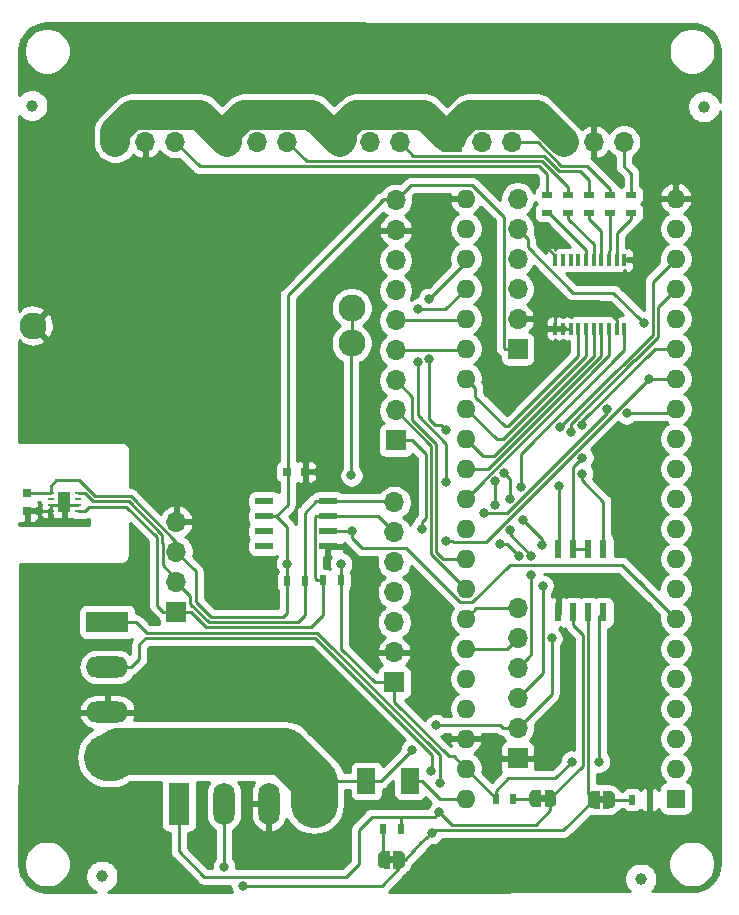
<source format=gbr>
G04 #@! TF.GenerationSoftware,KiCad,Pcbnew,(5.1.5)-3*
G04 #@! TF.CreationDate,2020-09-03T11:07:21+02:00*
G04 #@! TF.ProjectId,StepperClockMasterTinyK22,53746570-7065-4724-936c-6f636b4d6173,rev?*
G04 #@! TF.SameCoordinates,Original*
G04 #@! TF.FileFunction,Copper,L1,Top*
G04 #@! TF.FilePolarity,Positive*
%FSLAX46Y46*%
G04 Gerber Fmt 4.6, Leading zero omitted, Abs format (unit mm)*
G04 Created by KiCad (PCBNEW (5.1.5)-3) date 2020-09-03 11:07:21*
%MOMM*%
%LPD*%
G04 APERTURE LIST*
%ADD10C,0.100000*%
%ADD11R,0.400000X1.000000*%
%ADD12R,1.700000X1.700000*%
%ADD13O,1.700000X1.700000*%
%ADD14R,1.520000X2.180000*%
%ADD15R,0.900000X0.500000*%
%ADD16O,3.600000X1.800000*%
%ADD17R,3.600000X1.800000*%
%ADD18O,1.800000X3.600000*%
%ADD19R,1.800000X3.600000*%
%ADD20O,1.600000X1.600000*%
%ADD21R,1.600000X1.600000*%
%ADD22R,0.500000X0.900000*%
%ADD23R,0.550000X0.250000*%
%ADD24R,1.000000X1.700000*%
%ADD25R,0.600000X1.550000*%
%ADD26R,1.550000X0.600000*%
%ADD27C,1.000000*%
%ADD28R,0.750000X0.800000*%
%ADD29R,0.800000X0.750000*%
%ADD30C,2.290000*%
%ADD31C,0.800000*%
%ADD32C,0.250000*%
%ADD33C,4.000000*%
%ADD34C,2.500000*%
%ADD35C,0.254000*%
G04 APERTURE END LIST*
D10*
G36*
X144950000Y-139350000D02*
G01*
X144450000Y-139350000D01*
X144450000Y-139950000D01*
X144950000Y-139950000D01*
X144950000Y-139350000D01*
G37*
G36*
X139970000Y-139250000D02*
G01*
X139470000Y-139250000D01*
X139470000Y-139850000D01*
X139970000Y-139850000D01*
X139970000Y-139250000D01*
G37*
G36*
X127160000Y-144430000D02*
G01*
X126660000Y-144430000D01*
X126660000Y-145030000D01*
X127160000Y-145030000D01*
X127160000Y-144430000D01*
G37*
D11*
X146635000Y-93960000D03*
X145985000Y-93960000D03*
X145335000Y-93960000D03*
X144685000Y-93960000D03*
X144035000Y-93960000D03*
X143385000Y-93960000D03*
X142735000Y-93960000D03*
X142085000Y-93960000D03*
X141435000Y-93960000D03*
X140785000Y-93960000D03*
X140785000Y-99760000D03*
X141435000Y-99760000D03*
X142085000Y-99760000D03*
X142735000Y-99760000D03*
X143385000Y-99760000D03*
X144035000Y-99760000D03*
X144685000Y-99760000D03*
X145335000Y-99760000D03*
X145985000Y-99760000D03*
X146635000Y-99760000D03*
D12*
X137580000Y-101490000D03*
D13*
X137580000Y-98950000D03*
X137580000Y-96410000D03*
X137580000Y-93870000D03*
X137580000Y-91330000D03*
X137580000Y-88790000D03*
D12*
X137580000Y-136130000D03*
D13*
X137580000Y-133590000D03*
X137580000Y-131050000D03*
X137580000Y-128510000D03*
X137580000Y-125970000D03*
X137580000Y-123430000D03*
D14*
X128464200Y-138050000D03*
X124781200Y-138075400D03*
G04 #@! TA.AperFunction,SMDPad,CuDef*
D10*
G36*
X144550000Y-140400000D02*
G01*
X144050000Y-140400000D01*
X144050000Y-140399398D01*
X144025466Y-140399398D01*
X143976635Y-140394588D01*
X143928510Y-140385016D01*
X143881555Y-140370772D01*
X143836222Y-140351995D01*
X143792949Y-140328864D01*
X143752150Y-140301604D01*
X143714221Y-140270476D01*
X143679524Y-140235779D01*
X143648396Y-140197850D01*
X143621136Y-140157051D01*
X143598005Y-140113778D01*
X143579228Y-140068445D01*
X143564984Y-140021490D01*
X143555412Y-139973365D01*
X143550602Y-139924534D01*
X143550602Y-139900000D01*
X143550000Y-139900000D01*
X143550000Y-139400000D01*
X143550602Y-139400000D01*
X143550602Y-139375466D01*
X143555412Y-139326635D01*
X143564984Y-139278510D01*
X143579228Y-139231555D01*
X143598005Y-139186222D01*
X143621136Y-139142949D01*
X143648396Y-139102150D01*
X143679524Y-139064221D01*
X143714221Y-139029524D01*
X143752150Y-138998396D01*
X143792949Y-138971136D01*
X143836222Y-138948005D01*
X143881555Y-138929228D01*
X143928510Y-138914984D01*
X143976635Y-138905412D01*
X144025466Y-138900602D01*
X144050000Y-138900602D01*
X144050000Y-138900000D01*
X144550000Y-138900000D01*
X144550000Y-140400000D01*
G37*
G04 #@! TD.AperFunction*
G04 #@! TA.AperFunction,SMDPad,CuDef*
G36*
X145350000Y-138900602D02*
G01*
X145374534Y-138900602D01*
X145423365Y-138905412D01*
X145471490Y-138914984D01*
X145518445Y-138929228D01*
X145563778Y-138948005D01*
X145607051Y-138971136D01*
X145647850Y-138998396D01*
X145685779Y-139029524D01*
X145720476Y-139064221D01*
X145751604Y-139102150D01*
X145778864Y-139142949D01*
X145801995Y-139186222D01*
X145820772Y-139231555D01*
X145835016Y-139278510D01*
X145844588Y-139326635D01*
X145849398Y-139375466D01*
X145849398Y-139400000D01*
X145850000Y-139400000D01*
X145850000Y-139900000D01*
X145849398Y-139900000D01*
X145849398Y-139924534D01*
X145844588Y-139973365D01*
X145835016Y-140021490D01*
X145820772Y-140068445D01*
X145801995Y-140113778D01*
X145778864Y-140157051D01*
X145751604Y-140197850D01*
X145720476Y-140235779D01*
X145685779Y-140270476D01*
X145647850Y-140301604D01*
X145607051Y-140328864D01*
X145563778Y-140351995D01*
X145518445Y-140370772D01*
X145471490Y-140385016D01*
X145423365Y-140394588D01*
X145374534Y-140399398D01*
X145350000Y-140399398D01*
X145350000Y-140400000D01*
X144850000Y-140400000D01*
X144850000Y-138900000D01*
X145350000Y-138900000D01*
X145350000Y-138900602D01*
G37*
G04 #@! TD.AperFunction*
G04 #@! TA.AperFunction,SMDPad,CuDef*
G36*
X139570000Y-140300000D02*
G01*
X139070000Y-140300000D01*
X139070000Y-140299398D01*
X139045466Y-140299398D01*
X138996635Y-140294588D01*
X138948510Y-140285016D01*
X138901555Y-140270772D01*
X138856222Y-140251995D01*
X138812949Y-140228864D01*
X138772150Y-140201604D01*
X138734221Y-140170476D01*
X138699524Y-140135779D01*
X138668396Y-140097850D01*
X138641136Y-140057051D01*
X138618005Y-140013778D01*
X138599228Y-139968445D01*
X138584984Y-139921490D01*
X138575412Y-139873365D01*
X138570602Y-139824534D01*
X138570602Y-139800000D01*
X138570000Y-139800000D01*
X138570000Y-139300000D01*
X138570602Y-139300000D01*
X138570602Y-139275466D01*
X138575412Y-139226635D01*
X138584984Y-139178510D01*
X138599228Y-139131555D01*
X138618005Y-139086222D01*
X138641136Y-139042949D01*
X138668396Y-139002150D01*
X138699524Y-138964221D01*
X138734221Y-138929524D01*
X138772150Y-138898396D01*
X138812949Y-138871136D01*
X138856222Y-138848005D01*
X138901555Y-138829228D01*
X138948510Y-138814984D01*
X138996635Y-138805412D01*
X139045466Y-138800602D01*
X139070000Y-138800602D01*
X139070000Y-138800000D01*
X139570000Y-138800000D01*
X139570000Y-140300000D01*
G37*
G04 #@! TD.AperFunction*
G04 #@! TA.AperFunction,SMDPad,CuDef*
G36*
X140370000Y-138800602D02*
G01*
X140394534Y-138800602D01*
X140443365Y-138805412D01*
X140491490Y-138814984D01*
X140538445Y-138829228D01*
X140583778Y-138848005D01*
X140627051Y-138871136D01*
X140667850Y-138898396D01*
X140705779Y-138929524D01*
X140740476Y-138964221D01*
X140771604Y-139002150D01*
X140798864Y-139042949D01*
X140821995Y-139086222D01*
X140840772Y-139131555D01*
X140855016Y-139178510D01*
X140864588Y-139226635D01*
X140869398Y-139275466D01*
X140869398Y-139300000D01*
X140870000Y-139300000D01*
X140870000Y-139800000D01*
X140869398Y-139800000D01*
X140869398Y-139824534D01*
X140864588Y-139873365D01*
X140855016Y-139921490D01*
X140840772Y-139968445D01*
X140821995Y-140013778D01*
X140798864Y-140057051D01*
X140771604Y-140097850D01*
X140740476Y-140135779D01*
X140705779Y-140170476D01*
X140667850Y-140201604D01*
X140627051Y-140228864D01*
X140583778Y-140251995D01*
X140538445Y-140270772D01*
X140491490Y-140285016D01*
X140443365Y-140294588D01*
X140394534Y-140299398D01*
X140370000Y-140299398D01*
X140370000Y-140300000D01*
X139870000Y-140300000D01*
X139870000Y-138800000D01*
X140370000Y-138800000D01*
X140370000Y-138800602D01*
G37*
G04 #@! TD.AperFunction*
G04 #@! TA.AperFunction,SMDPad,CuDef*
G36*
X126760000Y-145480000D02*
G01*
X126260000Y-145480000D01*
X126260000Y-145479398D01*
X126235466Y-145479398D01*
X126186635Y-145474588D01*
X126138510Y-145465016D01*
X126091555Y-145450772D01*
X126046222Y-145431995D01*
X126002949Y-145408864D01*
X125962150Y-145381604D01*
X125924221Y-145350476D01*
X125889524Y-145315779D01*
X125858396Y-145277850D01*
X125831136Y-145237051D01*
X125808005Y-145193778D01*
X125789228Y-145148445D01*
X125774984Y-145101490D01*
X125765412Y-145053365D01*
X125760602Y-145004534D01*
X125760602Y-144980000D01*
X125760000Y-144980000D01*
X125760000Y-144480000D01*
X125760602Y-144480000D01*
X125760602Y-144455466D01*
X125765412Y-144406635D01*
X125774984Y-144358510D01*
X125789228Y-144311555D01*
X125808005Y-144266222D01*
X125831136Y-144222949D01*
X125858396Y-144182150D01*
X125889524Y-144144221D01*
X125924221Y-144109524D01*
X125962150Y-144078396D01*
X126002949Y-144051136D01*
X126046222Y-144028005D01*
X126091555Y-144009228D01*
X126138510Y-143994984D01*
X126186635Y-143985412D01*
X126235466Y-143980602D01*
X126260000Y-143980602D01*
X126260000Y-143980000D01*
X126760000Y-143980000D01*
X126760000Y-145480000D01*
G37*
G04 #@! TD.AperFunction*
G04 #@! TA.AperFunction,SMDPad,CuDef*
G36*
X127560000Y-143980602D02*
G01*
X127584534Y-143980602D01*
X127633365Y-143985412D01*
X127681490Y-143994984D01*
X127728445Y-144009228D01*
X127773778Y-144028005D01*
X127817051Y-144051136D01*
X127857850Y-144078396D01*
X127895779Y-144109524D01*
X127930476Y-144144221D01*
X127961604Y-144182150D01*
X127988864Y-144222949D01*
X128011995Y-144266222D01*
X128030772Y-144311555D01*
X128045016Y-144358510D01*
X128054588Y-144406635D01*
X128059398Y-144455466D01*
X128059398Y-144480000D01*
X128060000Y-144480000D01*
X128060000Y-144980000D01*
X128059398Y-144980000D01*
X128059398Y-145004534D01*
X128054588Y-145053365D01*
X128045016Y-145101490D01*
X128030772Y-145148445D01*
X128011995Y-145193778D01*
X127988864Y-145237051D01*
X127961604Y-145277850D01*
X127930476Y-145315779D01*
X127895779Y-145350476D01*
X127857850Y-145381604D01*
X127817051Y-145408864D01*
X127773778Y-145431995D01*
X127728445Y-145450772D01*
X127681490Y-145465016D01*
X127633365Y-145474588D01*
X127584534Y-145479398D01*
X127560000Y-145479398D01*
X127560000Y-145480000D01*
X127060000Y-145480000D01*
X127060000Y-143980000D01*
X127560000Y-143980000D01*
X127560000Y-143980602D01*
G37*
G04 #@! TD.AperFunction*
D15*
X143630000Y-88460000D03*
X143630000Y-89960000D03*
D16*
X102840000Y-136040000D03*
X102840000Y-132230000D03*
X102840000Y-128420000D03*
D17*
X102840000Y-124610000D03*
D18*
X120330000Y-140000000D03*
X116520000Y-140000000D03*
X112710000Y-140000000D03*
D19*
X108900000Y-140000000D03*
D20*
X133210000Y-139560000D03*
X150990000Y-88760000D03*
X133210000Y-137020000D03*
X150990000Y-91300000D03*
X133210000Y-134480000D03*
X150990000Y-93840000D03*
X133210000Y-131940000D03*
X150990000Y-96380000D03*
X133210000Y-129400000D03*
X150990000Y-98920000D03*
X133210000Y-126860000D03*
X150990000Y-101460000D03*
X133210000Y-124320000D03*
X150990000Y-104000000D03*
X133210000Y-121780000D03*
X150990000Y-106540000D03*
X133210000Y-119240000D03*
X150990000Y-109080000D03*
X133210000Y-116700000D03*
X150990000Y-111620000D03*
X133210000Y-114160000D03*
X150990000Y-114160000D03*
X133210000Y-111620000D03*
X150990000Y-116700000D03*
X133210000Y-109080000D03*
X150990000Y-119240000D03*
X133210000Y-106540000D03*
X150990000Y-121780000D03*
X133210000Y-104000000D03*
X150990000Y-124320000D03*
X133210000Y-101460000D03*
X150990000Y-126860000D03*
X133210000Y-98920000D03*
X150990000Y-129400000D03*
X133210000Y-96380000D03*
X150990000Y-131940000D03*
X133210000Y-93840000D03*
X150990000Y-134480000D03*
X133210000Y-91300000D03*
X150990000Y-137020000D03*
X133210000Y-88760000D03*
D21*
X150990000Y-139560000D03*
D22*
X147270000Y-139650000D03*
X148770000Y-139650000D03*
X135720000Y-139590000D03*
X137220000Y-139590000D03*
D12*
X127130000Y-129720000D03*
D13*
X127130000Y-127180000D03*
X127130000Y-124640000D03*
X127130000Y-122100000D03*
X127130000Y-119560000D03*
X127130000Y-117020000D03*
X127130000Y-114480000D03*
D23*
X100395000Y-115190000D03*
X100395000Y-114690000D03*
X100395000Y-114190000D03*
X100395000Y-113690000D03*
X98045000Y-115190000D03*
X98045000Y-114690000D03*
X98045000Y-114190000D03*
X98045000Y-113690000D03*
D24*
X99220000Y-114440000D03*
D12*
X127260000Y-109230000D03*
D13*
X127260000Y-106690000D03*
X127260000Y-104150000D03*
X127260000Y-101610000D03*
X127260000Y-99070000D03*
X127260000Y-96530000D03*
X127260000Y-93990000D03*
X127260000Y-91450000D03*
X127260000Y-88910000D03*
D25*
X144855000Y-118400000D03*
X143585000Y-118400000D03*
X142315000Y-118400000D03*
X141045000Y-118400000D03*
X141045000Y-123800000D03*
X142315000Y-123800000D03*
X143585000Y-123800000D03*
X144855000Y-123800000D03*
D26*
X116130000Y-114385000D03*
X116130000Y-115655000D03*
X116130000Y-116925000D03*
X116130000Y-118195000D03*
X121530000Y-118195000D03*
X121530000Y-116925000D03*
X121530000Y-115655000D03*
X121530000Y-114385000D03*
D22*
X127700000Y-142170000D03*
X126200000Y-142170000D03*
D15*
X147230000Y-88460000D03*
X147230000Y-89960000D03*
D22*
X122640000Y-121090000D03*
X121140000Y-121090000D03*
X118050000Y-121140000D03*
X119550000Y-121140000D03*
D15*
X145440000Y-88450000D03*
X145440000Y-89950000D03*
X141850000Y-88460000D03*
X141850000Y-89960000D03*
X140050000Y-88450000D03*
X140050000Y-89950000D03*
D12*
X108700000Y-123760000D03*
D13*
X108700000Y-121220000D03*
X108700000Y-118680000D03*
X108700000Y-116140000D03*
D12*
X141500000Y-83950000D03*
D13*
X144040000Y-83950000D03*
X146580000Y-83950000D03*
D12*
X132000000Y-83950000D03*
D13*
X134540000Y-83950000D03*
X137080000Y-83950000D03*
D12*
X122510000Y-83950000D03*
D13*
X125050000Y-83950000D03*
X127590000Y-83950000D03*
D12*
X113010000Y-83950000D03*
D13*
X115550000Y-83950000D03*
X118090000Y-83950000D03*
D12*
X103510000Y-83950000D03*
D13*
X106050000Y-83950000D03*
X108590000Y-83950000D03*
D27*
X148010000Y-146370000D03*
X102400000Y-146140000D03*
X96470000Y-80890000D03*
X153360000Y-80980000D03*
D28*
X96060000Y-115210000D03*
X96060000Y-113710000D03*
D29*
X119600000Y-111890000D03*
X118100000Y-111890000D03*
D30*
X123530000Y-101010000D03*
X123530000Y-98010000D03*
X96530000Y-99510000D03*
D31*
X123550000Y-116920000D03*
X123520000Y-112200000D03*
X147520000Y-118370000D03*
X97650000Y-122910000D03*
X97460000Y-138180000D03*
X106810000Y-145930000D03*
X131480000Y-146140000D03*
X145590000Y-146260000D03*
X153700000Y-131060000D03*
X153780000Y-112700000D03*
X147120000Y-127350000D03*
X130110000Y-123210000D03*
X118940000Y-132150000D03*
X109040000Y-112500000D03*
X122340000Y-108810000D03*
X109820000Y-99110000D03*
X119300000Y-100680000D03*
X107480000Y-90430000D03*
X119490000Y-89140000D03*
X97100000Y-84320000D03*
X96440000Y-93400000D03*
X96750000Y-108510000D03*
X107200000Y-76060000D03*
X116750000Y-75750000D03*
X126300000Y-75790000D03*
X135730000Y-75630000D03*
X145280000Y-75830000D03*
X150410000Y-80490000D03*
X154170000Y-88590000D03*
X108850000Y-132210000D03*
X120980000Y-130350000D03*
X123760000Y-133010000D03*
X114980000Y-143060000D03*
X114930000Y-144960000D03*
X117030000Y-143100000D03*
X117040000Y-144960000D03*
X119010000Y-143110000D03*
X119000000Y-144960000D03*
X121200000Y-143100000D03*
X121250000Y-144930000D03*
X97450000Y-128280000D03*
X108850000Y-130370000D03*
X141610000Y-128460000D03*
X140790000Y-134230000D03*
X147390000Y-135070000D03*
X108830000Y-127950000D03*
X119880000Y-127120000D03*
X108220000Y-105600000D03*
X124110000Y-88100000D03*
X130350000Y-90190000D03*
X147420000Y-110840000D03*
X102670000Y-93560000D03*
X101720000Y-105340000D03*
X117170000Y-94300000D03*
X107180000Y-78770000D03*
X116800000Y-78800000D03*
X126340000Y-79120000D03*
X135760000Y-79170000D03*
X145250000Y-79240000D03*
X101330000Y-78120000D03*
X116340000Y-106270000D03*
X140080000Y-97450000D03*
X110940000Y-143040000D03*
X151450000Y-142300000D03*
X97050000Y-115210000D03*
X148150000Y-93960000D03*
X139730000Y-92540000D03*
X97450000Y-131990000D03*
X130720000Y-133350000D03*
X128650000Y-135430000D03*
X107390010Y-135559990D03*
X118022038Y-135757962D03*
X109730010Y-135559990D03*
X112460010Y-135559990D03*
X114960010Y-135559990D03*
X119302038Y-137037962D03*
X138030000Y-115950000D03*
X139630000Y-118090000D03*
X137860000Y-113150000D03*
X140460000Y-126000000D03*
X142180000Y-136430000D03*
X144490000Y-136430000D03*
X122650000Y-119690000D03*
X118070000Y-119670000D03*
X131550000Y-117790000D03*
X148260000Y-99300000D03*
X148740000Y-104000000D03*
X134730000Y-115410000D03*
X145177347Y-106537347D03*
X146825307Y-106939999D03*
X142120969Y-108519641D03*
X143040000Y-112040000D03*
X141200000Y-108130000D03*
X141110000Y-113100000D03*
X143060858Y-107900858D03*
X143080000Y-110690000D03*
X129490000Y-116730000D03*
X131000000Y-138210000D03*
X130970000Y-140690000D03*
X112740000Y-145350000D03*
X114300000Y-146950000D03*
X130275000Y-137260000D03*
X130317350Y-142457350D03*
X135702653Y-112692653D03*
X135690000Y-114685000D03*
X136090000Y-118010000D03*
X137687347Y-118982653D03*
X139710000Y-121530000D03*
X131540000Y-112760000D03*
X129130000Y-102580000D03*
X129130000Y-98150000D03*
X138750000Y-120610000D03*
X138750000Y-119020000D03*
X136927653Y-116837653D03*
X136904142Y-114174142D03*
X136409761Y-111985545D03*
X131510000Y-108330000D03*
X130099525Y-102335000D03*
X130110000Y-97240000D03*
D32*
X123530000Y-99629274D02*
X123530000Y-101010000D01*
X123530000Y-98010000D02*
X123530000Y-99629274D01*
X121530000Y-116925000D02*
X123545000Y-116925000D01*
X123545000Y-116925000D02*
X123550000Y-116920000D01*
X123520000Y-101020000D02*
X123530000Y-101010000D01*
X123520000Y-112200000D02*
X123520000Y-101020000D01*
X150990000Y-124320000D02*
X147830000Y-121160000D01*
X146415002Y-119745002D02*
X150990000Y-124320000D01*
X133750001Y-122905001D02*
X136910000Y-119745002D01*
X136910000Y-119745002D02*
X146415002Y-119745002D01*
X123550000Y-116920000D02*
X123550000Y-117485685D01*
X123550000Y-117485685D02*
X124449314Y-118384999D01*
X128149997Y-118384999D02*
X132669999Y-122905001D01*
X124449314Y-118384999D02*
X128149997Y-118384999D01*
X132669999Y-122905001D02*
X133750001Y-122905001D01*
X98970000Y-114690000D02*
X99220000Y-114440000D01*
X98045000Y-114690000D02*
X98970000Y-114690000D01*
X98045000Y-114690000D02*
X98045000Y-115190000D01*
X99470000Y-114690000D02*
X99220000Y-114440000D01*
X100395000Y-114690000D02*
X99470000Y-114690000D01*
X96060000Y-115210000D02*
X97050000Y-115210000D01*
X98025000Y-115210000D02*
X98045000Y-115190000D01*
X97050000Y-115210000D02*
X98025000Y-115210000D01*
X146635000Y-93960000D02*
X146635000Y-93915000D01*
X146635000Y-93960000D02*
X148150000Y-93960000D01*
X140785000Y-93595000D02*
X139730000Y-92540000D01*
X140785000Y-93960000D02*
X140785000Y-93595000D01*
X144425000Y-97450000D02*
X140900000Y-97450000D01*
X145985000Y-99760000D02*
X145985000Y-99010000D01*
X145985000Y-99010000D02*
X144425000Y-97450000D01*
X140900000Y-97450000D02*
X140080000Y-97450000D01*
X142085000Y-99760000D02*
X141435000Y-99760000D01*
X141435000Y-99760000D02*
X140785000Y-99760000D01*
X140785000Y-98155000D02*
X140080000Y-97450000D01*
X140785000Y-99760000D02*
X140785000Y-98155000D01*
X136137919Y-133350000D02*
X130720000Y-133350000D01*
X137580000Y-133590000D02*
X136377919Y-133590000D01*
X136377919Y-133590000D02*
X136137919Y-133350000D01*
X126004600Y-138075400D02*
X124781200Y-138075400D01*
X128650000Y-135430000D02*
X126004600Y-138075400D01*
D33*
X117824066Y-135559990D02*
X118022038Y-135757962D01*
X103730010Y-135559990D02*
X107390010Y-135559990D01*
X113099990Y-135559990D02*
X114960010Y-135559990D01*
X107390010Y-135559990D02*
X109730010Y-135559990D01*
X118022038Y-135757962D02*
X119302038Y-137037962D01*
X109730010Y-135559990D02*
X112460010Y-135559990D01*
X112460010Y-135559990D02*
X113099990Y-135559990D01*
X114960010Y-135559990D02*
X117824066Y-135559990D01*
X119302038Y-137037962D02*
X120350000Y-138085924D01*
D34*
X103510000Y-83085998D02*
X103510000Y-83950000D01*
X104945999Y-81649999D02*
X103510000Y-83085998D01*
X110709999Y-81649999D02*
X104945999Y-81649999D01*
X113010000Y-83950000D02*
X110709999Y-81649999D01*
X120209999Y-81649999D02*
X122510000Y-83950000D01*
X114445999Y-81649999D02*
X120209999Y-81649999D01*
X113010000Y-83085998D02*
X114445999Y-81649999D01*
X113010000Y-83950000D02*
X113010000Y-83085998D01*
X131599991Y-83549991D02*
X132000000Y-83549991D01*
X122749999Y-83710001D02*
X122749999Y-82845999D01*
X129699999Y-81649999D02*
X131599991Y-83549991D01*
X122510000Y-83950000D02*
X122749999Y-83710001D01*
X122749999Y-82845999D02*
X123945999Y-81649999D01*
X123945999Y-81649999D02*
X129699999Y-81649999D01*
X133499983Y-81649999D02*
X131599991Y-83549991D01*
X139199999Y-81649999D02*
X133499983Y-81649999D01*
X141500000Y-83950000D02*
X139199999Y-81649999D01*
D32*
X140460000Y-126000000D02*
X140460000Y-130710000D01*
X138030000Y-115950000D02*
X139630000Y-117550000D01*
X139630000Y-117550000D02*
X139630000Y-118090000D01*
X140460000Y-130710000D02*
X137580000Y-133590000D01*
X146635000Y-100510000D02*
X146635000Y-99760000D01*
X146635000Y-101621998D02*
X146635000Y-100510000D01*
X137860000Y-110396998D02*
X146635000Y-101621998D01*
X137860000Y-113150000D02*
X137860000Y-110396998D01*
D33*
X120330000Y-138065924D02*
X120330000Y-140000000D01*
X119302038Y-137037962D02*
X120330000Y-138065924D01*
X103250000Y-136040000D02*
X103730010Y-135559990D01*
X102840000Y-136040000D02*
X103250000Y-136040000D01*
D32*
X120330000Y-138084876D02*
X120330000Y-140000000D01*
X120339476Y-138075400D02*
X120330000Y-138084876D01*
X124781200Y-138075400D02*
X120339476Y-138075400D01*
X98025000Y-113710000D02*
X98045000Y-113690000D01*
X96060000Y-113710000D02*
X98025000Y-113710000D01*
X140790001Y-137819999D02*
X142180000Y-136430000D01*
X144490000Y-124165000D02*
X144855000Y-123800000D01*
X144490000Y-136430000D02*
X144490000Y-124165000D01*
X136790001Y-137819999D02*
X140790001Y-137819999D01*
X135720000Y-138890000D02*
X136790001Y-137819999D01*
X135720000Y-139590000D02*
X135720000Y-138890000D01*
X118110000Y-112295000D02*
X118110000Y-111670000D01*
X118110000Y-114700000D02*
X118110000Y-112295000D01*
X117155000Y-115655000D02*
X118110000Y-114700000D01*
X118110000Y-96960000D02*
X126240000Y-88830000D01*
X118110000Y-111670000D02*
X118110000Y-96960000D01*
X127260000Y-88910000D02*
X126240000Y-88830000D01*
X126240000Y-88830000D02*
X126057919Y-88910000D01*
X122640000Y-121090000D02*
X122640000Y-119700000D01*
X122640000Y-119700000D02*
X122650000Y-119690000D01*
X117155000Y-115655000D02*
X116130000Y-115655000D01*
X118070000Y-116570000D02*
X117155000Y-115655000D01*
X118070000Y-119670000D02*
X118070000Y-116570000D01*
X118070000Y-121120000D02*
X118050000Y-121140000D01*
X118070000Y-119670000D02*
X118070000Y-121120000D01*
X118050000Y-123850000D02*
X118050000Y-121140000D01*
X110325011Y-120305011D02*
X110325011Y-122878601D01*
X108700000Y-118680000D02*
X110325011Y-120305011D01*
X117730030Y-124169970D02*
X118050000Y-123850000D01*
X110325011Y-122878601D02*
X111616380Y-124169970D01*
X111616380Y-124169970D02*
X117730030Y-124169970D01*
X125481408Y-129720000D02*
X127130000Y-129720000D01*
X122640000Y-121090000D02*
X122640000Y-126878592D01*
X122640000Y-126878592D02*
X125481408Y-129720000D01*
X135720000Y-139530000D02*
X135720000Y-139590000D01*
X133210000Y-137020000D02*
X135720000Y-139530000D01*
X132180000Y-135990000D02*
X133210000Y-137020000D01*
X131751408Y-135990000D02*
X132180000Y-135990000D01*
X127130000Y-129720000D02*
X127130000Y-131368592D01*
X127130000Y-131368592D02*
X131751408Y-135990000D01*
X136480000Y-101490000D02*
X137580000Y-101490000D01*
X136404999Y-101414999D02*
X136480000Y-101490000D01*
X136404999Y-90289997D02*
X136404999Y-101414999D01*
X133750001Y-87634999D02*
X136404999Y-90289997D01*
X128535001Y-87634999D02*
X133750001Y-87634999D01*
X127260000Y-88910000D02*
X128535001Y-87634999D01*
X98045000Y-113085000D02*
X98045000Y-113690000D01*
X98510000Y-112620000D02*
X98045000Y-113085000D01*
X108700000Y-117817180D02*
X104832801Y-113949981D01*
X104832801Y-113949981D02*
X101816390Y-113949980D01*
X100486410Y-112620000D02*
X98510000Y-112620000D01*
X108700000Y-118680000D02*
X108700000Y-117817180D01*
X101816390Y-113949980D02*
X100486410Y-112620000D01*
X141850000Y-87800220D02*
X141850000Y-88460000D01*
X118090000Y-83950000D02*
X119715011Y-85575011D01*
X139624791Y-85575011D02*
X141850000Y-87800220D01*
X119715011Y-85575011D02*
X139624791Y-85575011D01*
X143630000Y-87170000D02*
X143630000Y-88460000D01*
X128765001Y-85125001D02*
X139811191Y-85125001D01*
X141116200Y-86430010D02*
X142890010Y-86430010D01*
X139811191Y-85125001D02*
X141116200Y-86430010D01*
X127590000Y-83950000D02*
X128765001Y-85125001D01*
X142890010Y-86430010D02*
X143630000Y-87170000D01*
X143470000Y-85980000D02*
X145440000Y-87950000D01*
X145440000Y-87950000D02*
X145440000Y-88450000D01*
X141302600Y-85980000D02*
X143470000Y-85980000D01*
X139272600Y-83950000D02*
X141302600Y-85980000D01*
X137080000Y-83950000D02*
X139272600Y-83950000D01*
X146580000Y-83950000D02*
X146580000Y-86020000D01*
X147230000Y-86670000D02*
X147230000Y-88460000D01*
X146580000Y-86020000D02*
X147230000Y-86670000D01*
X150990000Y-104000000D02*
X148740000Y-104000000D01*
X148740000Y-104000000D02*
X134910000Y-117830000D01*
X125765000Y-115655000D02*
X127130000Y-117020000D01*
X121530000Y-115655000D02*
X125765000Y-115655000D01*
X121140000Y-124000000D02*
X121140000Y-121090000D01*
X120070010Y-125069990D02*
X121140000Y-124000000D01*
X120429999Y-120879999D02*
X120640000Y-121090000D01*
X120640000Y-121090000D02*
X121140000Y-121090000D01*
X120429999Y-115730001D02*
X120429999Y-120879999D01*
X120505000Y-115655000D02*
X120429999Y-115730001D01*
X121530000Y-115655000D02*
X120505000Y-115655000D01*
X131490000Y-117830000D02*
X131530000Y-117790000D01*
X131530000Y-117790000D02*
X131550000Y-117790000D01*
X132115685Y-117790000D02*
X131550000Y-117790000D01*
X132155685Y-117830000D02*
X132115685Y-117790000D01*
X134910000Y-117830000D02*
X132155685Y-117830000D01*
X108700000Y-123760000D02*
X107600000Y-123760000D01*
X107600000Y-123760000D02*
X107074989Y-123234989D01*
X100920000Y-115190000D02*
X101260000Y-114850000D01*
X100395000Y-115190000D02*
X100920000Y-115190000D01*
X101260000Y-114850000D02*
X104460000Y-114850000D01*
X107050000Y-117440000D02*
X107050000Y-118460000D01*
X107074989Y-123234989D02*
X107050000Y-118460000D01*
X104460000Y-114850000D02*
X107050000Y-117440000D01*
X147860001Y-98900001D02*
X148260000Y-99300000D01*
X142264997Y-96724999D02*
X145684999Y-96724999D01*
X138429999Y-92890001D02*
X142264997Y-96724999D01*
X138429999Y-92179999D02*
X138429999Y-92890001D01*
X145684999Y-96724999D02*
X147860001Y-98900001D01*
X137580000Y-91330000D02*
X138429999Y-92179999D01*
X120070010Y-125069990D02*
X111243579Y-125069989D01*
X109933590Y-123760000D02*
X108700000Y-123760000D01*
X111243579Y-125069989D02*
X109933590Y-123760000D01*
X134730000Y-115410000D02*
X136693590Y-115410000D01*
X136693590Y-115410000D02*
X145177347Y-106926243D01*
X145177347Y-106926243D02*
X145177347Y-106537347D01*
X150590001Y-106939999D02*
X150990000Y-106540000D01*
X146825307Y-106939999D02*
X150590001Y-106939999D01*
X121530000Y-114385000D02*
X127035000Y-114385000D01*
X120505000Y-114385000D02*
X121530000Y-114385000D01*
X119550000Y-115340000D02*
X120505000Y-114385000D01*
X119550000Y-121140000D02*
X119550000Y-115340000D01*
X109875001Y-122395001D02*
X109549999Y-122069999D01*
X109549999Y-122069999D02*
X108700000Y-121220000D01*
X119550000Y-121140000D02*
X119550000Y-124049980D01*
X119550000Y-124049980D02*
X118980000Y-124619980D01*
X118980000Y-124619980D02*
X111429980Y-124619980D01*
X111429980Y-124619980D02*
X109875001Y-123065001D01*
X109875001Y-123065001D02*
X109875001Y-122395001D01*
X107524999Y-119808245D02*
X108700000Y-120983246D01*
X107524999Y-117954999D02*
X107524999Y-119808245D01*
X107500010Y-117930010D02*
X107524999Y-117954999D01*
X100920000Y-113690000D02*
X101629990Y-114399990D01*
X100395000Y-113690000D02*
X100920000Y-113690000D01*
X101629990Y-114399990D02*
X104646400Y-114399990D01*
X104646400Y-114399990D02*
X107500009Y-117253599D01*
X108700000Y-120983246D02*
X108700000Y-121220000D01*
X107500009Y-117253599D02*
X107500010Y-117930010D01*
X139030000Y-139590000D02*
X139070000Y-139550000D01*
X137220000Y-139590000D02*
X139030000Y-139590000D01*
X142120969Y-107815441D02*
X142120969Y-108519641D01*
X147472520Y-102463890D02*
X142120969Y-107815441D01*
X144855000Y-117375000D02*
X144855000Y-118400000D01*
X144855000Y-114420685D02*
X144855000Y-117375000D01*
X143040000Y-112605685D02*
X144855000Y-114420685D01*
X143040000Y-112040000D02*
X143040000Y-112605685D01*
X147472520Y-102463890D02*
X147516110Y-102463890D01*
X147516110Y-102463890D02*
X149460000Y-100520000D01*
X149460000Y-97910000D02*
X150990000Y-96380000D01*
X149460000Y-100520000D02*
X149460000Y-97910000D01*
X143385000Y-93210000D02*
X143385000Y-93960000D01*
X140250000Y-89950000D02*
X143385000Y-93085000D01*
X143385000Y-93085000D02*
X143385000Y-93210000D01*
X140050000Y-89950000D02*
X140250000Y-89950000D01*
X144035000Y-93210000D02*
X144035000Y-93960000D01*
X144035000Y-92645000D02*
X144035000Y-93210000D01*
X141850000Y-90460000D02*
X144035000Y-92645000D01*
X141850000Y-89960000D02*
X141850000Y-90460000D01*
X144685000Y-93210000D02*
X144685000Y-93960000D01*
X144685000Y-91515000D02*
X144685000Y-93210000D01*
X143630000Y-90460000D02*
X144685000Y-91515000D01*
X143630000Y-89960000D02*
X143630000Y-90460000D01*
X145440000Y-93105000D02*
X145440000Y-89950000D01*
X145335000Y-93960000D02*
X145335000Y-93210000D01*
X145335000Y-93210000D02*
X145440000Y-93105000D01*
X145985000Y-93210000D02*
X145985000Y-93960000D01*
X145985000Y-91705000D02*
X145985000Y-93210000D01*
X147230000Y-90460000D02*
X145985000Y-91705000D01*
X147230000Y-89960000D02*
X147230000Y-90460000D01*
X141110000Y-113100000D02*
X141110000Y-118335000D01*
X141110000Y-118335000D02*
X141045000Y-118400000D01*
X141200000Y-108100000D02*
X141200000Y-108130000D01*
X145920002Y-103379998D02*
X141200000Y-108100000D01*
X145920002Y-103370000D02*
X145920002Y-103379998D01*
X146480000Y-102810002D02*
X145920002Y-103370000D01*
X146489998Y-102810002D02*
X149009990Y-100290010D01*
X146480000Y-102810002D02*
X146489998Y-102810002D01*
X149009990Y-95820010D02*
X150990000Y-93840000D01*
X149009990Y-100290010D02*
X149009990Y-95820010D01*
X142315000Y-118400000D02*
X143585000Y-118400000D01*
X143060858Y-107580834D02*
X143060858Y-107900858D01*
X150990000Y-101460000D02*
X149181692Y-101460000D01*
X149181692Y-101460000D02*
X143060858Y-107580834D01*
X142315000Y-111455000D02*
X142315000Y-118400000D01*
X143080000Y-110690000D02*
X142315000Y-111455000D01*
X130255000Y-109685000D02*
X127260000Y-106690000D01*
X130260000Y-109690000D02*
X130255000Y-109685000D01*
X133210000Y-121780000D02*
X130260000Y-118830000D01*
X130260000Y-118830000D02*
X130260000Y-109690000D01*
X133210000Y-119240000D02*
X131306410Y-119240000D01*
X131306410Y-119240000D02*
X130710010Y-118643600D01*
X130710009Y-109503599D02*
X128680000Y-107473590D01*
X130710010Y-118643600D02*
X130710009Y-109503599D01*
X128680000Y-105570000D02*
X127260000Y-104150000D01*
X128680000Y-107473590D02*
X128680000Y-105570000D01*
X129490000Y-116164315D02*
X129809990Y-115844325D01*
X129490000Y-116730000D02*
X129490000Y-116164315D01*
X129809990Y-115844325D02*
X129809990Y-110399990D01*
X128640000Y-109230000D02*
X127260000Y-109230000D01*
X129809990Y-110399990D02*
X128640000Y-109230000D01*
X145335000Y-102035000D02*
X145335000Y-99760000D01*
X133210000Y-114160000D02*
X145335000Y-102035000D01*
X133210000Y-111620000D02*
X135113590Y-111620000D01*
X135113590Y-111620000D02*
X143390000Y-103343590D01*
X144685000Y-102048590D02*
X144685000Y-99760000D01*
X143390000Y-103343590D02*
X144685000Y-102048590D01*
X144035000Y-102062180D02*
X144035000Y-99760000D01*
X135553590Y-110543590D02*
X144035000Y-102062180D01*
X133210000Y-109080000D02*
X134673590Y-110543590D01*
X134673590Y-110543590D02*
X135553590Y-110543590D01*
X143385000Y-102075770D02*
X143385000Y-99760000D01*
X136310385Y-109150385D02*
X143385000Y-102075770D01*
X133210000Y-106540000D02*
X135820385Y-109150385D01*
X135820385Y-109150385D02*
X136310385Y-109150385D01*
X142735000Y-102089360D02*
X142735000Y-99760000D01*
X134009999Y-104799999D02*
X134009999Y-105529999D01*
X133210000Y-104000000D02*
X134009999Y-104799999D01*
X134009999Y-105529999D02*
X136500000Y-108020000D01*
X136500000Y-108020000D02*
X136804360Y-108020000D01*
X136804360Y-108020000D02*
X142735000Y-102089360D01*
X133060000Y-101610000D02*
X133210000Y-101460000D01*
X127260000Y-101610000D02*
X133060000Y-101610000D01*
X133060000Y-99070000D02*
X133210000Y-98920000D01*
X127260000Y-99070000D02*
X133060000Y-99070000D01*
X127700000Y-142170000D02*
X127700000Y-141089999D01*
X142315000Y-123800000D02*
X142315000Y-124860010D01*
X142315000Y-124860010D02*
X143134990Y-125680000D01*
X143134990Y-136785010D02*
X140370000Y-139550000D01*
X143134990Y-125680000D02*
X143134990Y-136785010D01*
X140370000Y-140520000D02*
X139110000Y-141780000D01*
X140370000Y-139550000D02*
X140370000Y-140520000D01*
X132060000Y-141780000D02*
X130970000Y-140690000D01*
X139110000Y-141780000D02*
X132060000Y-141780000D01*
X108900000Y-144030000D02*
X108900000Y-140000000D01*
X130970000Y-140690000D02*
X130570001Y-141089999D01*
X111070000Y-146200000D02*
X108900000Y-144030000D01*
X123070000Y-146200000D02*
X111070000Y-146200000D01*
X124150000Y-142180000D02*
X124150000Y-145120000D01*
X125240001Y-141089999D02*
X124150000Y-142180000D01*
X130570001Y-141089999D02*
X125240001Y-141089999D01*
X124150000Y-145120000D02*
X123070000Y-146200000D01*
X105280000Y-124610000D02*
X102840000Y-124610000D01*
X120644998Y-125520000D02*
X106190000Y-125520000D01*
X106190000Y-125520000D02*
X105280000Y-124610000D01*
X131000000Y-138210000D02*
X131000000Y-135875002D01*
X131000000Y-135875002D02*
X120644998Y-125520000D01*
X126200000Y-144670000D02*
X126260000Y-144730000D01*
X126200000Y-142170000D02*
X126200000Y-144670000D01*
X127560000Y-144730000D02*
X128060000Y-144730000D01*
X128060000Y-144730000D02*
X129450000Y-143270000D01*
X112730000Y-145340000D02*
X112740000Y-145350000D01*
X127560000Y-145477592D02*
X127560000Y-144730000D01*
X114300000Y-146950000D02*
X126087592Y-146950000D01*
X126087592Y-146950000D02*
X127560000Y-145477592D01*
X129450000Y-143270000D02*
X130317350Y-142457350D01*
X143585000Y-139185000D02*
X144050000Y-139650000D01*
X143585000Y-123800000D02*
X143585000Y-139185000D01*
X141469990Y-142230010D02*
X144050000Y-139650000D01*
X130317350Y-142457350D02*
X130559990Y-142230010D01*
X130559990Y-142230010D02*
X141469990Y-142230010D01*
X112740000Y-140030000D02*
X112710000Y-140000000D01*
X112740000Y-145350000D02*
X112740000Y-140030000D01*
X130275000Y-137260000D02*
X130350000Y-137185000D01*
X130350000Y-137185000D02*
X130350000Y-135861412D01*
X130350000Y-135861412D02*
X120458598Y-125970010D01*
X104890000Y-128420000D02*
X105570000Y-127740000D01*
X102840000Y-128420000D02*
X104890000Y-128420000D01*
X105570000Y-126510000D02*
X106109990Y-125970010D01*
X105570000Y-127740000D02*
X105570000Y-126510000D01*
X106109990Y-125970010D02*
X120458598Y-125970010D01*
X145350000Y-139650000D02*
X147270000Y-139650000D01*
X140050000Y-86636630D02*
X140050000Y-88450000D01*
X139438391Y-86025021D02*
X140050000Y-86636630D01*
X108590000Y-83950000D02*
X110665021Y-86025021D01*
X110665021Y-86025021D02*
X139438391Y-86025021D01*
X132078630Y-139560000D02*
X133210000Y-139560000D01*
X130984200Y-139560000D02*
X132078630Y-139560000D01*
X129474200Y-138050000D02*
X130984200Y-139560000D01*
X128464200Y-138050000D02*
X129474200Y-138050000D01*
X136690000Y-126860000D02*
X137580000Y-125970000D01*
X133210000Y-126860000D02*
X136690000Y-126860000D01*
X134100000Y-123430000D02*
X137580000Y-123430000D01*
X133210000Y-124320000D02*
X134100000Y-123430000D01*
X135702653Y-112692653D02*
X135702653Y-114672347D01*
X135702653Y-114672347D02*
X135690000Y-114685000D01*
X136090000Y-118010000D02*
X136714694Y-118010000D01*
X136714694Y-118010000D02*
X137687347Y-118982653D01*
X139710000Y-128920000D02*
X137580000Y-131050000D01*
X139710000Y-121530000D02*
X139710000Y-128920000D01*
X131540000Y-112760000D02*
X131540000Y-109500000D01*
X129130010Y-107090010D02*
X129130010Y-105383600D01*
X131540000Y-109500000D02*
X129130010Y-107090010D01*
X129130010Y-105383600D02*
X129130000Y-105383590D01*
X129130000Y-105383590D02*
X129130000Y-102580000D01*
X131440000Y-98150000D02*
X133210000Y-96380000D01*
X129130000Y-98150000D02*
X131440000Y-98150000D01*
X138755001Y-120615001D02*
X138750000Y-120610000D01*
X138750000Y-119020000D02*
X136927653Y-117197653D01*
X136927653Y-117197653D02*
X136927653Y-116837653D01*
X136904142Y-114174142D02*
X136904142Y-112479926D01*
X136904142Y-112479926D02*
X136409761Y-111985545D01*
X138429999Y-127660001D02*
X137580000Y-128510000D01*
X138755001Y-121180686D02*
X138755001Y-127334999D01*
X138750000Y-121175685D02*
X138755001Y-121180686D01*
X138755001Y-127334999D02*
X138429999Y-127660001D01*
X138750000Y-120610000D02*
X138750000Y-121175685D01*
X131110001Y-107930001D02*
X130606411Y-107930001D01*
X131510000Y-108330000D02*
X131110001Y-107930001D01*
X130606411Y-107930001D02*
X130099525Y-107423115D01*
X130099525Y-107423115D02*
X130099525Y-102335000D01*
X133210000Y-94140000D02*
X133210000Y-93840000D01*
X130110000Y-97240000D02*
X133210000Y-94140000D01*
D35*
G36*
X106290000Y-117754802D02*
G01*
X106290001Y-118424661D01*
X106289816Y-118426645D01*
X106290001Y-118461990D01*
X106290001Y-118497333D01*
X106290196Y-118499316D01*
X106314794Y-123199648D01*
X106311313Y-123234989D01*
X106315185Y-123274297D01*
X106315195Y-123276298D01*
X106318860Y-123311617D01*
X106325987Y-123383974D01*
X106326568Y-123385890D01*
X106326776Y-123387892D01*
X106348291Y-123457505D01*
X106369443Y-123527235D01*
X106370392Y-123529010D01*
X106370983Y-123530923D01*
X106405561Y-123594807D01*
X106440015Y-123659265D01*
X106441293Y-123660822D01*
X106442245Y-123662581D01*
X106488675Y-123718556D01*
X106511190Y-123745991D01*
X106512602Y-123747403D01*
X106537822Y-123777808D01*
X106565395Y-123800197D01*
X107036200Y-124271002D01*
X107059999Y-124300001D01*
X107175724Y-124394974D01*
X107211928Y-124414326D01*
X107211928Y-124610000D01*
X107224188Y-124734482D01*
X107231929Y-124760000D01*
X106504802Y-124760000D01*
X105843803Y-124099002D01*
X105820001Y-124069999D01*
X105704276Y-123975026D01*
X105572247Y-123904454D01*
X105428986Y-123860997D01*
X105317333Y-123850000D01*
X105317322Y-123850000D01*
X105280000Y-123846324D01*
X105278072Y-123846514D01*
X105278072Y-123710000D01*
X105265812Y-123585518D01*
X105229502Y-123465820D01*
X105170537Y-123355506D01*
X105091185Y-123258815D01*
X104994494Y-123179463D01*
X104884180Y-123120498D01*
X104764482Y-123084188D01*
X104640000Y-123071928D01*
X101040000Y-123071928D01*
X100915518Y-123084188D01*
X100795820Y-123120498D01*
X100685506Y-123179463D01*
X100588815Y-123258815D01*
X100509463Y-123355506D01*
X100450498Y-123465820D01*
X100414188Y-123585518D01*
X100401928Y-123710000D01*
X100401928Y-125510000D01*
X100414188Y-125634482D01*
X100450498Y-125754180D01*
X100509463Y-125864494D01*
X100588815Y-125961185D01*
X100685506Y-126040537D01*
X100795820Y-126099502D01*
X100915518Y-126135812D01*
X101040000Y-126148072D01*
X104640000Y-126148072D01*
X104764482Y-126135812D01*
X104884180Y-126099502D01*
X104954618Y-126061852D01*
X104935026Y-126085724D01*
X104864454Y-126217754D01*
X104820998Y-126361015D01*
X104806324Y-126510000D01*
X104810001Y-126547332D01*
X104810000Y-127312383D01*
X104596927Y-127137519D01*
X104330261Y-126994983D01*
X104040913Y-126907210D01*
X103815408Y-126885000D01*
X101864592Y-126885000D01*
X101639087Y-126907210D01*
X101349739Y-126994983D01*
X101083073Y-127137519D01*
X100849339Y-127329339D01*
X100657519Y-127563073D01*
X100514983Y-127829739D01*
X100427210Y-128119087D01*
X100397573Y-128420000D01*
X100427210Y-128720913D01*
X100514983Y-129010261D01*
X100657519Y-129276927D01*
X100849339Y-129510661D01*
X101083073Y-129702481D01*
X101349739Y-129845017D01*
X101639087Y-129932790D01*
X101864592Y-129955000D01*
X103815408Y-129955000D01*
X104040913Y-129932790D01*
X104330261Y-129845017D01*
X104596927Y-129702481D01*
X104830661Y-129510661D01*
X105022481Y-129276927D01*
X105088137Y-129154093D01*
X105182247Y-129125546D01*
X105314276Y-129054974D01*
X105430001Y-128960001D01*
X105453803Y-128930998D01*
X106081004Y-128303798D01*
X106110001Y-128280001D01*
X106204974Y-128164276D01*
X106275546Y-128032247D01*
X106319003Y-127888986D01*
X106330000Y-127777333D01*
X106330000Y-127777324D01*
X106333676Y-127740001D01*
X106330000Y-127702678D01*
X106330000Y-126824801D01*
X106424792Y-126730010D01*
X120143797Y-126730010D01*
X128019973Y-134606187D01*
X127990226Y-134626063D01*
X127846063Y-134770226D01*
X127732795Y-134939744D01*
X127654774Y-135128102D01*
X127615000Y-135328061D01*
X127615000Y-135390198D01*
X126161721Y-136843477D01*
X126130702Y-136741220D01*
X126071737Y-136630906D01*
X125992385Y-136534215D01*
X125895694Y-136454863D01*
X125785380Y-136395898D01*
X125665682Y-136359588D01*
X125541200Y-136347328D01*
X124021200Y-136347328D01*
X123896718Y-136359588D01*
X123777020Y-136395898D01*
X123666706Y-136454863D01*
X123570015Y-136534215D01*
X123490663Y-136630906D01*
X123431698Y-136741220D01*
X123395388Y-136860918D01*
X123383128Y-136985400D01*
X123383128Y-137315400D01*
X122869831Y-137315400D01*
X122796201Y-137072674D01*
X122551522Y-136614914D01*
X122304755Y-136314227D01*
X122284756Y-136294228D01*
X122202241Y-136193683D01*
X122101695Y-136111167D01*
X119793735Y-133803207D01*
X119793732Y-133803205D01*
X119778826Y-133788299D01*
X119696307Y-133687749D01*
X119295077Y-133358467D01*
X118837316Y-133113789D01*
X118340616Y-132963117D01*
X117953508Y-132924990D01*
X117953500Y-132924990D01*
X117824066Y-132912242D01*
X117694632Y-132924990D01*
X105109452Y-132924990D01*
X105206755Y-132700087D01*
X105231036Y-132594740D01*
X105110378Y-132357000D01*
X102967000Y-132357000D01*
X102967000Y-132377000D01*
X102713000Y-132377000D01*
X102713000Y-132357000D01*
X100569622Y-132357000D01*
X100448964Y-132594740D01*
X100473245Y-132700087D01*
X100593138Y-132977204D01*
X100764790Y-133225606D01*
X100981604Y-133435748D01*
X101235249Y-133599554D01*
X101515977Y-133710729D01*
X101584549Y-133723258D01*
X101368989Y-133838477D01*
X100967759Y-134167759D01*
X100638477Y-134568989D01*
X100393799Y-135026750D01*
X100243127Y-135523450D01*
X100192251Y-136040000D01*
X100243127Y-136556550D01*
X100393799Y-137053250D01*
X100638477Y-137511011D01*
X100967759Y-137912241D01*
X101368989Y-138241523D01*
X101826750Y-138486201D01*
X102323450Y-138636873D01*
X102710558Y-138675000D01*
X103120566Y-138675000D01*
X103250000Y-138687748D01*
X103379434Y-138675000D01*
X103379442Y-138675000D01*
X103766550Y-138636873D01*
X104263250Y-138486201D01*
X104721011Y-138241523D01*
X104777711Y-138194990D01*
X107362421Y-138194990D01*
X107361928Y-138200000D01*
X107361928Y-141800000D01*
X107374188Y-141924482D01*
X107410498Y-142044180D01*
X107469463Y-142154494D01*
X107548815Y-142251185D01*
X107645506Y-142330537D01*
X107755820Y-142389502D01*
X107875518Y-142425812D01*
X108000000Y-142438072D01*
X108140000Y-142438072D01*
X108140000Y-143992677D01*
X108136324Y-144030000D01*
X108140000Y-144067322D01*
X108140000Y-144067332D01*
X108150997Y-144178985D01*
X108191047Y-144311013D01*
X108194454Y-144322246D01*
X108265026Y-144454276D01*
X108290262Y-144485026D01*
X108359999Y-144570001D01*
X108389002Y-144593804D01*
X110506205Y-146711008D01*
X110529999Y-146740001D01*
X110558992Y-146763795D01*
X110558996Y-146763799D01*
X110605212Y-146801727D01*
X110645724Y-146834974D01*
X110777753Y-146905546D01*
X110921014Y-146949003D01*
X111032667Y-146960000D01*
X111032676Y-146960000D01*
X111069999Y-146963676D01*
X111107322Y-146960000D01*
X113265000Y-146960000D01*
X113265000Y-147051939D01*
X113304774Y-147251898D01*
X113382367Y-147439224D01*
X102904690Y-147443052D01*
X103061727Y-147378005D01*
X103290535Y-147225120D01*
X103485120Y-147030535D01*
X103638005Y-146801727D01*
X103743314Y-146547490D01*
X103797000Y-146277592D01*
X103797000Y-146002408D01*
X103743314Y-145732510D01*
X103638005Y-145478273D01*
X103485120Y-145249465D01*
X103290535Y-145054880D01*
X103061727Y-144901995D01*
X102807490Y-144796686D01*
X102537592Y-144743000D01*
X102262408Y-144743000D01*
X101992510Y-144796686D01*
X101738273Y-144901995D01*
X101509465Y-145054880D01*
X101314880Y-145249465D01*
X101161995Y-145478273D01*
X101056686Y-145732510D01*
X101003000Y-146002408D01*
X101003000Y-146277592D01*
X101056686Y-146547490D01*
X101161995Y-146801727D01*
X101314880Y-147030535D01*
X101509465Y-147225120D01*
X101738273Y-147378005D01*
X101896200Y-147443421D01*
X97658259Y-147444969D01*
X97190305Y-147390985D01*
X96768098Y-147255586D01*
X96380223Y-147040755D01*
X96041469Y-146754682D01*
X95764728Y-146408253D01*
X95560549Y-146014678D01*
X95436702Y-145588930D01*
X95395049Y-145114678D01*
X95395451Y-144904495D01*
X95765000Y-144904495D01*
X95765000Y-145295505D01*
X95841282Y-145679003D01*
X95990915Y-146040250D01*
X96208149Y-146365364D01*
X96484636Y-146641851D01*
X96809750Y-146859085D01*
X97170997Y-147008718D01*
X97554495Y-147085000D01*
X97945505Y-147085000D01*
X98329003Y-147008718D01*
X98690250Y-146859085D01*
X99015364Y-146641851D01*
X99291851Y-146365364D01*
X99509085Y-146040250D01*
X99658718Y-145679003D01*
X99735000Y-145295505D01*
X99735000Y-144904495D01*
X99658718Y-144520997D01*
X99509085Y-144159750D01*
X99291851Y-143834636D01*
X99015364Y-143558149D01*
X98690250Y-143340915D01*
X98329003Y-143191282D01*
X97945505Y-143115000D01*
X97554495Y-143115000D01*
X97170997Y-143191282D01*
X96809750Y-143340915D01*
X96484636Y-143558149D01*
X96208149Y-143834636D01*
X95990915Y-144159750D01*
X95841282Y-144520997D01*
X95765000Y-144904495D01*
X95395451Y-144904495D01*
X95420401Y-131865260D01*
X100448964Y-131865260D01*
X100569622Y-132103000D01*
X102713000Y-132103000D01*
X102713000Y-130695000D01*
X102967000Y-130695000D01*
X102967000Y-132103000D01*
X105110378Y-132103000D01*
X105231036Y-131865260D01*
X105206755Y-131759913D01*
X105086862Y-131482796D01*
X104915210Y-131234394D01*
X104698396Y-131024252D01*
X104444751Y-130860446D01*
X104164023Y-130749271D01*
X103867000Y-130695000D01*
X102967000Y-130695000D01*
X102713000Y-130695000D01*
X101813000Y-130695000D01*
X101515977Y-130749271D01*
X101235249Y-130860446D01*
X100981604Y-131024252D01*
X100764790Y-131234394D01*
X100593138Y-131482796D01*
X100473245Y-131759913D01*
X100448964Y-131865260D01*
X95420401Y-131865260D01*
X95443690Y-119695000D01*
X104016353Y-119695000D01*
X104050000Y-119698314D01*
X104083647Y-119695000D01*
X104184283Y-119685088D01*
X104313406Y-119645919D01*
X104432407Y-119582312D01*
X104536711Y-119496711D01*
X104622312Y-119392407D01*
X104685919Y-119273406D01*
X104725088Y-119144283D01*
X104738314Y-119010000D01*
X104735000Y-118976353D01*
X104735000Y-116199801D01*
X106290000Y-117754802D01*
G37*
X106290000Y-117754802D02*
X106290001Y-118424661D01*
X106289816Y-118426645D01*
X106290001Y-118461990D01*
X106290001Y-118497333D01*
X106290196Y-118499316D01*
X106314794Y-123199648D01*
X106311313Y-123234989D01*
X106315185Y-123274297D01*
X106315195Y-123276298D01*
X106318860Y-123311617D01*
X106325987Y-123383974D01*
X106326568Y-123385890D01*
X106326776Y-123387892D01*
X106348291Y-123457505D01*
X106369443Y-123527235D01*
X106370392Y-123529010D01*
X106370983Y-123530923D01*
X106405561Y-123594807D01*
X106440015Y-123659265D01*
X106441293Y-123660822D01*
X106442245Y-123662581D01*
X106488675Y-123718556D01*
X106511190Y-123745991D01*
X106512602Y-123747403D01*
X106537822Y-123777808D01*
X106565395Y-123800197D01*
X107036200Y-124271002D01*
X107059999Y-124300001D01*
X107175724Y-124394974D01*
X107211928Y-124414326D01*
X107211928Y-124610000D01*
X107224188Y-124734482D01*
X107231929Y-124760000D01*
X106504802Y-124760000D01*
X105843803Y-124099002D01*
X105820001Y-124069999D01*
X105704276Y-123975026D01*
X105572247Y-123904454D01*
X105428986Y-123860997D01*
X105317333Y-123850000D01*
X105317322Y-123850000D01*
X105280000Y-123846324D01*
X105278072Y-123846514D01*
X105278072Y-123710000D01*
X105265812Y-123585518D01*
X105229502Y-123465820D01*
X105170537Y-123355506D01*
X105091185Y-123258815D01*
X104994494Y-123179463D01*
X104884180Y-123120498D01*
X104764482Y-123084188D01*
X104640000Y-123071928D01*
X101040000Y-123071928D01*
X100915518Y-123084188D01*
X100795820Y-123120498D01*
X100685506Y-123179463D01*
X100588815Y-123258815D01*
X100509463Y-123355506D01*
X100450498Y-123465820D01*
X100414188Y-123585518D01*
X100401928Y-123710000D01*
X100401928Y-125510000D01*
X100414188Y-125634482D01*
X100450498Y-125754180D01*
X100509463Y-125864494D01*
X100588815Y-125961185D01*
X100685506Y-126040537D01*
X100795820Y-126099502D01*
X100915518Y-126135812D01*
X101040000Y-126148072D01*
X104640000Y-126148072D01*
X104764482Y-126135812D01*
X104884180Y-126099502D01*
X104954618Y-126061852D01*
X104935026Y-126085724D01*
X104864454Y-126217754D01*
X104820998Y-126361015D01*
X104806324Y-126510000D01*
X104810001Y-126547332D01*
X104810000Y-127312383D01*
X104596927Y-127137519D01*
X104330261Y-126994983D01*
X104040913Y-126907210D01*
X103815408Y-126885000D01*
X101864592Y-126885000D01*
X101639087Y-126907210D01*
X101349739Y-126994983D01*
X101083073Y-127137519D01*
X100849339Y-127329339D01*
X100657519Y-127563073D01*
X100514983Y-127829739D01*
X100427210Y-128119087D01*
X100397573Y-128420000D01*
X100427210Y-128720913D01*
X100514983Y-129010261D01*
X100657519Y-129276927D01*
X100849339Y-129510661D01*
X101083073Y-129702481D01*
X101349739Y-129845017D01*
X101639087Y-129932790D01*
X101864592Y-129955000D01*
X103815408Y-129955000D01*
X104040913Y-129932790D01*
X104330261Y-129845017D01*
X104596927Y-129702481D01*
X104830661Y-129510661D01*
X105022481Y-129276927D01*
X105088137Y-129154093D01*
X105182247Y-129125546D01*
X105314276Y-129054974D01*
X105430001Y-128960001D01*
X105453803Y-128930998D01*
X106081004Y-128303798D01*
X106110001Y-128280001D01*
X106204974Y-128164276D01*
X106275546Y-128032247D01*
X106319003Y-127888986D01*
X106330000Y-127777333D01*
X106330000Y-127777324D01*
X106333676Y-127740001D01*
X106330000Y-127702678D01*
X106330000Y-126824801D01*
X106424792Y-126730010D01*
X120143797Y-126730010D01*
X128019973Y-134606187D01*
X127990226Y-134626063D01*
X127846063Y-134770226D01*
X127732795Y-134939744D01*
X127654774Y-135128102D01*
X127615000Y-135328061D01*
X127615000Y-135390198D01*
X126161721Y-136843477D01*
X126130702Y-136741220D01*
X126071737Y-136630906D01*
X125992385Y-136534215D01*
X125895694Y-136454863D01*
X125785380Y-136395898D01*
X125665682Y-136359588D01*
X125541200Y-136347328D01*
X124021200Y-136347328D01*
X123896718Y-136359588D01*
X123777020Y-136395898D01*
X123666706Y-136454863D01*
X123570015Y-136534215D01*
X123490663Y-136630906D01*
X123431698Y-136741220D01*
X123395388Y-136860918D01*
X123383128Y-136985400D01*
X123383128Y-137315400D01*
X122869831Y-137315400D01*
X122796201Y-137072674D01*
X122551522Y-136614914D01*
X122304755Y-136314227D01*
X122284756Y-136294228D01*
X122202241Y-136193683D01*
X122101695Y-136111167D01*
X119793735Y-133803207D01*
X119793732Y-133803205D01*
X119778826Y-133788299D01*
X119696307Y-133687749D01*
X119295077Y-133358467D01*
X118837316Y-133113789D01*
X118340616Y-132963117D01*
X117953508Y-132924990D01*
X117953500Y-132924990D01*
X117824066Y-132912242D01*
X117694632Y-132924990D01*
X105109452Y-132924990D01*
X105206755Y-132700087D01*
X105231036Y-132594740D01*
X105110378Y-132357000D01*
X102967000Y-132357000D01*
X102967000Y-132377000D01*
X102713000Y-132377000D01*
X102713000Y-132357000D01*
X100569622Y-132357000D01*
X100448964Y-132594740D01*
X100473245Y-132700087D01*
X100593138Y-132977204D01*
X100764790Y-133225606D01*
X100981604Y-133435748D01*
X101235249Y-133599554D01*
X101515977Y-133710729D01*
X101584549Y-133723258D01*
X101368989Y-133838477D01*
X100967759Y-134167759D01*
X100638477Y-134568989D01*
X100393799Y-135026750D01*
X100243127Y-135523450D01*
X100192251Y-136040000D01*
X100243127Y-136556550D01*
X100393799Y-137053250D01*
X100638477Y-137511011D01*
X100967759Y-137912241D01*
X101368989Y-138241523D01*
X101826750Y-138486201D01*
X102323450Y-138636873D01*
X102710558Y-138675000D01*
X103120566Y-138675000D01*
X103250000Y-138687748D01*
X103379434Y-138675000D01*
X103379442Y-138675000D01*
X103766550Y-138636873D01*
X104263250Y-138486201D01*
X104721011Y-138241523D01*
X104777711Y-138194990D01*
X107362421Y-138194990D01*
X107361928Y-138200000D01*
X107361928Y-141800000D01*
X107374188Y-141924482D01*
X107410498Y-142044180D01*
X107469463Y-142154494D01*
X107548815Y-142251185D01*
X107645506Y-142330537D01*
X107755820Y-142389502D01*
X107875518Y-142425812D01*
X108000000Y-142438072D01*
X108140000Y-142438072D01*
X108140000Y-143992677D01*
X108136324Y-144030000D01*
X108140000Y-144067322D01*
X108140000Y-144067332D01*
X108150997Y-144178985D01*
X108191047Y-144311013D01*
X108194454Y-144322246D01*
X108265026Y-144454276D01*
X108290262Y-144485026D01*
X108359999Y-144570001D01*
X108389002Y-144593804D01*
X110506205Y-146711008D01*
X110529999Y-146740001D01*
X110558992Y-146763795D01*
X110558996Y-146763799D01*
X110605212Y-146801727D01*
X110645724Y-146834974D01*
X110777753Y-146905546D01*
X110921014Y-146949003D01*
X111032667Y-146960000D01*
X111032676Y-146960000D01*
X111069999Y-146963676D01*
X111107322Y-146960000D01*
X113265000Y-146960000D01*
X113265000Y-147051939D01*
X113304774Y-147251898D01*
X113382367Y-147439224D01*
X102904690Y-147443052D01*
X103061727Y-147378005D01*
X103290535Y-147225120D01*
X103485120Y-147030535D01*
X103638005Y-146801727D01*
X103743314Y-146547490D01*
X103797000Y-146277592D01*
X103797000Y-146002408D01*
X103743314Y-145732510D01*
X103638005Y-145478273D01*
X103485120Y-145249465D01*
X103290535Y-145054880D01*
X103061727Y-144901995D01*
X102807490Y-144796686D01*
X102537592Y-144743000D01*
X102262408Y-144743000D01*
X101992510Y-144796686D01*
X101738273Y-144901995D01*
X101509465Y-145054880D01*
X101314880Y-145249465D01*
X101161995Y-145478273D01*
X101056686Y-145732510D01*
X101003000Y-146002408D01*
X101003000Y-146277592D01*
X101056686Y-146547490D01*
X101161995Y-146801727D01*
X101314880Y-147030535D01*
X101509465Y-147225120D01*
X101738273Y-147378005D01*
X101896200Y-147443421D01*
X97658259Y-147444969D01*
X97190305Y-147390985D01*
X96768098Y-147255586D01*
X96380223Y-147040755D01*
X96041469Y-146754682D01*
X95764728Y-146408253D01*
X95560549Y-146014678D01*
X95436702Y-145588930D01*
X95395049Y-145114678D01*
X95395451Y-144904495D01*
X95765000Y-144904495D01*
X95765000Y-145295505D01*
X95841282Y-145679003D01*
X95990915Y-146040250D01*
X96208149Y-146365364D01*
X96484636Y-146641851D01*
X96809750Y-146859085D01*
X97170997Y-147008718D01*
X97554495Y-147085000D01*
X97945505Y-147085000D01*
X98329003Y-147008718D01*
X98690250Y-146859085D01*
X99015364Y-146641851D01*
X99291851Y-146365364D01*
X99509085Y-146040250D01*
X99658718Y-145679003D01*
X99735000Y-145295505D01*
X99735000Y-144904495D01*
X99658718Y-144520997D01*
X99509085Y-144159750D01*
X99291851Y-143834636D01*
X99015364Y-143558149D01*
X98690250Y-143340915D01*
X98329003Y-143191282D01*
X97945505Y-143115000D01*
X97554495Y-143115000D01*
X97170997Y-143191282D01*
X96809750Y-143340915D01*
X96484636Y-143558149D01*
X96208149Y-143834636D01*
X95990915Y-144159750D01*
X95841282Y-144520997D01*
X95765000Y-144904495D01*
X95395451Y-144904495D01*
X95420401Y-131865260D01*
X100448964Y-131865260D01*
X100569622Y-132103000D01*
X102713000Y-132103000D01*
X102713000Y-130695000D01*
X102967000Y-130695000D01*
X102967000Y-132103000D01*
X105110378Y-132103000D01*
X105231036Y-131865260D01*
X105206755Y-131759913D01*
X105086862Y-131482796D01*
X104915210Y-131234394D01*
X104698396Y-131024252D01*
X104444751Y-130860446D01*
X104164023Y-130749271D01*
X103867000Y-130695000D01*
X102967000Y-130695000D01*
X102713000Y-130695000D01*
X101813000Y-130695000D01*
X101515977Y-130749271D01*
X101235249Y-130860446D01*
X100981604Y-131024252D01*
X100764790Y-131234394D01*
X100593138Y-131482796D01*
X100473245Y-131759913D01*
X100448964Y-131865260D01*
X95420401Y-131865260D01*
X95443690Y-119695000D01*
X104016353Y-119695000D01*
X104050000Y-119698314D01*
X104083647Y-119695000D01*
X104184283Y-119685088D01*
X104313406Y-119645919D01*
X104432407Y-119582312D01*
X104536711Y-119496711D01*
X104622312Y-119392407D01*
X104685919Y-119273406D01*
X104725088Y-119144283D01*
X104738314Y-119010000D01*
X104735000Y-118976353D01*
X104735000Y-116199801D01*
X106290000Y-117754802D01*
G36*
X97684995Y-73934872D02*
G01*
X97686222Y-73934993D01*
X152310054Y-73945451D01*
X152799373Y-73984821D01*
X153233492Y-74107665D01*
X153635483Y-74312489D01*
X153990039Y-74591498D01*
X154283647Y-74934056D01*
X154505125Y-75327116D01*
X154646041Y-75755716D01*
X154704616Y-76232767D01*
X154705001Y-76264283D01*
X154705001Y-80580991D01*
X154703314Y-80572510D01*
X154598005Y-80318273D01*
X154445120Y-80089465D01*
X154250535Y-79894880D01*
X154021727Y-79741995D01*
X153767490Y-79636686D01*
X153497592Y-79583000D01*
X153222408Y-79583000D01*
X152952510Y-79636686D01*
X152698273Y-79741995D01*
X152469465Y-79894880D01*
X152274880Y-80089465D01*
X152121995Y-80318273D01*
X152016686Y-80572510D01*
X151963000Y-80842408D01*
X151963000Y-81117592D01*
X152016686Y-81387490D01*
X152121995Y-81641727D01*
X152274880Y-81870535D01*
X152469465Y-82065120D01*
X152698273Y-82218005D01*
X152952510Y-82323314D01*
X153222408Y-82377000D01*
X153497592Y-82377000D01*
X153767490Y-82323314D01*
X154021727Y-82218005D01*
X154250535Y-82065120D01*
X154445120Y-81870535D01*
X154598005Y-81641727D01*
X154703314Y-81387490D01*
X154705001Y-81379009D01*
X154705000Y-144986944D01*
X154657791Y-145486361D01*
X154524438Y-145933687D01*
X154306737Y-146346592D01*
X154012982Y-146709349D01*
X153654359Y-147008143D01*
X153244540Y-147231584D01*
X152799113Y-147371172D01*
X152303598Y-147425003D01*
X148929420Y-147426235D01*
X149095120Y-147260535D01*
X149248005Y-147031727D01*
X149353314Y-146777490D01*
X149407000Y-146507592D01*
X149407000Y-146232408D01*
X149353314Y-145962510D01*
X149248005Y-145708273D01*
X149095120Y-145479465D01*
X148900535Y-145284880D01*
X148671727Y-145131995D01*
X148417490Y-145026686D01*
X148147592Y-144973000D01*
X147872408Y-144973000D01*
X147602510Y-145026686D01*
X147348273Y-145131995D01*
X147119465Y-145284880D01*
X146924880Y-145479465D01*
X146771995Y-145708273D01*
X146666686Y-145962510D01*
X146613000Y-146232408D01*
X146613000Y-146507592D01*
X146666686Y-146777490D01*
X146771995Y-147031727D01*
X146924880Y-147260535D01*
X147091252Y-147426907D01*
X126678027Y-147434366D01*
X128071004Y-146041390D01*
X128100001Y-146017593D01*
X128159163Y-145945504D01*
X128231691Y-145897042D01*
X128328382Y-145817690D01*
X128397690Y-145748382D01*
X128477042Y-145651691D01*
X128531498Y-145570192D01*
X128590464Y-145459875D01*
X128627973Y-145369319D01*
X128664282Y-145249623D01*
X128677392Y-145183714D01*
X128943223Y-144904495D01*
X150355000Y-144904495D01*
X150355000Y-145295505D01*
X150431282Y-145679003D01*
X150580915Y-146040250D01*
X150798149Y-146365364D01*
X151074636Y-146641851D01*
X151399750Y-146859085D01*
X151760997Y-147008718D01*
X152144495Y-147085000D01*
X152535505Y-147085000D01*
X152919003Y-147008718D01*
X153280250Y-146859085D01*
X153605364Y-146641851D01*
X153881851Y-146365364D01*
X154099085Y-146040250D01*
X154248718Y-145679003D01*
X154325000Y-145295505D01*
X154325000Y-144904495D01*
X154248718Y-144520997D01*
X154099085Y-144159750D01*
X153881851Y-143834636D01*
X153605364Y-143558149D01*
X153280250Y-143340915D01*
X152919003Y-143191282D01*
X152535505Y-143115000D01*
X152144495Y-143115000D01*
X151760997Y-143191282D01*
X151399750Y-143340915D01*
X151074636Y-143558149D01*
X150798149Y-143834636D01*
X150580915Y-144159750D01*
X150431282Y-144520997D01*
X150355000Y-144904495D01*
X128943223Y-144904495D01*
X129985476Y-143809756D01*
X130324247Y-143492350D01*
X130419289Y-143492350D01*
X130619248Y-143452576D01*
X130807606Y-143374555D01*
X130977124Y-143261287D01*
X131121287Y-143117124D01*
X131206222Y-142990010D01*
X141432668Y-142990010D01*
X141469990Y-142993686D01*
X141507312Y-142990010D01*
X141507323Y-142990010D01*
X141618976Y-142979013D01*
X141762237Y-142935556D01*
X141894266Y-142864984D01*
X142009991Y-142770011D01*
X142033794Y-142741007D01*
X143772814Y-141001988D01*
X143780377Y-141004282D01*
X143876510Y-141023404D01*
X144000991Y-141035664D01*
X144025550Y-141035664D01*
X144050000Y-141038072D01*
X144550000Y-141038072D01*
X144674482Y-141025812D01*
X144700000Y-141018071D01*
X144725518Y-141025812D01*
X144850000Y-141038072D01*
X145350000Y-141038072D01*
X145374450Y-141035664D01*
X145399009Y-141035664D01*
X145523490Y-141023404D01*
X145619623Y-141004282D01*
X145739319Y-140967973D01*
X145829875Y-140930464D01*
X145940192Y-140871498D01*
X146021691Y-140817042D01*
X146118382Y-140737690D01*
X146187690Y-140668382D01*
X146267042Y-140571691D01*
X146321498Y-140490192D01*
X146364362Y-140410000D01*
X146465680Y-140410000D01*
X146489463Y-140454494D01*
X146568815Y-140551185D01*
X146665506Y-140630537D01*
X146775820Y-140689502D01*
X146895518Y-140725812D01*
X147020000Y-140738072D01*
X147520000Y-140738072D01*
X147644482Y-140725812D01*
X147764180Y-140689502D01*
X147874494Y-140630537D01*
X147971185Y-140551185D01*
X148020105Y-140491575D01*
X148059581Y-140541758D01*
X148154611Y-140623093D01*
X148263682Y-140684326D01*
X148382603Y-140723104D01*
X148488250Y-140735000D01*
X148647000Y-140576250D01*
X148647000Y-139777000D01*
X148623000Y-139777000D01*
X148623000Y-139523000D01*
X148647000Y-139523000D01*
X148647000Y-138723750D01*
X148488250Y-138565000D01*
X148382603Y-138576896D01*
X148263682Y-138615674D01*
X148154611Y-138676907D01*
X148059581Y-138758242D01*
X148020105Y-138808425D01*
X147971185Y-138748815D01*
X147874494Y-138669463D01*
X147764180Y-138610498D01*
X147644482Y-138574188D01*
X147520000Y-138561928D01*
X147020000Y-138561928D01*
X146895518Y-138574188D01*
X146775820Y-138610498D01*
X146665506Y-138669463D01*
X146568815Y-138748815D01*
X146489463Y-138845506D01*
X146465680Y-138890000D01*
X146364362Y-138890000D01*
X146321498Y-138809808D01*
X146267042Y-138728309D01*
X146187690Y-138631618D01*
X146118382Y-138562310D01*
X146021691Y-138482958D01*
X145940192Y-138428502D01*
X145829875Y-138369536D01*
X145739319Y-138332027D01*
X145619623Y-138295718D01*
X145523490Y-138276596D01*
X145399009Y-138264336D01*
X145374450Y-138264336D01*
X145350000Y-138261928D01*
X144850000Y-138261928D01*
X144725518Y-138274188D01*
X144700000Y-138281929D01*
X144674482Y-138274188D01*
X144550000Y-138261928D01*
X144345000Y-138261928D01*
X144345000Y-137456435D01*
X144388061Y-137465000D01*
X144591939Y-137465000D01*
X144791898Y-137425226D01*
X144980256Y-137347205D01*
X145149774Y-137233937D01*
X145293937Y-137089774D01*
X145407205Y-136920256D01*
X145485226Y-136731898D01*
X145525000Y-136531939D01*
X145525000Y-136328061D01*
X145485226Y-136128102D01*
X145407205Y-135939744D01*
X145293937Y-135770226D01*
X145250000Y-135726289D01*
X145250000Y-125203716D01*
X145279482Y-125200812D01*
X145399180Y-125164502D01*
X145509494Y-125105537D01*
X145606185Y-125026185D01*
X145685537Y-124929494D01*
X145744502Y-124819180D01*
X145780812Y-124699482D01*
X145793072Y-124575000D01*
X145793072Y-123025000D01*
X145780812Y-122900518D01*
X145744502Y-122780820D01*
X145685537Y-122670506D01*
X145606185Y-122573815D01*
X145509494Y-122494463D01*
X145399180Y-122435498D01*
X145279482Y-122399188D01*
X145155000Y-122386928D01*
X144555000Y-122386928D01*
X144430518Y-122399188D01*
X144310820Y-122435498D01*
X144220000Y-122484043D01*
X144129180Y-122435498D01*
X144009482Y-122399188D01*
X143885000Y-122386928D01*
X143285000Y-122386928D01*
X143160518Y-122399188D01*
X143040820Y-122435498D01*
X142950000Y-122484043D01*
X142859180Y-122435498D01*
X142739482Y-122399188D01*
X142615000Y-122386928D01*
X142015000Y-122386928D01*
X141890518Y-122399188D01*
X141770820Y-122435498D01*
X141680000Y-122484043D01*
X141589180Y-122435498D01*
X141469482Y-122399188D01*
X141345000Y-122386928D01*
X141330750Y-122390000D01*
X141172000Y-122548750D01*
X141172000Y-123673000D01*
X141192000Y-123673000D01*
X141192000Y-123927000D01*
X141172000Y-123927000D01*
X141172000Y-123947000D01*
X140918000Y-123947000D01*
X140918000Y-123927000D01*
X140898000Y-123927000D01*
X140898000Y-123673000D01*
X140918000Y-123673000D01*
X140918000Y-122548750D01*
X140759250Y-122390000D01*
X140745000Y-122386928D01*
X140620518Y-122399188D01*
X140500820Y-122435498D01*
X140470000Y-122451972D01*
X140470000Y-122233711D01*
X140513937Y-122189774D01*
X140627205Y-122020256D01*
X140705226Y-121831898D01*
X140745000Y-121631939D01*
X140745000Y-121428061D01*
X140705226Y-121228102D01*
X140627205Y-121039744D01*
X140513937Y-120870226D01*
X140369774Y-120726063D01*
X140200256Y-120612795D01*
X140011898Y-120534774D01*
X139862223Y-120505002D01*
X146100201Y-120505002D01*
X148876212Y-123281014D01*
X149591312Y-123996114D01*
X149555000Y-124178665D01*
X149555000Y-124461335D01*
X149610147Y-124738574D01*
X149718320Y-124999727D01*
X149875363Y-125234759D01*
X150075241Y-125434637D01*
X150307759Y-125590000D01*
X150075241Y-125745363D01*
X149875363Y-125945241D01*
X149718320Y-126180273D01*
X149610147Y-126441426D01*
X149555000Y-126718665D01*
X149555000Y-127001335D01*
X149610147Y-127278574D01*
X149718320Y-127539727D01*
X149875363Y-127774759D01*
X150075241Y-127974637D01*
X150307759Y-128130000D01*
X150075241Y-128285363D01*
X149875363Y-128485241D01*
X149718320Y-128720273D01*
X149610147Y-128981426D01*
X149555000Y-129258665D01*
X149555000Y-129541335D01*
X149610147Y-129818574D01*
X149718320Y-130079727D01*
X149875363Y-130314759D01*
X150075241Y-130514637D01*
X150307759Y-130670000D01*
X150075241Y-130825363D01*
X149875363Y-131025241D01*
X149718320Y-131260273D01*
X149610147Y-131521426D01*
X149555000Y-131798665D01*
X149555000Y-132081335D01*
X149610147Y-132358574D01*
X149718320Y-132619727D01*
X149875363Y-132854759D01*
X150075241Y-133054637D01*
X150307759Y-133210000D01*
X150075241Y-133365363D01*
X149875363Y-133565241D01*
X149718320Y-133800273D01*
X149610147Y-134061426D01*
X149555000Y-134338665D01*
X149555000Y-134621335D01*
X149610147Y-134898574D01*
X149718320Y-135159727D01*
X149875363Y-135394759D01*
X150075241Y-135594637D01*
X150307759Y-135750000D01*
X150075241Y-135905363D01*
X149875363Y-136105241D01*
X149718320Y-136340273D01*
X149610147Y-136601426D01*
X149555000Y-136878665D01*
X149555000Y-137161335D01*
X149610147Y-137438574D01*
X149718320Y-137699727D01*
X149875363Y-137934759D01*
X150073961Y-138133357D01*
X150065518Y-138134188D01*
X149945820Y-138170498D01*
X149835506Y-138229463D01*
X149738815Y-138308815D01*
X149659463Y-138405506D01*
X149600498Y-138515820D01*
X149564188Y-138635518D01*
X149551928Y-138760000D01*
X149551928Y-138849146D01*
X149480419Y-138758242D01*
X149385389Y-138676907D01*
X149276318Y-138615674D01*
X149157397Y-138576896D01*
X149051750Y-138565000D01*
X148893000Y-138723750D01*
X148893000Y-139523000D01*
X148917000Y-139523000D01*
X148917000Y-139777000D01*
X148893000Y-139777000D01*
X148893000Y-140576250D01*
X149051750Y-140735000D01*
X149157397Y-140723104D01*
X149276318Y-140684326D01*
X149385389Y-140623093D01*
X149480419Y-140541758D01*
X149557755Y-140443447D01*
X149559758Y-140439505D01*
X149564188Y-140484482D01*
X149600498Y-140604180D01*
X149659463Y-140714494D01*
X149738815Y-140811185D01*
X149835506Y-140890537D01*
X149945820Y-140949502D01*
X150065518Y-140985812D01*
X150190000Y-140998072D01*
X151790000Y-140998072D01*
X151914482Y-140985812D01*
X152034180Y-140949502D01*
X152144494Y-140890537D01*
X152241185Y-140811185D01*
X152320537Y-140714494D01*
X152379502Y-140604180D01*
X152415812Y-140484482D01*
X152428072Y-140360000D01*
X152428072Y-138760000D01*
X152415812Y-138635518D01*
X152379502Y-138515820D01*
X152320537Y-138405506D01*
X152241185Y-138308815D01*
X152144494Y-138229463D01*
X152034180Y-138170498D01*
X151914482Y-138134188D01*
X151906039Y-138133357D01*
X152104637Y-137934759D01*
X152261680Y-137699727D01*
X152369853Y-137438574D01*
X152425000Y-137161335D01*
X152425000Y-136878665D01*
X152369853Y-136601426D01*
X152261680Y-136340273D01*
X152104637Y-136105241D01*
X151904759Y-135905363D01*
X151672241Y-135750000D01*
X151904759Y-135594637D01*
X152104637Y-135394759D01*
X152261680Y-135159727D01*
X152369853Y-134898574D01*
X152425000Y-134621335D01*
X152425000Y-134338665D01*
X152369853Y-134061426D01*
X152261680Y-133800273D01*
X152104637Y-133565241D01*
X151904759Y-133365363D01*
X151672241Y-133210000D01*
X151904759Y-133054637D01*
X152104637Y-132854759D01*
X152261680Y-132619727D01*
X152369853Y-132358574D01*
X152425000Y-132081335D01*
X152425000Y-131798665D01*
X152369853Y-131521426D01*
X152261680Y-131260273D01*
X152104637Y-131025241D01*
X151904759Y-130825363D01*
X151672241Y-130670000D01*
X151904759Y-130514637D01*
X152104637Y-130314759D01*
X152261680Y-130079727D01*
X152369853Y-129818574D01*
X152425000Y-129541335D01*
X152425000Y-129258665D01*
X152369853Y-128981426D01*
X152261680Y-128720273D01*
X152104637Y-128485241D01*
X151904759Y-128285363D01*
X151672241Y-128130000D01*
X151904759Y-127974637D01*
X152104637Y-127774759D01*
X152261680Y-127539727D01*
X152369853Y-127278574D01*
X152425000Y-127001335D01*
X152425000Y-126718665D01*
X152369853Y-126441426D01*
X152261680Y-126180273D01*
X152104637Y-125945241D01*
X151904759Y-125745363D01*
X151672241Y-125590000D01*
X151904759Y-125434637D01*
X152104637Y-125234759D01*
X152261680Y-124999727D01*
X152369853Y-124738574D01*
X152425000Y-124461335D01*
X152425000Y-124178665D01*
X152369853Y-123901426D01*
X152261680Y-123640273D01*
X152104637Y-123405241D01*
X151904759Y-123205363D01*
X151672241Y-123050000D01*
X151904759Y-122894637D01*
X152104637Y-122694759D01*
X152261680Y-122459727D01*
X152369853Y-122198574D01*
X152425000Y-121921335D01*
X152425000Y-121638665D01*
X152369853Y-121361426D01*
X152261680Y-121100273D01*
X152104637Y-120865241D01*
X151904759Y-120665363D01*
X151672241Y-120510000D01*
X151904759Y-120354637D01*
X152104637Y-120154759D01*
X152261680Y-119919727D01*
X152369853Y-119658574D01*
X152425000Y-119381335D01*
X152425000Y-119098665D01*
X152369853Y-118821426D01*
X152261680Y-118560273D01*
X152104637Y-118325241D01*
X151904759Y-118125363D01*
X151672241Y-117970000D01*
X151904759Y-117814637D01*
X152104637Y-117614759D01*
X152261680Y-117379727D01*
X152369853Y-117118574D01*
X152425000Y-116841335D01*
X152425000Y-116558665D01*
X152369853Y-116281426D01*
X152261680Y-116020273D01*
X152104637Y-115785241D01*
X151904759Y-115585363D01*
X151672241Y-115430000D01*
X151904759Y-115274637D01*
X152104637Y-115074759D01*
X152261680Y-114839727D01*
X152369853Y-114578574D01*
X152425000Y-114301335D01*
X152425000Y-114018665D01*
X152369853Y-113741426D01*
X152261680Y-113480273D01*
X152104637Y-113245241D01*
X151904759Y-113045363D01*
X151672241Y-112890000D01*
X151904759Y-112734637D01*
X152104637Y-112534759D01*
X152261680Y-112299727D01*
X152369853Y-112038574D01*
X152425000Y-111761335D01*
X152425000Y-111478665D01*
X152369853Y-111201426D01*
X152261680Y-110940273D01*
X152104637Y-110705241D01*
X151904759Y-110505363D01*
X151672241Y-110350000D01*
X151904759Y-110194637D01*
X152104637Y-109994759D01*
X152261680Y-109759727D01*
X152369853Y-109498574D01*
X152425000Y-109221335D01*
X152425000Y-108938665D01*
X152369853Y-108661426D01*
X152261680Y-108400273D01*
X152104637Y-108165241D01*
X151904759Y-107965363D01*
X151672241Y-107810000D01*
X151904759Y-107654637D01*
X152104637Y-107454759D01*
X152261680Y-107219727D01*
X152369853Y-106958574D01*
X152425000Y-106681335D01*
X152425000Y-106398665D01*
X152369853Y-106121426D01*
X152261680Y-105860273D01*
X152104637Y-105625241D01*
X151904759Y-105425363D01*
X151672241Y-105270000D01*
X151904759Y-105114637D01*
X152104637Y-104914759D01*
X152261680Y-104679727D01*
X152369853Y-104418574D01*
X152425000Y-104141335D01*
X152425000Y-103858665D01*
X152369853Y-103581426D01*
X152261680Y-103320273D01*
X152104637Y-103085241D01*
X151904759Y-102885363D01*
X151672241Y-102730000D01*
X151904759Y-102574637D01*
X152104637Y-102374759D01*
X152261680Y-102139727D01*
X152369853Y-101878574D01*
X152425000Y-101601335D01*
X152425000Y-101318665D01*
X152369853Y-101041426D01*
X152261680Y-100780273D01*
X152104637Y-100545241D01*
X151904759Y-100345363D01*
X151672241Y-100190000D01*
X151904759Y-100034637D01*
X152104637Y-99834759D01*
X152261680Y-99599727D01*
X152369853Y-99338574D01*
X152425000Y-99061335D01*
X152425000Y-98778665D01*
X152369853Y-98501426D01*
X152261680Y-98240273D01*
X152104637Y-98005241D01*
X151904759Y-97805363D01*
X151672241Y-97650000D01*
X151904759Y-97494637D01*
X152104637Y-97294759D01*
X152261680Y-97059727D01*
X152369853Y-96798574D01*
X152425000Y-96521335D01*
X152425000Y-96238665D01*
X152369853Y-95961426D01*
X152261680Y-95700273D01*
X152104637Y-95465241D01*
X151904759Y-95265363D01*
X151672241Y-95110000D01*
X151904759Y-94954637D01*
X152104637Y-94754759D01*
X152261680Y-94519727D01*
X152369853Y-94258574D01*
X152425000Y-93981335D01*
X152425000Y-93698665D01*
X152369853Y-93421426D01*
X152261680Y-93160273D01*
X152104637Y-92925241D01*
X151904759Y-92725363D01*
X151672241Y-92570000D01*
X151904759Y-92414637D01*
X152104637Y-92214759D01*
X152261680Y-91979727D01*
X152369853Y-91718574D01*
X152425000Y-91441335D01*
X152425000Y-91158665D01*
X152369853Y-90881426D01*
X152261680Y-90620273D01*
X152104637Y-90385241D01*
X151904759Y-90185363D01*
X151669727Y-90028320D01*
X151659135Y-90023933D01*
X151845131Y-89912385D01*
X152053519Y-89723414D01*
X152221037Y-89497420D01*
X152341246Y-89243087D01*
X152381904Y-89109039D01*
X152259915Y-88887000D01*
X151117000Y-88887000D01*
X151117000Y-88907000D01*
X150863000Y-88907000D01*
X150863000Y-88887000D01*
X149720085Y-88887000D01*
X149598096Y-89109039D01*
X149638754Y-89243087D01*
X149758963Y-89497420D01*
X149926481Y-89723414D01*
X150134869Y-89912385D01*
X150320865Y-90023933D01*
X150310273Y-90028320D01*
X150075241Y-90185363D01*
X149875363Y-90385241D01*
X149718320Y-90620273D01*
X149610147Y-90881426D01*
X149555000Y-91158665D01*
X149555000Y-91441335D01*
X149610147Y-91718574D01*
X149718320Y-91979727D01*
X149875363Y-92214759D01*
X150075241Y-92414637D01*
X150307759Y-92570000D01*
X150075241Y-92725363D01*
X149875363Y-92925241D01*
X149718320Y-93160273D01*
X149610147Y-93421426D01*
X149555000Y-93698665D01*
X149555000Y-93981335D01*
X149591312Y-94163886D01*
X148498988Y-95256211D01*
X148469990Y-95280009D01*
X148446192Y-95309007D01*
X148446191Y-95309008D01*
X148375016Y-95395734D01*
X148304444Y-95527764D01*
X148260988Y-95671025D01*
X148246314Y-95820010D01*
X148249991Y-95857342D01*
X148249990Y-98215189D01*
X146248803Y-96214002D01*
X146225000Y-96184998D01*
X146109275Y-96090025D01*
X145977246Y-96019453D01*
X145833985Y-95975996D01*
X145722332Y-95964999D01*
X145722321Y-95964999D01*
X145684999Y-95961323D01*
X145647677Y-95964999D01*
X142579799Y-95964999D01*
X141705890Y-95091090D01*
X141759482Y-95085812D01*
X141760000Y-95085655D01*
X141760518Y-95085812D01*
X141885000Y-95098072D01*
X142285000Y-95098072D01*
X142409482Y-95085812D01*
X142410000Y-95085655D01*
X142410518Y-95085812D01*
X142535000Y-95098072D01*
X142935000Y-95098072D01*
X143059482Y-95085812D01*
X143060000Y-95085655D01*
X143060518Y-95085812D01*
X143185000Y-95098072D01*
X143585000Y-95098072D01*
X143709482Y-95085812D01*
X143710000Y-95085655D01*
X143710518Y-95085812D01*
X143835000Y-95098072D01*
X144235000Y-95098072D01*
X144359482Y-95085812D01*
X144360000Y-95085655D01*
X144360518Y-95085812D01*
X144485000Y-95098072D01*
X144885000Y-95098072D01*
X145009482Y-95085812D01*
X145010000Y-95085655D01*
X145010518Y-95085812D01*
X145135000Y-95098072D01*
X145535000Y-95098072D01*
X145659482Y-95085812D01*
X145660000Y-95085655D01*
X145660518Y-95085812D01*
X145785000Y-95098072D01*
X146185000Y-95098072D01*
X146309482Y-95085812D01*
X146312602Y-95084866D01*
X146403250Y-95095000D01*
X146471218Y-95027032D01*
X146539494Y-94990537D01*
X146636185Y-94911185D01*
X146708000Y-94823678D01*
X146708000Y-94936250D01*
X146866750Y-95095000D01*
X146971609Y-95083277D01*
X147090579Y-95044650D01*
X147199728Y-94983555D01*
X147294860Y-94902340D01*
X147372320Y-94804126D01*
X147429131Y-94692688D01*
X147463111Y-94572308D01*
X147472952Y-94447612D01*
X147470000Y-94245750D01*
X147311250Y-94087000D01*
X146823072Y-94087000D01*
X146823072Y-93833000D01*
X147311250Y-93833000D01*
X147470000Y-93674250D01*
X147472952Y-93472388D01*
X147463111Y-93347692D01*
X147429131Y-93227312D01*
X147372320Y-93115874D01*
X147294860Y-93017660D01*
X147199728Y-92936445D01*
X147090579Y-92875350D01*
X146971609Y-92836723D01*
X146866750Y-92825000D01*
X146762002Y-92929748D01*
X146762002Y-92825000D01*
X146745000Y-92825000D01*
X146745000Y-92019801D01*
X147741003Y-91023799D01*
X147770001Y-91000001D01*
X147818157Y-90941323D01*
X147864974Y-90884277D01*
X147907599Y-90804532D01*
X147924180Y-90799502D01*
X148034494Y-90740537D01*
X148131185Y-90661185D01*
X148210537Y-90564494D01*
X148269502Y-90454180D01*
X148305812Y-90334482D01*
X148318072Y-90210000D01*
X148318072Y-89710000D01*
X148305812Y-89585518D01*
X148269502Y-89465820D01*
X148210537Y-89355506D01*
X148131185Y-89258815D01*
X148071704Y-89210000D01*
X148131185Y-89161185D01*
X148210537Y-89064494D01*
X148269502Y-88954180D01*
X148305812Y-88834482D01*
X148318072Y-88710000D01*
X148318072Y-88410961D01*
X149598096Y-88410961D01*
X149720085Y-88633000D01*
X150863000Y-88633000D01*
X150863000Y-87489376D01*
X151117000Y-87489376D01*
X151117000Y-88633000D01*
X152259915Y-88633000D01*
X152381904Y-88410961D01*
X152341246Y-88276913D01*
X152221037Y-88022580D01*
X152053519Y-87796586D01*
X151845131Y-87607615D01*
X151603881Y-87462930D01*
X151339040Y-87368091D01*
X151117000Y-87489376D01*
X150863000Y-87489376D01*
X150640960Y-87368091D01*
X150376119Y-87462930D01*
X150134869Y-87607615D01*
X149926481Y-87796586D01*
X149758963Y-88022580D01*
X149638754Y-88276913D01*
X149598096Y-88410961D01*
X148318072Y-88410961D01*
X148318072Y-88210000D01*
X148305812Y-88085518D01*
X148269502Y-87965820D01*
X148210537Y-87855506D01*
X148131185Y-87758815D01*
X148034494Y-87679463D01*
X147990000Y-87655680D01*
X147990000Y-86707323D01*
X147993676Y-86670000D01*
X147990000Y-86632677D01*
X147990000Y-86632667D01*
X147979003Y-86521014D01*
X147935546Y-86377753D01*
X147864974Y-86245724D01*
X147770001Y-86129999D01*
X147741004Y-86106202D01*
X147340000Y-85705199D01*
X147340000Y-85228178D01*
X147526632Y-85103475D01*
X147733475Y-84896632D01*
X147895990Y-84653411D01*
X148007932Y-84383158D01*
X148065000Y-84096260D01*
X148065000Y-83803740D01*
X148007932Y-83516842D01*
X147895990Y-83246589D01*
X147733475Y-83003368D01*
X147526632Y-82796525D01*
X147283411Y-82634010D01*
X147013158Y-82522068D01*
X146726260Y-82465000D01*
X146433740Y-82465000D01*
X146146842Y-82522068D01*
X145876589Y-82634010D01*
X145633368Y-82796525D01*
X145426525Y-83003368D01*
X145304805Y-83185534D01*
X145235178Y-83068645D01*
X145040269Y-82852412D01*
X144806920Y-82678359D01*
X144544099Y-82553175D01*
X144396890Y-82508524D01*
X144167000Y-82629845D01*
X144167000Y-83823000D01*
X144187000Y-83823000D01*
X144187000Y-84077000D01*
X144167000Y-84077000D01*
X144167000Y-85270155D01*
X144396890Y-85391476D01*
X144544099Y-85346825D01*
X144806920Y-85221641D01*
X145040269Y-85047588D01*
X145235178Y-84831355D01*
X145304805Y-84714466D01*
X145426525Y-84896632D01*
X145633368Y-85103475D01*
X145820001Y-85228179D01*
X145820001Y-85982668D01*
X145816324Y-86020000D01*
X145820001Y-86057333D01*
X145826728Y-86125627D01*
X145830998Y-86168985D01*
X145874454Y-86312246D01*
X145945026Y-86444276D01*
X146007173Y-86520001D01*
X146040000Y-86560001D01*
X146068998Y-86583799D01*
X146470000Y-86984802D01*
X146470001Y-87655680D01*
X146425506Y-87679463D01*
X146341093Y-87748739D01*
X146244494Y-87669463D01*
X146134180Y-87610498D01*
X146117599Y-87605468D01*
X146074974Y-87525724D01*
X145980001Y-87409999D01*
X145951004Y-87386202D01*
X144033804Y-85469003D01*
X144010001Y-85439999D01*
X143894276Y-85345026D01*
X143833095Y-85312324D01*
X143913000Y-85270155D01*
X143913000Y-84077000D01*
X143893000Y-84077000D01*
X143893000Y-83823000D01*
X143913000Y-83823000D01*
X143913000Y-82629845D01*
X143683110Y-82508524D01*
X143535901Y-82553175D01*
X143273080Y-82678359D01*
X143039731Y-82852412D01*
X143038694Y-82853562D01*
X142898372Y-82682579D01*
X140598373Y-80382581D01*
X140539344Y-80310654D01*
X140252316Y-80075096D01*
X139924847Y-79900060D01*
X139569523Y-79792274D01*
X139292596Y-79764999D01*
X139292588Y-79764999D01*
X139199999Y-79755880D01*
X139107410Y-79764999D01*
X133592569Y-79764999D01*
X133499982Y-79755880D01*
X133407395Y-79764999D01*
X133407386Y-79764999D01*
X133130459Y-79792274D01*
X132775135Y-79900060D01*
X132447666Y-80075096D01*
X132160638Y-80310654D01*
X132101609Y-80382581D01*
X131599991Y-80884199D01*
X131098373Y-80382581D01*
X131039344Y-80310654D01*
X130752316Y-80075096D01*
X130424847Y-79900060D01*
X130069523Y-79792274D01*
X129792596Y-79764999D01*
X129792588Y-79764999D01*
X129699999Y-79755880D01*
X129607410Y-79764999D01*
X124038585Y-79764999D01*
X123945998Y-79755880D01*
X123853411Y-79764999D01*
X123853402Y-79764999D01*
X123576475Y-79792274D01*
X123221151Y-79900060D01*
X122893682Y-80075096D01*
X122606654Y-80310654D01*
X122547621Y-80382586D01*
X122077999Y-80852207D01*
X121608373Y-80382581D01*
X121549344Y-80310654D01*
X121262316Y-80075096D01*
X120934847Y-79900060D01*
X120579523Y-79792274D01*
X120302596Y-79764999D01*
X120302588Y-79764999D01*
X120209999Y-79755880D01*
X120117410Y-79764999D01*
X114538585Y-79764999D01*
X114445998Y-79755880D01*
X114353411Y-79764999D01*
X114353402Y-79764999D01*
X114076475Y-79792274D01*
X113721151Y-79900060D01*
X113393682Y-80075096D01*
X113393680Y-80075097D01*
X113393681Y-80075097D01*
X113178578Y-80251627D01*
X113178577Y-80251628D01*
X113106654Y-80310654D01*
X113047629Y-80382576D01*
X112577999Y-80852207D01*
X112108373Y-80382581D01*
X112049344Y-80310654D01*
X111762316Y-80075096D01*
X111434847Y-79900060D01*
X111079523Y-79792274D01*
X110802596Y-79764999D01*
X110802588Y-79764999D01*
X110709999Y-79755880D01*
X110617410Y-79764999D01*
X105038585Y-79764999D01*
X104945998Y-79755880D01*
X104853411Y-79764999D01*
X104853402Y-79764999D01*
X104576475Y-79792274D01*
X104221151Y-79900060D01*
X103893682Y-80075096D01*
X103893680Y-80075097D01*
X103893681Y-80075097D01*
X103678578Y-80251627D01*
X103678577Y-80251628D01*
X103606654Y-80310654D01*
X103547629Y-80382576D01*
X102242582Y-81687624D01*
X102170655Y-81746653D01*
X101935097Y-82033681D01*
X101760061Y-82361151D01*
X101652275Y-82716475D01*
X101625000Y-82993402D01*
X101625000Y-82993409D01*
X101615881Y-83085998D01*
X101625000Y-83178587D01*
X101625000Y-84042597D01*
X101652275Y-84319524D01*
X101760061Y-84674848D01*
X101935098Y-85002317D01*
X102170656Y-85289345D01*
X102457684Y-85524903D01*
X102785153Y-85699939D01*
X103140477Y-85807725D01*
X103510000Y-85844120D01*
X103879524Y-85807725D01*
X104234848Y-85699939D01*
X104562317Y-85524903D01*
X104849345Y-85289345D01*
X105048694Y-85046438D01*
X105049731Y-85047588D01*
X105283080Y-85221641D01*
X105545901Y-85346825D01*
X105693110Y-85391476D01*
X105923000Y-85270155D01*
X105923000Y-84077000D01*
X105903000Y-84077000D01*
X105903000Y-83823000D01*
X105923000Y-83823000D01*
X105923000Y-83803000D01*
X106177000Y-83803000D01*
X106177000Y-83823000D01*
X106197000Y-83823000D01*
X106197000Y-84077000D01*
X106177000Y-84077000D01*
X106177000Y-85270155D01*
X106406890Y-85391476D01*
X106554099Y-85346825D01*
X106816920Y-85221641D01*
X107050269Y-85047588D01*
X107245178Y-84831355D01*
X107314805Y-84714466D01*
X107436525Y-84896632D01*
X107643368Y-85103475D01*
X107886589Y-85265990D01*
X108156842Y-85377932D01*
X108443740Y-85435000D01*
X108736260Y-85435000D01*
X108956408Y-85391209D01*
X110101221Y-86536023D01*
X110125020Y-86565022D01*
X110240745Y-86659995D01*
X110372774Y-86730567D01*
X110516035Y-86774024D01*
X110627688Y-86785021D01*
X110627698Y-86785021D01*
X110665021Y-86788697D01*
X110702344Y-86785021D01*
X139123590Y-86785021D01*
X139290000Y-86951432D01*
X139290001Y-87645680D01*
X139245506Y-87669463D01*
X139148815Y-87748815D01*
X139069463Y-87845506D01*
X139010498Y-87955820D01*
X138974188Y-88075518D01*
X138961928Y-88200000D01*
X138961928Y-88245778D01*
X138895990Y-88086589D01*
X138733475Y-87843368D01*
X138526632Y-87636525D01*
X138283411Y-87474010D01*
X138013158Y-87362068D01*
X137726260Y-87305000D01*
X137433740Y-87305000D01*
X137146842Y-87362068D01*
X136876589Y-87474010D01*
X136633368Y-87636525D01*
X136426525Y-87843368D01*
X136264010Y-88086589D01*
X136152068Y-88356842D01*
X136095000Y-88643740D01*
X136095000Y-88905196D01*
X134313805Y-87124002D01*
X134290002Y-87094998D01*
X134174277Y-87000025D01*
X134042248Y-86929453D01*
X133898987Y-86885996D01*
X133787334Y-86874999D01*
X133787323Y-86874999D01*
X133750001Y-86871323D01*
X133712679Y-86874999D01*
X128572326Y-86874999D01*
X128535001Y-86871323D01*
X128497676Y-86874999D01*
X128497668Y-86874999D01*
X128386015Y-86885996D01*
X128242754Y-86929453D01*
X128110725Y-87000025D01*
X127995000Y-87094998D01*
X127971202Y-87123996D01*
X127626408Y-87468790D01*
X127406260Y-87425000D01*
X127113740Y-87425000D01*
X126826842Y-87482068D01*
X126556589Y-87594010D01*
X126313368Y-87756525D01*
X126106525Y-87963368D01*
X126014247Y-88101471D01*
X126003816Y-88103763D01*
X125976398Y-88115765D01*
X125947753Y-88124454D01*
X125907973Y-88145717D01*
X125866673Y-88163796D01*
X125866244Y-88164095D01*
X125718029Y-88229216D01*
X125620231Y-88284196D01*
X125506552Y-88381609D01*
X125414063Y-88499329D01*
X125346317Y-88632830D01*
X125340067Y-88655131D01*
X117598998Y-96396201D01*
X117570000Y-96419999D01*
X117546202Y-96448997D01*
X117546201Y-96448998D01*
X117475026Y-96535724D01*
X117404454Y-96667754D01*
X117360998Y-96811015D01*
X117346324Y-96960000D01*
X117350001Y-96997332D01*
X117350000Y-110982061D01*
X117345506Y-110984463D01*
X117248815Y-111063815D01*
X117169463Y-111160506D01*
X117110498Y-111270820D01*
X117074188Y-111390518D01*
X117061928Y-111515000D01*
X117061928Y-112265000D01*
X117074188Y-112389482D01*
X117110498Y-112509180D01*
X117169463Y-112619494D01*
X117248815Y-112716185D01*
X117345506Y-112795537D01*
X117350001Y-112797940D01*
X117350000Y-113628739D01*
X117259494Y-113554463D01*
X117149180Y-113495498D01*
X117029482Y-113459188D01*
X116905000Y-113446928D01*
X115355000Y-113446928D01*
X115230518Y-113459188D01*
X115110820Y-113495498D01*
X115000506Y-113554463D01*
X114903815Y-113633815D01*
X114824463Y-113730506D01*
X114765498Y-113840820D01*
X114729188Y-113960518D01*
X114716928Y-114085000D01*
X114716928Y-114685000D01*
X114729188Y-114809482D01*
X114765498Y-114929180D01*
X114814043Y-115020000D01*
X114765498Y-115110820D01*
X114729188Y-115230518D01*
X114716928Y-115355000D01*
X114716928Y-115955000D01*
X114729188Y-116079482D01*
X114765498Y-116199180D01*
X114814043Y-116290000D01*
X114765498Y-116380820D01*
X114729188Y-116500518D01*
X114716928Y-116625000D01*
X114716928Y-117225000D01*
X114729188Y-117349482D01*
X114765498Y-117469180D01*
X114814043Y-117560000D01*
X114765498Y-117650820D01*
X114729188Y-117770518D01*
X114716928Y-117895000D01*
X114716928Y-118495000D01*
X114729188Y-118619482D01*
X114765498Y-118739180D01*
X114824463Y-118849494D01*
X114903815Y-118946185D01*
X115000506Y-119025537D01*
X115110820Y-119084502D01*
X115230518Y-119120812D01*
X115355000Y-119133072D01*
X116905000Y-119133072D01*
X117029482Y-119120812D01*
X117149180Y-119084502D01*
X117253798Y-119028581D01*
X117152795Y-119179744D01*
X117074774Y-119368102D01*
X117035000Y-119568061D01*
X117035000Y-119771939D01*
X117074774Y-119971898D01*
X117152795Y-120160256D01*
X117266063Y-120329774D01*
X117270514Y-120334225D01*
X117269463Y-120335506D01*
X117210498Y-120445820D01*
X117174188Y-120565518D01*
X117161928Y-120690000D01*
X117161928Y-121590000D01*
X117174188Y-121714482D01*
X117210498Y-121834180D01*
X117269463Y-121944494D01*
X117290001Y-121969519D01*
X117290000Y-123409970D01*
X111931182Y-123409970D01*
X111085011Y-122563800D01*
X111085011Y-120342344D01*
X111088688Y-120305011D01*
X111074014Y-120156025D01*
X111030557Y-120012764D01*
X110959985Y-119880735D01*
X110931132Y-119845578D01*
X110865012Y-119765010D01*
X110836015Y-119741213D01*
X110141210Y-119046408D01*
X110185000Y-118826260D01*
X110185000Y-118533740D01*
X110127932Y-118246842D01*
X110015990Y-117976589D01*
X109853475Y-117733368D01*
X109646632Y-117526525D01*
X109464466Y-117404805D01*
X109581355Y-117335178D01*
X109797588Y-117140269D01*
X109971641Y-116906920D01*
X110096825Y-116644099D01*
X110141476Y-116496890D01*
X110020155Y-116267000D01*
X108827000Y-116267000D01*
X108827000Y-116287000D01*
X108573000Y-116287000D01*
X108573000Y-116267000D01*
X108553000Y-116267000D01*
X108553000Y-116013000D01*
X108573000Y-116013000D01*
X108573000Y-114819186D01*
X108827000Y-114819186D01*
X108827000Y-116013000D01*
X110020155Y-116013000D01*
X110141476Y-115783110D01*
X110096825Y-115635901D01*
X109971641Y-115373080D01*
X109797588Y-115139731D01*
X109581355Y-114944822D01*
X109331252Y-114795843D01*
X109056891Y-114698519D01*
X108827000Y-114819186D01*
X108573000Y-114819186D01*
X108343109Y-114698519D01*
X108068748Y-114795843D01*
X107818645Y-114944822D01*
X107602412Y-115139731D01*
X107428359Y-115373080D01*
X107396851Y-115439230D01*
X105396598Y-113438977D01*
X105372802Y-113409981D01*
X105336270Y-113380000D01*
X105257077Y-113315007D01*
X105125047Y-113244435D01*
X105013194Y-113210506D01*
X104981787Y-113200979D01*
X104870134Y-113189982D01*
X104832801Y-113186305D01*
X104795469Y-113189982D01*
X104746342Y-113189982D01*
X104745000Y-113176353D01*
X104745000Y-110073647D01*
X104748314Y-110040000D01*
X104735088Y-109905717D01*
X104695919Y-109776594D01*
X104632312Y-109657593D01*
X104546711Y-109553289D01*
X104442407Y-109467688D01*
X104323406Y-109404081D01*
X104194283Y-109364912D01*
X104093647Y-109355000D01*
X104060000Y-109351686D01*
X104026353Y-109355000D01*
X95394720Y-109355000D01*
X95391238Y-100828369D01*
X95470820Y-100748787D01*
X95584078Y-101028015D01*
X95898403Y-101183387D01*
X96237000Y-101274452D01*
X96586858Y-101297709D01*
X96934530Y-101252267D01*
X97266657Y-101139870D01*
X97475922Y-101028015D01*
X97589181Y-100748786D01*
X96530000Y-99689605D01*
X96515858Y-99703748D01*
X96336253Y-99524143D01*
X96350395Y-99510000D01*
X96709605Y-99510000D01*
X97768786Y-100569181D01*
X98048015Y-100455922D01*
X98203387Y-100141597D01*
X98294452Y-99803000D01*
X98317709Y-99453142D01*
X98272267Y-99105470D01*
X98159870Y-98773343D01*
X98048015Y-98564078D01*
X97768786Y-98450819D01*
X96709605Y-99510000D01*
X96350395Y-99510000D01*
X96336253Y-99495858D01*
X96515858Y-99316253D01*
X96530000Y-99330395D01*
X97589181Y-98271214D01*
X97475922Y-97991985D01*
X97161597Y-97836613D01*
X96823000Y-97745548D01*
X96473142Y-97722291D01*
X96125470Y-97767733D01*
X95793343Y-97880130D01*
X95584078Y-97991985D01*
X95470820Y-98271213D01*
X95390160Y-98190553D01*
X95383458Y-81778406D01*
X95384880Y-81780535D01*
X95579465Y-81975120D01*
X95808273Y-82128005D01*
X96062510Y-82233314D01*
X96332408Y-82287000D01*
X96607592Y-82287000D01*
X96877490Y-82233314D01*
X97131727Y-82128005D01*
X97360535Y-81975120D01*
X97555120Y-81780535D01*
X97708005Y-81551727D01*
X97813314Y-81297490D01*
X97867000Y-81027592D01*
X97867000Y-80752408D01*
X97813314Y-80482510D01*
X97708005Y-80228273D01*
X97555120Y-79999465D01*
X97360535Y-79804880D01*
X97131727Y-79651995D01*
X96877490Y-79546686D01*
X96607592Y-79493000D01*
X96332408Y-79493000D01*
X96062510Y-79546686D01*
X95808273Y-79651995D01*
X95579465Y-79804880D01*
X95384880Y-79999465D01*
X95382733Y-80002679D01*
X95381205Y-76262613D01*
X95398277Y-76084495D01*
X95765000Y-76084495D01*
X95765000Y-76475505D01*
X95841282Y-76859003D01*
X95990915Y-77220250D01*
X96208149Y-77545364D01*
X96484636Y-77821851D01*
X96809750Y-78039085D01*
X97170997Y-78188718D01*
X97554495Y-78265000D01*
X97945505Y-78265000D01*
X98329003Y-78188718D01*
X98690250Y-78039085D01*
X99015364Y-77821851D01*
X99291851Y-77545364D01*
X99509085Y-77220250D01*
X99658718Y-76859003D01*
X99735000Y-76475505D01*
X99735000Y-76084495D01*
X150365000Y-76084495D01*
X150365000Y-76475505D01*
X150441282Y-76859003D01*
X150590915Y-77220250D01*
X150808149Y-77545364D01*
X151084636Y-77821851D01*
X151409750Y-78039085D01*
X151770997Y-78188718D01*
X152154495Y-78265000D01*
X152545505Y-78265000D01*
X152929003Y-78188718D01*
X153290250Y-78039085D01*
X153615364Y-77821851D01*
X153891851Y-77545364D01*
X154109085Y-77220250D01*
X154258718Y-76859003D01*
X154335000Y-76475505D01*
X154335000Y-76084495D01*
X154258718Y-75700997D01*
X154109085Y-75339750D01*
X153891851Y-75014636D01*
X153615364Y-74738149D01*
X153290250Y-74520915D01*
X152929003Y-74371282D01*
X152545505Y-74295000D01*
X152154495Y-74295000D01*
X151770997Y-74371282D01*
X151409750Y-74520915D01*
X151084636Y-74738149D01*
X150808149Y-75014636D01*
X150590915Y-75339750D01*
X150441282Y-75700997D01*
X150365000Y-76084495D01*
X99735000Y-76084495D01*
X99658718Y-75700997D01*
X99509085Y-75339750D01*
X99291851Y-75014636D01*
X99015364Y-74738149D01*
X98690250Y-74520915D01*
X98329003Y-74371282D01*
X97945505Y-74295000D01*
X97554495Y-74295000D01*
X97170997Y-74371282D01*
X96809750Y-74520915D01*
X96484636Y-74738149D01*
X96208149Y-75014636D01*
X95990915Y-75339750D01*
X95841282Y-75700997D01*
X95765000Y-76084495D01*
X95398277Y-76084495D01*
X95427035Y-75784454D01*
X95555032Y-75357133D01*
X95763591Y-74962815D01*
X96044771Y-74616512D01*
X96387856Y-74331422D01*
X96779782Y-74118400D01*
X97205627Y-73985559D01*
X97678194Y-73934846D01*
X97684995Y-73934872D01*
G37*
X97684995Y-73934872D02*
X97686222Y-73934993D01*
X152310054Y-73945451D01*
X152799373Y-73984821D01*
X153233492Y-74107665D01*
X153635483Y-74312489D01*
X153990039Y-74591498D01*
X154283647Y-74934056D01*
X154505125Y-75327116D01*
X154646041Y-75755716D01*
X154704616Y-76232767D01*
X154705001Y-76264283D01*
X154705001Y-80580991D01*
X154703314Y-80572510D01*
X154598005Y-80318273D01*
X154445120Y-80089465D01*
X154250535Y-79894880D01*
X154021727Y-79741995D01*
X153767490Y-79636686D01*
X153497592Y-79583000D01*
X153222408Y-79583000D01*
X152952510Y-79636686D01*
X152698273Y-79741995D01*
X152469465Y-79894880D01*
X152274880Y-80089465D01*
X152121995Y-80318273D01*
X152016686Y-80572510D01*
X151963000Y-80842408D01*
X151963000Y-81117592D01*
X152016686Y-81387490D01*
X152121995Y-81641727D01*
X152274880Y-81870535D01*
X152469465Y-82065120D01*
X152698273Y-82218005D01*
X152952510Y-82323314D01*
X153222408Y-82377000D01*
X153497592Y-82377000D01*
X153767490Y-82323314D01*
X154021727Y-82218005D01*
X154250535Y-82065120D01*
X154445120Y-81870535D01*
X154598005Y-81641727D01*
X154703314Y-81387490D01*
X154705001Y-81379009D01*
X154705000Y-144986944D01*
X154657791Y-145486361D01*
X154524438Y-145933687D01*
X154306737Y-146346592D01*
X154012982Y-146709349D01*
X153654359Y-147008143D01*
X153244540Y-147231584D01*
X152799113Y-147371172D01*
X152303598Y-147425003D01*
X148929420Y-147426235D01*
X149095120Y-147260535D01*
X149248005Y-147031727D01*
X149353314Y-146777490D01*
X149407000Y-146507592D01*
X149407000Y-146232408D01*
X149353314Y-145962510D01*
X149248005Y-145708273D01*
X149095120Y-145479465D01*
X148900535Y-145284880D01*
X148671727Y-145131995D01*
X148417490Y-145026686D01*
X148147592Y-144973000D01*
X147872408Y-144973000D01*
X147602510Y-145026686D01*
X147348273Y-145131995D01*
X147119465Y-145284880D01*
X146924880Y-145479465D01*
X146771995Y-145708273D01*
X146666686Y-145962510D01*
X146613000Y-146232408D01*
X146613000Y-146507592D01*
X146666686Y-146777490D01*
X146771995Y-147031727D01*
X146924880Y-147260535D01*
X147091252Y-147426907D01*
X126678027Y-147434366D01*
X128071004Y-146041390D01*
X128100001Y-146017593D01*
X128159163Y-145945504D01*
X128231691Y-145897042D01*
X128328382Y-145817690D01*
X128397690Y-145748382D01*
X128477042Y-145651691D01*
X128531498Y-145570192D01*
X128590464Y-145459875D01*
X128627973Y-145369319D01*
X128664282Y-145249623D01*
X128677392Y-145183714D01*
X128943223Y-144904495D01*
X150355000Y-144904495D01*
X150355000Y-145295505D01*
X150431282Y-145679003D01*
X150580915Y-146040250D01*
X150798149Y-146365364D01*
X151074636Y-146641851D01*
X151399750Y-146859085D01*
X151760997Y-147008718D01*
X152144495Y-147085000D01*
X152535505Y-147085000D01*
X152919003Y-147008718D01*
X153280250Y-146859085D01*
X153605364Y-146641851D01*
X153881851Y-146365364D01*
X154099085Y-146040250D01*
X154248718Y-145679003D01*
X154325000Y-145295505D01*
X154325000Y-144904495D01*
X154248718Y-144520997D01*
X154099085Y-144159750D01*
X153881851Y-143834636D01*
X153605364Y-143558149D01*
X153280250Y-143340915D01*
X152919003Y-143191282D01*
X152535505Y-143115000D01*
X152144495Y-143115000D01*
X151760997Y-143191282D01*
X151399750Y-143340915D01*
X151074636Y-143558149D01*
X150798149Y-143834636D01*
X150580915Y-144159750D01*
X150431282Y-144520997D01*
X150355000Y-144904495D01*
X128943223Y-144904495D01*
X129985476Y-143809756D01*
X130324247Y-143492350D01*
X130419289Y-143492350D01*
X130619248Y-143452576D01*
X130807606Y-143374555D01*
X130977124Y-143261287D01*
X131121287Y-143117124D01*
X131206222Y-142990010D01*
X141432668Y-142990010D01*
X141469990Y-142993686D01*
X141507312Y-142990010D01*
X141507323Y-142990010D01*
X141618976Y-142979013D01*
X141762237Y-142935556D01*
X141894266Y-142864984D01*
X142009991Y-142770011D01*
X142033794Y-142741007D01*
X143772814Y-141001988D01*
X143780377Y-141004282D01*
X143876510Y-141023404D01*
X144000991Y-141035664D01*
X144025550Y-141035664D01*
X144050000Y-141038072D01*
X144550000Y-141038072D01*
X144674482Y-141025812D01*
X144700000Y-141018071D01*
X144725518Y-141025812D01*
X144850000Y-141038072D01*
X145350000Y-141038072D01*
X145374450Y-141035664D01*
X145399009Y-141035664D01*
X145523490Y-141023404D01*
X145619623Y-141004282D01*
X145739319Y-140967973D01*
X145829875Y-140930464D01*
X145940192Y-140871498D01*
X146021691Y-140817042D01*
X146118382Y-140737690D01*
X146187690Y-140668382D01*
X146267042Y-140571691D01*
X146321498Y-140490192D01*
X146364362Y-140410000D01*
X146465680Y-140410000D01*
X146489463Y-140454494D01*
X146568815Y-140551185D01*
X146665506Y-140630537D01*
X146775820Y-140689502D01*
X146895518Y-140725812D01*
X147020000Y-140738072D01*
X147520000Y-140738072D01*
X147644482Y-140725812D01*
X147764180Y-140689502D01*
X147874494Y-140630537D01*
X147971185Y-140551185D01*
X148020105Y-140491575D01*
X148059581Y-140541758D01*
X148154611Y-140623093D01*
X148263682Y-140684326D01*
X148382603Y-140723104D01*
X148488250Y-140735000D01*
X148647000Y-140576250D01*
X148647000Y-139777000D01*
X148623000Y-139777000D01*
X148623000Y-139523000D01*
X148647000Y-139523000D01*
X148647000Y-138723750D01*
X148488250Y-138565000D01*
X148382603Y-138576896D01*
X148263682Y-138615674D01*
X148154611Y-138676907D01*
X148059581Y-138758242D01*
X148020105Y-138808425D01*
X147971185Y-138748815D01*
X147874494Y-138669463D01*
X147764180Y-138610498D01*
X147644482Y-138574188D01*
X147520000Y-138561928D01*
X147020000Y-138561928D01*
X146895518Y-138574188D01*
X146775820Y-138610498D01*
X146665506Y-138669463D01*
X146568815Y-138748815D01*
X146489463Y-138845506D01*
X146465680Y-138890000D01*
X146364362Y-138890000D01*
X146321498Y-138809808D01*
X146267042Y-138728309D01*
X146187690Y-138631618D01*
X146118382Y-138562310D01*
X146021691Y-138482958D01*
X145940192Y-138428502D01*
X145829875Y-138369536D01*
X145739319Y-138332027D01*
X145619623Y-138295718D01*
X145523490Y-138276596D01*
X145399009Y-138264336D01*
X145374450Y-138264336D01*
X145350000Y-138261928D01*
X144850000Y-138261928D01*
X144725518Y-138274188D01*
X144700000Y-138281929D01*
X144674482Y-138274188D01*
X144550000Y-138261928D01*
X144345000Y-138261928D01*
X144345000Y-137456435D01*
X144388061Y-137465000D01*
X144591939Y-137465000D01*
X144791898Y-137425226D01*
X144980256Y-137347205D01*
X145149774Y-137233937D01*
X145293937Y-137089774D01*
X145407205Y-136920256D01*
X145485226Y-136731898D01*
X145525000Y-136531939D01*
X145525000Y-136328061D01*
X145485226Y-136128102D01*
X145407205Y-135939744D01*
X145293937Y-135770226D01*
X145250000Y-135726289D01*
X145250000Y-125203716D01*
X145279482Y-125200812D01*
X145399180Y-125164502D01*
X145509494Y-125105537D01*
X145606185Y-125026185D01*
X145685537Y-124929494D01*
X145744502Y-124819180D01*
X145780812Y-124699482D01*
X145793072Y-124575000D01*
X145793072Y-123025000D01*
X145780812Y-122900518D01*
X145744502Y-122780820D01*
X145685537Y-122670506D01*
X145606185Y-122573815D01*
X145509494Y-122494463D01*
X145399180Y-122435498D01*
X145279482Y-122399188D01*
X145155000Y-122386928D01*
X144555000Y-122386928D01*
X144430518Y-122399188D01*
X144310820Y-122435498D01*
X144220000Y-122484043D01*
X144129180Y-122435498D01*
X144009482Y-122399188D01*
X143885000Y-122386928D01*
X143285000Y-122386928D01*
X143160518Y-122399188D01*
X143040820Y-122435498D01*
X142950000Y-122484043D01*
X142859180Y-122435498D01*
X142739482Y-122399188D01*
X142615000Y-122386928D01*
X142015000Y-122386928D01*
X141890518Y-122399188D01*
X141770820Y-122435498D01*
X141680000Y-122484043D01*
X141589180Y-122435498D01*
X141469482Y-122399188D01*
X141345000Y-122386928D01*
X141330750Y-122390000D01*
X141172000Y-122548750D01*
X141172000Y-123673000D01*
X141192000Y-123673000D01*
X141192000Y-123927000D01*
X141172000Y-123927000D01*
X141172000Y-123947000D01*
X140918000Y-123947000D01*
X140918000Y-123927000D01*
X140898000Y-123927000D01*
X140898000Y-123673000D01*
X140918000Y-123673000D01*
X140918000Y-122548750D01*
X140759250Y-122390000D01*
X140745000Y-122386928D01*
X140620518Y-122399188D01*
X140500820Y-122435498D01*
X140470000Y-122451972D01*
X140470000Y-122233711D01*
X140513937Y-122189774D01*
X140627205Y-122020256D01*
X140705226Y-121831898D01*
X140745000Y-121631939D01*
X140745000Y-121428061D01*
X140705226Y-121228102D01*
X140627205Y-121039744D01*
X140513937Y-120870226D01*
X140369774Y-120726063D01*
X140200256Y-120612795D01*
X140011898Y-120534774D01*
X139862223Y-120505002D01*
X146100201Y-120505002D01*
X148876212Y-123281014D01*
X149591312Y-123996114D01*
X149555000Y-124178665D01*
X149555000Y-124461335D01*
X149610147Y-124738574D01*
X149718320Y-124999727D01*
X149875363Y-125234759D01*
X150075241Y-125434637D01*
X150307759Y-125590000D01*
X150075241Y-125745363D01*
X149875363Y-125945241D01*
X149718320Y-126180273D01*
X149610147Y-126441426D01*
X149555000Y-126718665D01*
X149555000Y-127001335D01*
X149610147Y-127278574D01*
X149718320Y-127539727D01*
X149875363Y-127774759D01*
X150075241Y-127974637D01*
X150307759Y-128130000D01*
X150075241Y-128285363D01*
X149875363Y-128485241D01*
X149718320Y-128720273D01*
X149610147Y-128981426D01*
X149555000Y-129258665D01*
X149555000Y-129541335D01*
X149610147Y-129818574D01*
X149718320Y-130079727D01*
X149875363Y-130314759D01*
X150075241Y-130514637D01*
X150307759Y-130670000D01*
X150075241Y-130825363D01*
X149875363Y-131025241D01*
X149718320Y-131260273D01*
X149610147Y-131521426D01*
X149555000Y-131798665D01*
X149555000Y-132081335D01*
X149610147Y-132358574D01*
X149718320Y-132619727D01*
X149875363Y-132854759D01*
X150075241Y-133054637D01*
X150307759Y-133210000D01*
X150075241Y-133365363D01*
X149875363Y-133565241D01*
X149718320Y-133800273D01*
X149610147Y-134061426D01*
X149555000Y-134338665D01*
X149555000Y-134621335D01*
X149610147Y-134898574D01*
X149718320Y-135159727D01*
X149875363Y-135394759D01*
X150075241Y-135594637D01*
X150307759Y-135750000D01*
X150075241Y-135905363D01*
X149875363Y-136105241D01*
X149718320Y-136340273D01*
X149610147Y-136601426D01*
X149555000Y-136878665D01*
X149555000Y-137161335D01*
X149610147Y-137438574D01*
X149718320Y-137699727D01*
X149875363Y-137934759D01*
X150073961Y-138133357D01*
X150065518Y-138134188D01*
X149945820Y-138170498D01*
X149835506Y-138229463D01*
X149738815Y-138308815D01*
X149659463Y-138405506D01*
X149600498Y-138515820D01*
X149564188Y-138635518D01*
X149551928Y-138760000D01*
X149551928Y-138849146D01*
X149480419Y-138758242D01*
X149385389Y-138676907D01*
X149276318Y-138615674D01*
X149157397Y-138576896D01*
X149051750Y-138565000D01*
X148893000Y-138723750D01*
X148893000Y-139523000D01*
X148917000Y-139523000D01*
X148917000Y-139777000D01*
X148893000Y-139777000D01*
X148893000Y-140576250D01*
X149051750Y-140735000D01*
X149157397Y-140723104D01*
X149276318Y-140684326D01*
X149385389Y-140623093D01*
X149480419Y-140541758D01*
X149557755Y-140443447D01*
X149559758Y-140439505D01*
X149564188Y-140484482D01*
X149600498Y-140604180D01*
X149659463Y-140714494D01*
X149738815Y-140811185D01*
X149835506Y-140890537D01*
X149945820Y-140949502D01*
X150065518Y-140985812D01*
X150190000Y-140998072D01*
X151790000Y-140998072D01*
X151914482Y-140985812D01*
X152034180Y-140949502D01*
X152144494Y-140890537D01*
X152241185Y-140811185D01*
X152320537Y-140714494D01*
X152379502Y-140604180D01*
X152415812Y-140484482D01*
X152428072Y-140360000D01*
X152428072Y-138760000D01*
X152415812Y-138635518D01*
X152379502Y-138515820D01*
X152320537Y-138405506D01*
X152241185Y-138308815D01*
X152144494Y-138229463D01*
X152034180Y-138170498D01*
X151914482Y-138134188D01*
X151906039Y-138133357D01*
X152104637Y-137934759D01*
X152261680Y-137699727D01*
X152369853Y-137438574D01*
X152425000Y-137161335D01*
X152425000Y-136878665D01*
X152369853Y-136601426D01*
X152261680Y-136340273D01*
X152104637Y-136105241D01*
X151904759Y-135905363D01*
X151672241Y-135750000D01*
X151904759Y-135594637D01*
X152104637Y-135394759D01*
X152261680Y-135159727D01*
X152369853Y-134898574D01*
X152425000Y-134621335D01*
X152425000Y-134338665D01*
X152369853Y-134061426D01*
X152261680Y-133800273D01*
X152104637Y-133565241D01*
X151904759Y-133365363D01*
X151672241Y-133210000D01*
X151904759Y-133054637D01*
X152104637Y-132854759D01*
X152261680Y-132619727D01*
X152369853Y-132358574D01*
X152425000Y-132081335D01*
X152425000Y-131798665D01*
X152369853Y-131521426D01*
X152261680Y-131260273D01*
X152104637Y-131025241D01*
X151904759Y-130825363D01*
X151672241Y-130670000D01*
X151904759Y-130514637D01*
X152104637Y-130314759D01*
X152261680Y-130079727D01*
X152369853Y-129818574D01*
X152425000Y-129541335D01*
X152425000Y-129258665D01*
X152369853Y-128981426D01*
X152261680Y-128720273D01*
X152104637Y-128485241D01*
X151904759Y-128285363D01*
X151672241Y-128130000D01*
X151904759Y-127974637D01*
X152104637Y-127774759D01*
X152261680Y-127539727D01*
X152369853Y-127278574D01*
X152425000Y-127001335D01*
X152425000Y-126718665D01*
X152369853Y-126441426D01*
X152261680Y-126180273D01*
X152104637Y-125945241D01*
X151904759Y-125745363D01*
X151672241Y-125590000D01*
X151904759Y-125434637D01*
X152104637Y-125234759D01*
X152261680Y-124999727D01*
X152369853Y-124738574D01*
X152425000Y-124461335D01*
X152425000Y-124178665D01*
X152369853Y-123901426D01*
X152261680Y-123640273D01*
X152104637Y-123405241D01*
X151904759Y-123205363D01*
X151672241Y-123050000D01*
X151904759Y-122894637D01*
X152104637Y-122694759D01*
X152261680Y-122459727D01*
X152369853Y-122198574D01*
X152425000Y-121921335D01*
X152425000Y-121638665D01*
X152369853Y-121361426D01*
X152261680Y-121100273D01*
X152104637Y-120865241D01*
X151904759Y-120665363D01*
X151672241Y-120510000D01*
X151904759Y-120354637D01*
X152104637Y-120154759D01*
X152261680Y-119919727D01*
X152369853Y-119658574D01*
X152425000Y-119381335D01*
X152425000Y-119098665D01*
X152369853Y-118821426D01*
X152261680Y-118560273D01*
X152104637Y-118325241D01*
X151904759Y-118125363D01*
X151672241Y-117970000D01*
X151904759Y-117814637D01*
X152104637Y-117614759D01*
X152261680Y-117379727D01*
X152369853Y-117118574D01*
X152425000Y-116841335D01*
X152425000Y-116558665D01*
X152369853Y-116281426D01*
X152261680Y-116020273D01*
X152104637Y-115785241D01*
X151904759Y-115585363D01*
X151672241Y-115430000D01*
X151904759Y-115274637D01*
X152104637Y-115074759D01*
X152261680Y-114839727D01*
X152369853Y-114578574D01*
X152425000Y-114301335D01*
X152425000Y-114018665D01*
X152369853Y-113741426D01*
X152261680Y-113480273D01*
X152104637Y-113245241D01*
X151904759Y-113045363D01*
X151672241Y-112890000D01*
X151904759Y-112734637D01*
X152104637Y-112534759D01*
X152261680Y-112299727D01*
X152369853Y-112038574D01*
X152425000Y-111761335D01*
X152425000Y-111478665D01*
X152369853Y-111201426D01*
X152261680Y-110940273D01*
X152104637Y-110705241D01*
X151904759Y-110505363D01*
X151672241Y-110350000D01*
X151904759Y-110194637D01*
X152104637Y-109994759D01*
X152261680Y-109759727D01*
X152369853Y-109498574D01*
X152425000Y-109221335D01*
X152425000Y-108938665D01*
X152369853Y-108661426D01*
X152261680Y-108400273D01*
X152104637Y-108165241D01*
X151904759Y-107965363D01*
X151672241Y-107810000D01*
X151904759Y-107654637D01*
X152104637Y-107454759D01*
X152261680Y-107219727D01*
X152369853Y-106958574D01*
X152425000Y-106681335D01*
X152425000Y-106398665D01*
X152369853Y-106121426D01*
X152261680Y-105860273D01*
X152104637Y-105625241D01*
X151904759Y-105425363D01*
X151672241Y-105270000D01*
X151904759Y-105114637D01*
X152104637Y-104914759D01*
X152261680Y-104679727D01*
X152369853Y-104418574D01*
X152425000Y-104141335D01*
X152425000Y-103858665D01*
X152369853Y-103581426D01*
X152261680Y-103320273D01*
X152104637Y-103085241D01*
X151904759Y-102885363D01*
X151672241Y-102730000D01*
X151904759Y-102574637D01*
X152104637Y-102374759D01*
X152261680Y-102139727D01*
X152369853Y-101878574D01*
X152425000Y-101601335D01*
X152425000Y-101318665D01*
X152369853Y-101041426D01*
X152261680Y-100780273D01*
X152104637Y-100545241D01*
X151904759Y-100345363D01*
X151672241Y-100190000D01*
X151904759Y-100034637D01*
X152104637Y-99834759D01*
X152261680Y-99599727D01*
X152369853Y-99338574D01*
X152425000Y-99061335D01*
X152425000Y-98778665D01*
X152369853Y-98501426D01*
X152261680Y-98240273D01*
X152104637Y-98005241D01*
X151904759Y-97805363D01*
X151672241Y-97650000D01*
X151904759Y-97494637D01*
X152104637Y-97294759D01*
X152261680Y-97059727D01*
X152369853Y-96798574D01*
X152425000Y-96521335D01*
X152425000Y-96238665D01*
X152369853Y-95961426D01*
X152261680Y-95700273D01*
X152104637Y-95465241D01*
X151904759Y-95265363D01*
X151672241Y-95110000D01*
X151904759Y-94954637D01*
X152104637Y-94754759D01*
X152261680Y-94519727D01*
X152369853Y-94258574D01*
X152425000Y-93981335D01*
X152425000Y-93698665D01*
X152369853Y-93421426D01*
X152261680Y-93160273D01*
X152104637Y-92925241D01*
X151904759Y-92725363D01*
X151672241Y-92570000D01*
X151904759Y-92414637D01*
X152104637Y-92214759D01*
X152261680Y-91979727D01*
X152369853Y-91718574D01*
X152425000Y-91441335D01*
X152425000Y-91158665D01*
X152369853Y-90881426D01*
X152261680Y-90620273D01*
X152104637Y-90385241D01*
X151904759Y-90185363D01*
X151669727Y-90028320D01*
X151659135Y-90023933D01*
X151845131Y-89912385D01*
X152053519Y-89723414D01*
X152221037Y-89497420D01*
X152341246Y-89243087D01*
X152381904Y-89109039D01*
X152259915Y-88887000D01*
X151117000Y-88887000D01*
X151117000Y-88907000D01*
X150863000Y-88907000D01*
X150863000Y-88887000D01*
X149720085Y-88887000D01*
X149598096Y-89109039D01*
X149638754Y-89243087D01*
X149758963Y-89497420D01*
X149926481Y-89723414D01*
X150134869Y-89912385D01*
X150320865Y-90023933D01*
X150310273Y-90028320D01*
X150075241Y-90185363D01*
X149875363Y-90385241D01*
X149718320Y-90620273D01*
X149610147Y-90881426D01*
X149555000Y-91158665D01*
X149555000Y-91441335D01*
X149610147Y-91718574D01*
X149718320Y-91979727D01*
X149875363Y-92214759D01*
X150075241Y-92414637D01*
X150307759Y-92570000D01*
X150075241Y-92725363D01*
X149875363Y-92925241D01*
X149718320Y-93160273D01*
X149610147Y-93421426D01*
X149555000Y-93698665D01*
X149555000Y-93981335D01*
X149591312Y-94163886D01*
X148498988Y-95256211D01*
X148469990Y-95280009D01*
X148446192Y-95309007D01*
X148446191Y-95309008D01*
X148375016Y-95395734D01*
X148304444Y-95527764D01*
X148260988Y-95671025D01*
X148246314Y-95820010D01*
X148249991Y-95857342D01*
X148249990Y-98215189D01*
X146248803Y-96214002D01*
X146225000Y-96184998D01*
X146109275Y-96090025D01*
X145977246Y-96019453D01*
X145833985Y-95975996D01*
X145722332Y-95964999D01*
X145722321Y-95964999D01*
X145684999Y-95961323D01*
X145647677Y-95964999D01*
X142579799Y-95964999D01*
X141705890Y-95091090D01*
X141759482Y-95085812D01*
X141760000Y-95085655D01*
X141760518Y-95085812D01*
X141885000Y-95098072D01*
X142285000Y-95098072D01*
X142409482Y-95085812D01*
X142410000Y-95085655D01*
X142410518Y-95085812D01*
X142535000Y-95098072D01*
X142935000Y-95098072D01*
X143059482Y-95085812D01*
X143060000Y-95085655D01*
X143060518Y-95085812D01*
X143185000Y-95098072D01*
X143585000Y-95098072D01*
X143709482Y-95085812D01*
X143710000Y-95085655D01*
X143710518Y-95085812D01*
X143835000Y-95098072D01*
X144235000Y-95098072D01*
X144359482Y-95085812D01*
X144360000Y-95085655D01*
X144360518Y-95085812D01*
X144485000Y-95098072D01*
X144885000Y-95098072D01*
X145009482Y-95085812D01*
X145010000Y-95085655D01*
X145010518Y-95085812D01*
X145135000Y-95098072D01*
X145535000Y-95098072D01*
X145659482Y-95085812D01*
X145660000Y-95085655D01*
X145660518Y-95085812D01*
X145785000Y-95098072D01*
X146185000Y-95098072D01*
X146309482Y-95085812D01*
X146312602Y-95084866D01*
X146403250Y-95095000D01*
X146471218Y-95027032D01*
X146539494Y-94990537D01*
X146636185Y-94911185D01*
X146708000Y-94823678D01*
X146708000Y-94936250D01*
X146866750Y-95095000D01*
X146971609Y-95083277D01*
X147090579Y-95044650D01*
X147199728Y-94983555D01*
X147294860Y-94902340D01*
X147372320Y-94804126D01*
X147429131Y-94692688D01*
X147463111Y-94572308D01*
X147472952Y-94447612D01*
X147470000Y-94245750D01*
X147311250Y-94087000D01*
X146823072Y-94087000D01*
X146823072Y-93833000D01*
X147311250Y-93833000D01*
X147470000Y-93674250D01*
X147472952Y-93472388D01*
X147463111Y-93347692D01*
X147429131Y-93227312D01*
X147372320Y-93115874D01*
X147294860Y-93017660D01*
X147199728Y-92936445D01*
X147090579Y-92875350D01*
X146971609Y-92836723D01*
X146866750Y-92825000D01*
X146762002Y-92929748D01*
X146762002Y-92825000D01*
X146745000Y-92825000D01*
X146745000Y-92019801D01*
X147741003Y-91023799D01*
X147770001Y-91000001D01*
X147818157Y-90941323D01*
X147864974Y-90884277D01*
X147907599Y-90804532D01*
X147924180Y-90799502D01*
X148034494Y-90740537D01*
X148131185Y-90661185D01*
X148210537Y-90564494D01*
X148269502Y-90454180D01*
X148305812Y-90334482D01*
X148318072Y-90210000D01*
X148318072Y-89710000D01*
X148305812Y-89585518D01*
X148269502Y-89465820D01*
X148210537Y-89355506D01*
X148131185Y-89258815D01*
X148071704Y-89210000D01*
X148131185Y-89161185D01*
X148210537Y-89064494D01*
X148269502Y-88954180D01*
X148305812Y-88834482D01*
X148318072Y-88710000D01*
X148318072Y-88410961D01*
X149598096Y-88410961D01*
X149720085Y-88633000D01*
X150863000Y-88633000D01*
X150863000Y-87489376D01*
X151117000Y-87489376D01*
X151117000Y-88633000D01*
X152259915Y-88633000D01*
X152381904Y-88410961D01*
X152341246Y-88276913D01*
X152221037Y-88022580D01*
X152053519Y-87796586D01*
X151845131Y-87607615D01*
X151603881Y-87462930D01*
X151339040Y-87368091D01*
X151117000Y-87489376D01*
X150863000Y-87489376D01*
X150640960Y-87368091D01*
X150376119Y-87462930D01*
X150134869Y-87607615D01*
X149926481Y-87796586D01*
X149758963Y-88022580D01*
X149638754Y-88276913D01*
X149598096Y-88410961D01*
X148318072Y-88410961D01*
X148318072Y-88210000D01*
X148305812Y-88085518D01*
X148269502Y-87965820D01*
X148210537Y-87855506D01*
X148131185Y-87758815D01*
X148034494Y-87679463D01*
X147990000Y-87655680D01*
X147990000Y-86707323D01*
X147993676Y-86670000D01*
X147990000Y-86632677D01*
X147990000Y-86632667D01*
X147979003Y-86521014D01*
X147935546Y-86377753D01*
X147864974Y-86245724D01*
X147770001Y-86129999D01*
X147741004Y-86106202D01*
X147340000Y-85705199D01*
X147340000Y-85228178D01*
X147526632Y-85103475D01*
X147733475Y-84896632D01*
X147895990Y-84653411D01*
X148007932Y-84383158D01*
X148065000Y-84096260D01*
X148065000Y-83803740D01*
X148007932Y-83516842D01*
X147895990Y-83246589D01*
X147733475Y-83003368D01*
X147526632Y-82796525D01*
X147283411Y-82634010D01*
X147013158Y-82522068D01*
X146726260Y-82465000D01*
X146433740Y-82465000D01*
X146146842Y-82522068D01*
X145876589Y-82634010D01*
X145633368Y-82796525D01*
X145426525Y-83003368D01*
X145304805Y-83185534D01*
X145235178Y-83068645D01*
X145040269Y-82852412D01*
X144806920Y-82678359D01*
X144544099Y-82553175D01*
X144396890Y-82508524D01*
X144167000Y-82629845D01*
X144167000Y-83823000D01*
X144187000Y-83823000D01*
X144187000Y-84077000D01*
X144167000Y-84077000D01*
X144167000Y-85270155D01*
X144396890Y-85391476D01*
X144544099Y-85346825D01*
X144806920Y-85221641D01*
X145040269Y-85047588D01*
X145235178Y-84831355D01*
X145304805Y-84714466D01*
X145426525Y-84896632D01*
X145633368Y-85103475D01*
X145820001Y-85228179D01*
X145820001Y-85982668D01*
X145816324Y-86020000D01*
X145820001Y-86057333D01*
X145826728Y-86125627D01*
X145830998Y-86168985D01*
X145874454Y-86312246D01*
X145945026Y-86444276D01*
X146007173Y-86520001D01*
X146040000Y-86560001D01*
X146068998Y-86583799D01*
X146470000Y-86984802D01*
X146470001Y-87655680D01*
X146425506Y-87679463D01*
X146341093Y-87748739D01*
X146244494Y-87669463D01*
X146134180Y-87610498D01*
X146117599Y-87605468D01*
X146074974Y-87525724D01*
X145980001Y-87409999D01*
X145951004Y-87386202D01*
X144033804Y-85469003D01*
X144010001Y-85439999D01*
X143894276Y-85345026D01*
X143833095Y-85312324D01*
X143913000Y-85270155D01*
X143913000Y-84077000D01*
X143893000Y-84077000D01*
X143893000Y-83823000D01*
X143913000Y-83823000D01*
X143913000Y-82629845D01*
X143683110Y-82508524D01*
X143535901Y-82553175D01*
X143273080Y-82678359D01*
X143039731Y-82852412D01*
X143038694Y-82853562D01*
X142898372Y-82682579D01*
X140598373Y-80382581D01*
X140539344Y-80310654D01*
X140252316Y-80075096D01*
X139924847Y-79900060D01*
X139569523Y-79792274D01*
X139292596Y-79764999D01*
X139292588Y-79764999D01*
X139199999Y-79755880D01*
X139107410Y-79764999D01*
X133592569Y-79764999D01*
X133499982Y-79755880D01*
X133407395Y-79764999D01*
X133407386Y-79764999D01*
X133130459Y-79792274D01*
X132775135Y-79900060D01*
X132447666Y-80075096D01*
X132160638Y-80310654D01*
X132101609Y-80382581D01*
X131599991Y-80884199D01*
X131098373Y-80382581D01*
X131039344Y-80310654D01*
X130752316Y-80075096D01*
X130424847Y-79900060D01*
X130069523Y-79792274D01*
X129792596Y-79764999D01*
X129792588Y-79764999D01*
X129699999Y-79755880D01*
X129607410Y-79764999D01*
X124038585Y-79764999D01*
X123945998Y-79755880D01*
X123853411Y-79764999D01*
X123853402Y-79764999D01*
X123576475Y-79792274D01*
X123221151Y-79900060D01*
X122893682Y-80075096D01*
X122606654Y-80310654D01*
X122547621Y-80382586D01*
X122077999Y-80852207D01*
X121608373Y-80382581D01*
X121549344Y-80310654D01*
X121262316Y-80075096D01*
X120934847Y-79900060D01*
X120579523Y-79792274D01*
X120302596Y-79764999D01*
X120302588Y-79764999D01*
X120209999Y-79755880D01*
X120117410Y-79764999D01*
X114538585Y-79764999D01*
X114445998Y-79755880D01*
X114353411Y-79764999D01*
X114353402Y-79764999D01*
X114076475Y-79792274D01*
X113721151Y-79900060D01*
X113393682Y-80075096D01*
X113393680Y-80075097D01*
X113393681Y-80075097D01*
X113178578Y-80251627D01*
X113178577Y-80251628D01*
X113106654Y-80310654D01*
X113047629Y-80382576D01*
X112577999Y-80852207D01*
X112108373Y-80382581D01*
X112049344Y-80310654D01*
X111762316Y-80075096D01*
X111434847Y-79900060D01*
X111079523Y-79792274D01*
X110802596Y-79764999D01*
X110802588Y-79764999D01*
X110709999Y-79755880D01*
X110617410Y-79764999D01*
X105038585Y-79764999D01*
X104945998Y-79755880D01*
X104853411Y-79764999D01*
X104853402Y-79764999D01*
X104576475Y-79792274D01*
X104221151Y-79900060D01*
X103893682Y-80075096D01*
X103893680Y-80075097D01*
X103893681Y-80075097D01*
X103678578Y-80251627D01*
X103678577Y-80251628D01*
X103606654Y-80310654D01*
X103547629Y-80382576D01*
X102242582Y-81687624D01*
X102170655Y-81746653D01*
X101935097Y-82033681D01*
X101760061Y-82361151D01*
X101652275Y-82716475D01*
X101625000Y-82993402D01*
X101625000Y-82993409D01*
X101615881Y-83085998D01*
X101625000Y-83178587D01*
X101625000Y-84042597D01*
X101652275Y-84319524D01*
X101760061Y-84674848D01*
X101935098Y-85002317D01*
X102170656Y-85289345D01*
X102457684Y-85524903D01*
X102785153Y-85699939D01*
X103140477Y-85807725D01*
X103510000Y-85844120D01*
X103879524Y-85807725D01*
X104234848Y-85699939D01*
X104562317Y-85524903D01*
X104849345Y-85289345D01*
X105048694Y-85046438D01*
X105049731Y-85047588D01*
X105283080Y-85221641D01*
X105545901Y-85346825D01*
X105693110Y-85391476D01*
X105923000Y-85270155D01*
X105923000Y-84077000D01*
X105903000Y-84077000D01*
X105903000Y-83823000D01*
X105923000Y-83823000D01*
X105923000Y-83803000D01*
X106177000Y-83803000D01*
X106177000Y-83823000D01*
X106197000Y-83823000D01*
X106197000Y-84077000D01*
X106177000Y-84077000D01*
X106177000Y-85270155D01*
X106406890Y-85391476D01*
X106554099Y-85346825D01*
X106816920Y-85221641D01*
X107050269Y-85047588D01*
X107245178Y-84831355D01*
X107314805Y-84714466D01*
X107436525Y-84896632D01*
X107643368Y-85103475D01*
X107886589Y-85265990D01*
X108156842Y-85377932D01*
X108443740Y-85435000D01*
X108736260Y-85435000D01*
X108956408Y-85391209D01*
X110101221Y-86536023D01*
X110125020Y-86565022D01*
X110240745Y-86659995D01*
X110372774Y-86730567D01*
X110516035Y-86774024D01*
X110627688Y-86785021D01*
X110627698Y-86785021D01*
X110665021Y-86788697D01*
X110702344Y-86785021D01*
X139123590Y-86785021D01*
X139290000Y-86951432D01*
X139290001Y-87645680D01*
X139245506Y-87669463D01*
X139148815Y-87748815D01*
X139069463Y-87845506D01*
X139010498Y-87955820D01*
X138974188Y-88075518D01*
X138961928Y-88200000D01*
X138961928Y-88245778D01*
X138895990Y-88086589D01*
X138733475Y-87843368D01*
X138526632Y-87636525D01*
X138283411Y-87474010D01*
X138013158Y-87362068D01*
X137726260Y-87305000D01*
X137433740Y-87305000D01*
X137146842Y-87362068D01*
X136876589Y-87474010D01*
X136633368Y-87636525D01*
X136426525Y-87843368D01*
X136264010Y-88086589D01*
X136152068Y-88356842D01*
X136095000Y-88643740D01*
X136095000Y-88905196D01*
X134313805Y-87124002D01*
X134290002Y-87094998D01*
X134174277Y-87000025D01*
X134042248Y-86929453D01*
X133898987Y-86885996D01*
X133787334Y-86874999D01*
X133787323Y-86874999D01*
X133750001Y-86871323D01*
X133712679Y-86874999D01*
X128572326Y-86874999D01*
X128535001Y-86871323D01*
X128497676Y-86874999D01*
X128497668Y-86874999D01*
X128386015Y-86885996D01*
X128242754Y-86929453D01*
X128110725Y-87000025D01*
X127995000Y-87094998D01*
X127971202Y-87123996D01*
X127626408Y-87468790D01*
X127406260Y-87425000D01*
X127113740Y-87425000D01*
X126826842Y-87482068D01*
X126556589Y-87594010D01*
X126313368Y-87756525D01*
X126106525Y-87963368D01*
X126014247Y-88101471D01*
X126003816Y-88103763D01*
X125976398Y-88115765D01*
X125947753Y-88124454D01*
X125907973Y-88145717D01*
X125866673Y-88163796D01*
X125866244Y-88164095D01*
X125718029Y-88229216D01*
X125620231Y-88284196D01*
X125506552Y-88381609D01*
X125414063Y-88499329D01*
X125346317Y-88632830D01*
X125340067Y-88655131D01*
X117598998Y-96396201D01*
X117570000Y-96419999D01*
X117546202Y-96448997D01*
X117546201Y-96448998D01*
X117475026Y-96535724D01*
X117404454Y-96667754D01*
X117360998Y-96811015D01*
X117346324Y-96960000D01*
X117350001Y-96997332D01*
X117350000Y-110982061D01*
X117345506Y-110984463D01*
X117248815Y-111063815D01*
X117169463Y-111160506D01*
X117110498Y-111270820D01*
X117074188Y-111390518D01*
X117061928Y-111515000D01*
X117061928Y-112265000D01*
X117074188Y-112389482D01*
X117110498Y-112509180D01*
X117169463Y-112619494D01*
X117248815Y-112716185D01*
X117345506Y-112795537D01*
X117350001Y-112797940D01*
X117350000Y-113628739D01*
X117259494Y-113554463D01*
X117149180Y-113495498D01*
X117029482Y-113459188D01*
X116905000Y-113446928D01*
X115355000Y-113446928D01*
X115230518Y-113459188D01*
X115110820Y-113495498D01*
X115000506Y-113554463D01*
X114903815Y-113633815D01*
X114824463Y-113730506D01*
X114765498Y-113840820D01*
X114729188Y-113960518D01*
X114716928Y-114085000D01*
X114716928Y-114685000D01*
X114729188Y-114809482D01*
X114765498Y-114929180D01*
X114814043Y-115020000D01*
X114765498Y-115110820D01*
X114729188Y-115230518D01*
X114716928Y-115355000D01*
X114716928Y-115955000D01*
X114729188Y-116079482D01*
X114765498Y-116199180D01*
X114814043Y-116290000D01*
X114765498Y-116380820D01*
X114729188Y-116500518D01*
X114716928Y-116625000D01*
X114716928Y-117225000D01*
X114729188Y-117349482D01*
X114765498Y-117469180D01*
X114814043Y-117560000D01*
X114765498Y-117650820D01*
X114729188Y-117770518D01*
X114716928Y-117895000D01*
X114716928Y-118495000D01*
X114729188Y-118619482D01*
X114765498Y-118739180D01*
X114824463Y-118849494D01*
X114903815Y-118946185D01*
X115000506Y-119025537D01*
X115110820Y-119084502D01*
X115230518Y-119120812D01*
X115355000Y-119133072D01*
X116905000Y-119133072D01*
X117029482Y-119120812D01*
X117149180Y-119084502D01*
X117253798Y-119028581D01*
X117152795Y-119179744D01*
X117074774Y-119368102D01*
X117035000Y-119568061D01*
X117035000Y-119771939D01*
X117074774Y-119971898D01*
X117152795Y-120160256D01*
X117266063Y-120329774D01*
X117270514Y-120334225D01*
X117269463Y-120335506D01*
X117210498Y-120445820D01*
X117174188Y-120565518D01*
X117161928Y-120690000D01*
X117161928Y-121590000D01*
X117174188Y-121714482D01*
X117210498Y-121834180D01*
X117269463Y-121944494D01*
X117290001Y-121969519D01*
X117290000Y-123409970D01*
X111931182Y-123409970D01*
X111085011Y-122563800D01*
X111085011Y-120342344D01*
X111088688Y-120305011D01*
X111074014Y-120156025D01*
X111030557Y-120012764D01*
X110959985Y-119880735D01*
X110931132Y-119845578D01*
X110865012Y-119765010D01*
X110836015Y-119741213D01*
X110141210Y-119046408D01*
X110185000Y-118826260D01*
X110185000Y-118533740D01*
X110127932Y-118246842D01*
X110015990Y-117976589D01*
X109853475Y-117733368D01*
X109646632Y-117526525D01*
X109464466Y-117404805D01*
X109581355Y-117335178D01*
X109797588Y-117140269D01*
X109971641Y-116906920D01*
X110096825Y-116644099D01*
X110141476Y-116496890D01*
X110020155Y-116267000D01*
X108827000Y-116267000D01*
X108827000Y-116287000D01*
X108573000Y-116287000D01*
X108573000Y-116267000D01*
X108553000Y-116267000D01*
X108553000Y-116013000D01*
X108573000Y-116013000D01*
X108573000Y-114819186D01*
X108827000Y-114819186D01*
X108827000Y-116013000D01*
X110020155Y-116013000D01*
X110141476Y-115783110D01*
X110096825Y-115635901D01*
X109971641Y-115373080D01*
X109797588Y-115139731D01*
X109581355Y-114944822D01*
X109331252Y-114795843D01*
X109056891Y-114698519D01*
X108827000Y-114819186D01*
X108573000Y-114819186D01*
X108343109Y-114698519D01*
X108068748Y-114795843D01*
X107818645Y-114944822D01*
X107602412Y-115139731D01*
X107428359Y-115373080D01*
X107396851Y-115439230D01*
X105396598Y-113438977D01*
X105372802Y-113409981D01*
X105336270Y-113380000D01*
X105257077Y-113315007D01*
X105125047Y-113244435D01*
X105013194Y-113210506D01*
X104981787Y-113200979D01*
X104870134Y-113189982D01*
X104832801Y-113186305D01*
X104795469Y-113189982D01*
X104746342Y-113189982D01*
X104745000Y-113176353D01*
X104745000Y-110073647D01*
X104748314Y-110040000D01*
X104735088Y-109905717D01*
X104695919Y-109776594D01*
X104632312Y-109657593D01*
X104546711Y-109553289D01*
X104442407Y-109467688D01*
X104323406Y-109404081D01*
X104194283Y-109364912D01*
X104093647Y-109355000D01*
X104060000Y-109351686D01*
X104026353Y-109355000D01*
X95394720Y-109355000D01*
X95391238Y-100828369D01*
X95470820Y-100748787D01*
X95584078Y-101028015D01*
X95898403Y-101183387D01*
X96237000Y-101274452D01*
X96586858Y-101297709D01*
X96934530Y-101252267D01*
X97266657Y-101139870D01*
X97475922Y-101028015D01*
X97589181Y-100748786D01*
X96530000Y-99689605D01*
X96515858Y-99703748D01*
X96336253Y-99524143D01*
X96350395Y-99510000D01*
X96709605Y-99510000D01*
X97768786Y-100569181D01*
X98048015Y-100455922D01*
X98203387Y-100141597D01*
X98294452Y-99803000D01*
X98317709Y-99453142D01*
X98272267Y-99105470D01*
X98159870Y-98773343D01*
X98048015Y-98564078D01*
X97768786Y-98450819D01*
X96709605Y-99510000D01*
X96350395Y-99510000D01*
X96336253Y-99495858D01*
X96515858Y-99316253D01*
X96530000Y-99330395D01*
X97589181Y-98271214D01*
X97475922Y-97991985D01*
X97161597Y-97836613D01*
X96823000Y-97745548D01*
X96473142Y-97722291D01*
X96125470Y-97767733D01*
X95793343Y-97880130D01*
X95584078Y-97991985D01*
X95470820Y-98271213D01*
X95390160Y-98190553D01*
X95383458Y-81778406D01*
X95384880Y-81780535D01*
X95579465Y-81975120D01*
X95808273Y-82128005D01*
X96062510Y-82233314D01*
X96332408Y-82287000D01*
X96607592Y-82287000D01*
X96877490Y-82233314D01*
X97131727Y-82128005D01*
X97360535Y-81975120D01*
X97555120Y-81780535D01*
X97708005Y-81551727D01*
X97813314Y-81297490D01*
X97867000Y-81027592D01*
X97867000Y-80752408D01*
X97813314Y-80482510D01*
X97708005Y-80228273D01*
X97555120Y-79999465D01*
X97360535Y-79804880D01*
X97131727Y-79651995D01*
X96877490Y-79546686D01*
X96607592Y-79493000D01*
X96332408Y-79493000D01*
X96062510Y-79546686D01*
X95808273Y-79651995D01*
X95579465Y-79804880D01*
X95384880Y-79999465D01*
X95382733Y-80002679D01*
X95381205Y-76262613D01*
X95398277Y-76084495D01*
X95765000Y-76084495D01*
X95765000Y-76475505D01*
X95841282Y-76859003D01*
X95990915Y-77220250D01*
X96208149Y-77545364D01*
X96484636Y-77821851D01*
X96809750Y-78039085D01*
X97170997Y-78188718D01*
X97554495Y-78265000D01*
X97945505Y-78265000D01*
X98329003Y-78188718D01*
X98690250Y-78039085D01*
X99015364Y-77821851D01*
X99291851Y-77545364D01*
X99509085Y-77220250D01*
X99658718Y-76859003D01*
X99735000Y-76475505D01*
X99735000Y-76084495D01*
X150365000Y-76084495D01*
X150365000Y-76475505D01*
X150441282Y-76859003D01*
X150590915Y-77220250D01*
X150808149Y-77545364D01*
X151084636Y-77821851D01*
X151409750Y-78039085D01*
X151770997Y-78188718D01*
X152154495Y-78265000D01*
X152545505Y-78265000D01*
X152929003Y-78188718D01*
X153290250Y-78039085D01*
X153615364Y-77821851D01*
X153891851Y-77545364D01*
X154109085Y-77220250D01*
X154258718Y-76859003D01*
X154335000Y-76475505D01*
X154335000Y-76084495D01*
X154258718Y-75700997D01*
X154109085Y-75339750D01*
X153891851Y-75014636D01*
X153615364Y-74738149D01*
X153290250Y-74520915D01*
X152929003Y-74371282D01*
X152545505Y-74295000D01*
X152154495Y-74295000D01*
X151770997Y-74371282D01*
X151409750Y-74520915D01*
X151084636Y-74738149D01*
X150808149Y-75014636D01*
X150590915Y-75339750D01*
X150441282Y-75700997D01*
X150365000Y-76084495D01*
X99735000Y-76084495D01*
X99658718Y-75700997D01*
X99509085Y-75339750D01*
X99291851Y-75014636D01*
X99015364Y-74738149D01*
X98690250Y-74520915D01*
X98329003Y-74371282D01*
X97945505Y-74295000D01*
X97554495Y-74295000D01*
X97170997Y-74371282D01*
X96809750Y-74520915D01*
X96484636Y-74738149D01*
X96208149Y-75014636D01*
X95990915Y-75339750D01*
X95841282Y-75700997D01*
X95765000Y-76084495D01*
X95398277Y-76084495D01*
X95427035Y-75784454D01*
X95555032Y-75357133D01*
X95763591Y-74962815D01*
X96044771Y-74616512D01*
X96387856Y-74331422D01*
X96779782Y-74118400D01*
X97205627Y-73985559D01*
X97678194Y-73934846D01*
X97684995Y-73934872D01*
G36*
X111427519Y-138243074D02*
G01*
X111284983Y-138509740D01*
X111197210Y-138799088D01*
X111175000Y-139024593D01*
X111175000Y-140975408D01*
X111197211Y-141200913D01*
X111284984Y-141490261D01*
X111427520Y-141756927D01*
X111619340Y-141990661D01*
X111853074Y-142182481D01*
X111980001Y-142250325D01*
X111980000Y-144646289D01*
X111936063Y-144690226D01*
X111822795Y-144859744D01*
X111744774Y-145048102D01*
X111705000Y-145248061D01*
X111705000Y-145440000D01*
X111384803Y-145440000D01*
X109660000Y-143715199D01*
X109660000Y-142438072D01*
X109800000Y-142438072D01*
X109924482Y-142425812D01*
X110044180Y-142389502D01*
X110154494Y-142330537D01*
X110251185Y-142251185D01*
X110330537Y-142154494D01*
X110389502Y-142044180D01*
X110425812Y-141924482D01*
X110438072Y-141800000D01*
X110438072Y-138200000D01*
X110437579Y-138194990D01*
X111466980Y-138194990D01*
X111427519Y-138243074D01*
G37*
X111427519Y-138243074D02*
X111284983Y-138509740D01*
X111197210Y-138799088D01*
X111175000Y-139024593D01*
X111175000Y-140975408D01*
X111197211Y-141200913D01*
X111284984Y-141490261D01*
X111427520Y-141756927D01*
X111619340Y-141990661D01*
X111853074Y-142182481D01*
X111980001Y-142250325D01*
X111980000Y-144646289D01*
X111936063Y-144690226D01*
X111822795Y-144859744D01*
X111744774Y-145048102D01*
X111705000Y-145248061D01*
X111705000Y-145440000D01*
X111384803Y-145440000D01*
X109660000Y-143715199D01*
X109660000Y-142438072D01*
X109800000Y-142438072D01*
X109924482Y-142425812D01*
X110044180Y-142389502D01*
X110154494Y-142330537D01*
X110251185Y-142251185D01*
X110330537Y-142154494D01*
X110389502Y-142044180D01*
X110425812Y-141924482D01*
X110438072Y-141800000D01*
X110438072Y-138200000D01*
X110437579Y-138194990D01*
X111466980Y-138194990D01*
X111427519Y-138243074D01*
G36*
X127066128Y-139140000D02*
G01*
X127078388Y-139264482D01*
X127114698Y-139384180D01*
X127173663Y-139494494D01*
X127253015Y-139591185D01*
X127349706Y-139670537D01*
X127460020Y-139729502D01*
X127579718Y-139765812D01*
X127704200Y-139778072D01*
X129224200Y-139778072D01*
X129348682Y-139765812D01*
X129468380Y-139729502D01*
X129578694Y-139670537D01*
X129675385Y-139591185D01*
X129754737Y-139494494D01*
X129785792Y-139436394D01*
X130272843Y-139923446D01*
X130166063Y-140030226D01*
X130052795Y-140199744D01*
X129998841Y-140329999D01*
X127737333Y-140329999D01*
X127700000Y-140326322D01*
X127662667Y-140329999D01*
X125277323Y-140329999D01*
X125240000Y-140326323D01*
X125202677Y-140329999D01*
X125202668Y-140329999D01*
X125091015Y-140340996D01*
X124947754Y-140384453D01*
X124815725Y-140455025D01*
X124700000Y-140549998D01*
X124676202Y-140578996D01*
X123639002Y-141616196D01*
X123609999Y-141639999D01*
X123565618Y-141694078D01*
X123515026Y-141755724D01*
X123470513Y-141839001D01*
X123444454Y-141887754D01*
X123400997Y-142031015D01*
X123390000Y-142142668D01*
X123390000Y-142142678D01*
X123386324Y-142180000D01*
X123390000Y-142217323D01*
X123390001Y-144805197D01*
X122755199Y-145440000D01*
X113775000Y-145440000D01*
X113775000Y-145248061D01*
X113735226Y-145048102D01*
X113657205Y-144859744D01*
X113543937Y-144690226D01*
X113500000Y-144646289D01*
X113500000Y-142218254D01*
X113566927Y-142182481D01*
X113800661Y-141990661D01*
X113992481Y-141756927D01*
X114135017Y-141490261D01*
X114222790Y-141200913D01*
X114245000Y-140975408D01*
X114245000Y-140127000D01*
X114985000Y-140127000D01*
X114985000Y-141027000D01*
X115039271Y-141324023D01*
X115150446Y-141604751D01*
X115314252Y-141858396D01*
X115524394Y-142075210D01*
X115772796Y-142246862D01*
X116049913Y-142366755D01*
X116155260Y-142391036D01*
X116393000Y-142270378D01*
X116393000Y-140127000D01*
X114985000Y-140127000D01*
X114245000Y-140127000D01*
X114245000Y-139024592D01*
X114222790Y-138799087D01*
X114135017Y-138509739D01*
X113992481Y-138243073D01*
X113953020Y-138194990D01*
X115279775Y-138194990D01*
X115150446Y-138395249D01*
X115039271Y-138675977D01*
X114985000Y-138973000D01*
X114985000Y-139873000D01*
X116393000Y-139873000D01*
X116393000Y-139853000D01*
X116647000Y-139853000D01*
X116647000Y-139873000D01*
X116667000Y-139873000D01*
X116667000Y-140127000D01*
X116647000Y-140127000D01*
X116647000Y-142270378D01*
X116884740Y-142391036D01*
X116990087Y-142366755D01*
X117267204Y-142246862D01*
X117515606Y-142075210D01*
X117725748Y-141858396D01*
X117889554Y-141604751D01*
X118000729Y-141324023D01*
X118013258Y-141255451D01*
X118128477Y-141471011D01*
X118457760Y-141872241D01*
X118858990Y-142201523D01*
X119316751Y-142446201D01*
X119813451Y-142596873D01*
X120330000Y-142647749D01*
X120846550Y-142596873D01*
X121343250Y-142446201D01*
X121801011Y-142201523D01*
X122202241Y-141872241D01*
X122531523Y-141471011D01*
X122776201Y-141013250D01*
X122926873Y-140516550D01*
X122965000Y-140129441D01*
X122965000Y-138835400D01*
X123383128Y-138835400D01*
X123383128Y-139165400D01*
X123395388Y-139289882D01*
X123431698Y-139409580D01*
X123490663Y-139519894D01*
X123570015Y-139616585D01*
X123666706Y-139695937D01*
X123777020Y-139754902D01*
X123896718Y-139791212D01*
X124021200Y-139803472D01*
X125541200Y-139803472D01*
X125665682Y-139791212D01*
X125785380Y-139754902D01*
X125895694Y-139695937D01*
X125992385Y-139616585D01*
X126071737Y-139519894D01*
X126130702Y-139409580D01*
X126167012Y-139289882D01*
X126179272Y-139165400D01*
X126179272Y-138816611D01*
X126296847Y-138780946D01*
X126428876Y-138710374D01*
X126544601Y-138615401D01*
X126568404Y-138586397D01*
X127066128Y-138088673D01*
X127066128Y-139140000D01*
G37*
X127066128Y-139140000D02*
X127078388Y-139264482D01*
X127114698Y-139384180D01*
X127173663Y-139494494D01*
X127253015Y-139591185D01*
X127349706Y-139670537D01*
X127460020Y-139729502D01*
X127579718Y-139765812D01*
X127704200Y-139778072D01*
X129224200Y-139778072D01*
X129348682Y-139765812D01*
X129468380Y-139729502D01*
X129578694Y-139670537D01*
X129675385Y-139591185D01*
X129754737Y-139494494D01*
X129785792Y-139436394D01*
X130272843Y-139923446D01*
X130166063Y-140030226D01*
X130052795Y-140199744D01*
X129998841Y-140329999D01*
X127737333Y-140329999D01*
X127700000Y-140326322D01*
X127662667Y-140329999D01*
X125277323Y-140329999D01*
X125240000Y-140326323D01*
X125202677Y-140329999D01*
X125202668Y-140329999D01*
X125091015Y-140340996D01*
X124947754Y-140384453D01*
X124815725Y-140455025D01*
X124700000Y-140549998D01*
X124676202Y-140578996D01*
X123639002Y-141616196D01*
X123609999Y-141639999D01*
X123565618Y-141694078D01*
X123515026Y-141755724D01*
X123470513Y-141839001D01*
X123444454Y-141887754D01*
X123400997Y-142031015D01*
X123390000Y-142142668D01*
X123390000Y-142142678D01*
X123386324Y-142180000D01*
X123390000Y-142217323D01*
X123390001Y-144805197D01*
X122755199Y-145440000D01*
X113775000Y-145440000D01*
X113775000Y-145248061D01*
X113735226Y-145048102D01*
X113657205Y-144859744D01*
X113543937Y-144690226D01*
X113500000Y-144646289D01*
X113500000Y-142218254D01*
X113566927Y-142182481D01*
X113800661Y-141990661D01*
X113992481Y-141756927D01*
X114135017Y-141490261D01*
X114222790Y-141200913D01*
X114245000Y-140975408D01*
X114245000Y-140127000D01*
X114985000Y-140127000D01*
X114985000Y-141027000D01*
X115039271Y-141324023D01*
X115150446Y-141604751D01*
X115314252Y-141858396D01*
X115524394Y-142075210D01*
X115772796Y-142246862D01*
X116049913Y-142366755D01*
X116155260Y-142391036D01*
X116393000Y-142270378D01*
X116393000Y-140127000D01*
X114985000Y-140127000D01*
X114245000Y-140127000D01*
X114245000Y-139024592D01*
X114222790Y-138799087D01*
X114135017Y-138509739D01*
X113992481Y-138243073D01*
X113953020Y-138194990D01*
X115279775Y-138194990D01*
X115150446Y-138395249D01*
X115039271Y-138675977D01*
X114985000Y-138973000D01*
X114985000Y-139873000D01*
X116393000Y-139873000D01*
X116393000Y-139853000D01*
X116647000Y-139853000D01*
X116647000Y-139873000D01*
X116667000Y-139873000D01*
X116667000Y-140127000D01*
X116647000Y-140127000D01*
X116647000Y-142270378D01*
X116884740Y-142391036D01*
X116990087Y-142366755D01*
X117267204Y-142246862D01*
X117515606Y-142075210D01*
X117725748Y-141858396D01*
X117889554Y-141604751D01*
X118000729Y-141324023D01*
X118013258Y-141255451D01*
X118128477Y-141471011D01*
X118457760Y-141872241D01*
X118858990Y-142201523D01*
X119316751Y-142446201D01*
X119813451Y-142596873D01*
X120330000Y-142647749D01*
X120846550Y-142596873D01*
X121343250Y-142446201D01*
X121801011Y-142201523D01*
X122202241Y-141872241D01*
X122531523Y-141471011D01*
X122776201Y-141013250D01*
X122926873Y-140516550D01*
X122965000Y-140129441D01*
X122965000Y-138835400D01*
X123383128Y-138835400D01*
X123383128Y-139165400D01*
X123395388Y-139289882D01*
X123431698Y-139409580D01*
X123490663Y-139519894D01*
X123570015Y-139616585D01*
X123666706Y-139695937D01*
X123777020Y-139754902D01*
X123896718Y-139791212D01*
X124021200Y-139803472D01*
X125541200Y-139803472D01*
X125665682Y-139791212D01*
X125785380Y-139754902D01*
X125895694Y-139695937D01*
X125992385Y-139616585D01*
X126071737Y-139519894D01*
X126130702Y-139409580D01*
X126167012Y-139289882D01*
X126179272Y-139165400D01*
X126179272Y-138816611D01*
X126296847Y-138780946D01*
X126428876Y-138710374D01*
X126544601Y-138615401D01*
X126568404Y-138586397D01*
X127066128Y-138088673D01*
X127066128Y-139140000D01*
G36*
X141330750Y-125210000D02*
G01*
X141345000Y-125213072D01*
X141469482Y-125200812D01*
X141589180Y-125164502D01*
X141610040Y-125153352D01*
X141680026Y-125284286D01*
X141751201Y-125371012D01*
X141775000Y-125400011D01*
X141803998Y-125423809D01*
X142374990Y-125994802D01*
X142374991Y-135413509D01*
X142281939Y-135395000D01*
X142078061Y-135395000D01*
X141878102Y-135434774D01*
X141689744Y-135512795D01*
X141520226Y-135626063D01*
X141376063Y-135770226D01*
X141262795Y-135939744D01*
X141184774Y-136128102D01*
X141145000Y-136328061D01*
X141145000Y-136390198D01*
X140475200Y-137059999D01*
X139060193Y-137059999D01*
X139068072Y-136980000D01*
X139065000Y-136415750D01*
X138906250Y-136257000D01*
X137707000Y-136257000D01*
X137707000Y-136277000D01*
X137453000Y-136277000D01*
X137453000Y-136257000D01*
X136253750Y-136257000D01*
X136095000Y-136415750D01*
X136091928Y-136980000D01*
X136104188Y-137104482D01*
X136140498Y-137224180D01*
X136199463Y-137334494D01*
X136200022Y-137335176D01*
X135400000Y-138135199D01*
X134608688Y-137343886D01*
X134645000Y-137161335D01*
X134645000Y-136878665D01*
X134589853Y-136601426D01*
X134481680Y-136340273D01*
X134324637Y-136105241D01*
X134124759Y-135905363D01*
X133889727Y-135748320D01*
X133879135Y-135743933D01*
X134065131Y-135632385D01*
X134273519Y-135443414D01*
X134441037Y-135217420D01*
X134561246Y-134963087D01*
X134601904Y-134829039D01*
X134479915Y-134607000D01*
X133337000Y-134607000D01*
X133337000Y-134627000D01*
X133083000Y-134627000D01*
X133083000Y-134607000D01*
X131940085Y-134607000D01*
X131818096Y-134829039D01*
X131858754Y-134963087D01*
X131912043Y-135075833D01*
X131134708Y-134298498D01*
X131210256Y-134267205D01*
X131379774Y-134153937D01*
X131423711Y-134110000D01*
X131824454Y-134110000D01*
X131818096Y-134130961D01*
X131940085Y-134353000D01*
X133083000Y-134353000D01*
X133083000Y-134333000D01*
X133337000Y-134333000D01*
X133337000Y-134353000D01*
X134479915Y-134353000D01*
X134601904Y-134130961D01*
X134595546Y-134110000D01*
X135821504Y-134110000D01*
X135837918Y-134130001D01*
X135953643Y-134224974D01*
X136085672Y-134295546D01*
X136228933Y-134339003D01*
X136299091Y-134345913D01*
X136426525Y-134536632D01*
X136558380Y-134668487D01*
X136485820Y-134690498D01*
X136375506Y-134749463D01*
X136278815Y-134828815D01*
X136199463Y-134925506D01*
X136140498Y-135035820D01*
X136104188Y-135155518D01*
X136091928Y-135280000D01*
X136095000Y-135844250D01*
X136253750Y-136003000D01*
X137453000Y-136003000D01*
X137453000Y-135983000D01*
X137707000Y-135983000D01*
X137707000Y-136003000D01*
X138906250Y-136003000D01*
X139065000Y-135844250D01*
X139068072Y-135280000D01*
X139055812Y-135155518D01*
X139019502Y-135035820D01*
X138960537Y-134925506D01*
X138881185Y-134828815D01*
X138784494Y-134749463D01*
X138674180Y-134690498D01*
X138601620Y-134668487D01*
X138733475Y-134536632D01*
X138895990Y-134293411D01*
X139007932Y-134023158D01*
X139065000Y-133736260D01*
X139065000Y-133443740D01*
X139021209Y-133223592D01*
X140971003Y-131273799D01*
X141000001Y-131250001D01*
X141074272Y-131159502D01*
X141094974Y-131134277D01*
X141165546Y-131002247D01*
X141183119Y-130944316D01*
X141209003Y-130858986D01*
X141220000Y-130747333D01*
X141220000Y-130747324D01*
X141223676Y-130710001D01*
X141220000Y-130672678D01*
X141220000Y-126703711D01*
X141263937Y-126659774D01*
X141377205Y-126490256D01*
X141455226Y-126301898D01*
X141495000Y-126101939D01*
X141495000Y-125898061D01*
X141455226Y-125698102D01*
X141377205Y-125509744D01*
X141263937Y-125340226D01*
X141133711Y-125210000D01*
X141172002Y-125210000D01*
X141172002Y-125051252D01*
X141330750Y-125210000D01*
G37*
X141330750Y-125210000D02*
X141345000Y-125213072D01*
X141469482Y-125200812D01*
X141589180Y-125164502D01*
X141610040Y-125153352D01*
X141680026Y-125284286D01*
X141751201Y-125371012D01*
X141775000Y-125400011D01*
X141803998Y-125423809D01*
X142374990Y-125994802D01*
X142374991Y-135413509D01*
X142281939Y-135395000D01*
X142078061Y-135395000D01*
X141878102Y-135434774D01*
X141689744Y-135512795D01*
X141520226Y-135626063D01*
X141376063Y-135770226D01*
X141262795Y-135939744D01*
X141184774Y-136128102D01*
X141145000Y-136328061D01*
X141145000Y-136390198D01*
X140475200Y-137059999D01*
X139060193Y-137059999D01*
X139068072Y-136980000D01*
X139065000Y-136415750D01*
X138906250Y-136257000D01*
X137707000Y-136257000D01*
X137707000Y-136277000D01*
X137453000Y-136277000D01*
X137453000Y-136257000D01*
X136253750Y-136257000D01*
X136095000Y-136415750D01*
X136091928Y-136980000D01*
X136104188Y-137104482D01*
X136140498Y-137224180D01*
X136199463Y-137334494D01*
X136200022Y-137335176D01*
X135400000Y-138135199D01*
X134608688Y-137343886D01*
X134645000Y-137161335D01*
X134645000Y-136878665D01*
X134589853Y-136601426D01*
X134481680Y-136340273D01*
X134324637Y-136105241D01*
X134124759Y-135905363D01*
X133889727Y-135748320D01*
X133879135Y-135743933D01*
X134065131Y-135632385D01*
X134273519Y-135443414D01*
X134441037Y-135217420D01*
X134561246Y-134963087D01*
X134601904Y-134829039D01*
X134479915Y-134607000D01*
X133337000Y-134607000D01*
X133337000Y-134627000D01*
X133083000Y-134627000D01*
X133083000Y-134607000D01*
X131940085Y-134607000D01*
X131818096Y-134829039D01*
X131858754Y-134963087D01*
X131912043Y-135075833D01*
X131134708Y-134298498D01*
X131210256Y-134267205D01*
X131379774Y-134153937D01*
X131423711Y-134110000D01*
X131824454Y-134110000D01*
X131818096Y-134130961D01*
X131940085Y-134353000D01*
X133083000Y-134353000D01*
X133083000Y-134333000D01*
X133337000Y-134333000D01*
X133337000Y-134353000D01*
X134479915Y-134353000D01*
X134601904Y-134130961D01*
X134595546Y-134110000D01*
X135821504Y-134110000D01*
X135837918Y-134130001D01*
X135953643Y-134224974D01*
X136085672Y-134295546D01*
X136228933Y-134339003D01*
X136299091Y-134345913D01*
X136426525Y-134536632D01*
X136558380Y-134668487D01*
X136485820Y-134690498D01*
X136375506Y-134749463D01*
X136278815Y-134828815D01*
X136199463Y-134925506D01*
X136140498Y-135035820D01*
X136104188Y-135155518D01*
X136091928Y-135280000D01*
X136095000Y-135844250D01*
X136253750Y-136003000D01*
X137453000Y-136003000D01*
X137453000Y-135983000D01*
X137707000Y-135983000D01*
X137707000Y-136003000D01*
X138906250Y-136003000D01*
X139065000Y-135844250D01*
X139068072Y-135280000D01*
X139055812Y-135155518D01*
X139019502Y-135035820D01*
X138960537Y-134925506D01*
X138881185Y-134828815D01*
X138784494Y-134749463D01*
X138674180Y-134690498D01*
X138601620Y-134668487D01*
X138733475Y-134536632D01*
X138895990Y-134293411D01*
X139007932Y-134023158D01*
X139065000Y-133736260D01*
X139065000Y-133443740D01*
X139021209Y-133223592D01*
X140971003Y-131273799D01*
X141000001Y-131250001D01*
X141074272Y-131159502D01*
X141094974Y-131134277D01*
X141165546Y-131002247D01*
X141183119Y-130944316D01*
X141209003Y-130858986D01*
X141220000Y-130747333D01*
X141220000Y-130747324D01*
X141223676Y-130710001D01*
X141220000Y-130672678D01*
X141220000Y-126703711D01*
X141263937Y-126659774D01*
X141377205Y-126490256D01*
X141455226Y-126301898D01*
X141495000Y-126101939D01*
X141495000Y-125898061D01*
X141455226Y-125698102D01*
X141377205Y-125509744D01*
X141263937Y-125340226D01*
X141133711Y-125210000D01*
X141172002Y-125210000D01*
X141172002Y-125051252D01*
X141330750Y-125210000D01*
G36*
X122979122Y-117988061D02*
G01*
X123010000Y-118025686D01*
X123038998Y-118049484D01*
X123885514Y-118896001D01*
X123909313Y-118925000D01*
X123938311Y-118948798D01*
X124025037Y-119019973D01*
X124145930Y-119084592D01*
X124157067Y-119090545D01*
X124300328Y-119134002D01*
X124411981Y-119144999D01*
X124411990Y-119144999D01*
X124449313Y-119148675D01*
X124486636Y-119144999D01*
X125698456Y-119144999D01*
X125645000Y-119413740D01*
X125645000Y-119706260D01*
X125702068Y-119993158D01*
X125814010Y-120263411D01*
X125976525Y-120506632D01*
X126183368Y-120713475D01*
X126357760Y-120830000D01*
X126183368Y-120946525D01*
X125976525Y-121153368D01*
X125814010Y-121396589D01*
X125702068Y-121666842D01*
X125645000Y-121953740D01*
X125645000Y-122246260D01*
X125702068Y-122533158D01*
X125814010Y-122803411D01*
X125976525Y-123046632D01*
X126183368Y-123253475D01*
X126357760Y-123370000D01*
X126183368Y-123486525D01*
X125976525Y-123693368D01*
X125814010Y-123936589D01*
X125702068Y-124206842D01*
X125645000Y-124493740D01*
X125645000Y-124786260D01*
X125702068Y-125073158D01*
X125814010Y-125343411D01*
X125976525Y-125586632D01*
X126183368Y-125793475D01*
X126365534Y-125915195D01*
X126248645Y-125984822D01*
X126032412Y-126179731D01*
X125858359Y-126413080D01*
X125733175Y-126675901D01*
X125688524Y-126823110D01*
X125809845Y-127053000D01*
X127003000Y-127053000D01*
X127003000Y-127033000D01*
X127257000Y-127033000D01*
X127257000Y-127053000D01*
X128450155Y-127053000D01*
X128571476Y-126823110D01*
X128526825Y-126675901D01*
X128401641Y-126413080D01*
X128227588Y-126179731D01*
X128011355Y-125984822D01*
X127894466Y-125915195D01*
X128076632Y-125793475D01*
X128283475Y-125586632D01*
X128445990Y-125343411D01*
X128557932Y-125073158D01*
X128615000Y-124786260D01*
X128615000Y-124493740D01*
X128557932Y-124206842D01*
X128445990Y-123936589D01*
X128283475Y-123693368D01*
X128076632Y-123486525D01*
X127902240Y-123370000D01*
X128076632Y-123253475D01*
X128283475Y-123046632D01*
X128445990Y-122803411D01*
X128557932Y-122533158D01*
X128615000Y-122246260D01*
X128615000Y-121953740D01*
X128557932Y-121666842D01*
X128445990Y-121396589D01*
X128283475Y-121153368D01*
X128076632Y-120946525D01*
X127902240Y-120830000D01*
X128076632Y-120713475D01*
X128283475Y-120506632D01*
X128445990Y-120263411D01*
X128557932Y-119993158D01*
X128578741Y-119888544D01*
X132095400Y-123405204D01*
X132095363Y-123405241D01*
X131938320Y-123640273D01*
X131830147Y-123901426D01*
X131775000Y-124178665D01*
X131775000Y-124461335D01*
X131830147Y-124738574D01*
X131938320Y-124999727D01*
X132095363Y-125234759D01*
X132295241Y-125434637D01*
X132527759Y-125590000D01*
X132295241Y-125745363D01*
X132095363Y-125945241D01*
X131938320Y-126180273D01*
X131830147Y-126441426D01*
X131775000Y-126718665D01*
X131775000Y-127001335D01*
X131830147Y-127278574D01*
X131938320Y-127539727D01*
X132095363Y-127774759D01*
X132295241Y-127974637D01*
X132527759Y-128130000D01*
X132295241Y-128285363D01*
X132095363Y-128485241D01*
X131938320Y-128720273D01*
X131830147Y-128981426D01*
X131775000Y-129258665D01*
X131775000Y-129541335D01*
X131830147Y-129818574D01*
X131938320Y-130079727D01*
X132095363Y-130314759D01*
X132295241Y-130514637D01*
X132527759Y-130670000D01*
X132295241Y-130825363D01*
X132095363Y-131025241D01*
X131938320Y-131260273D01*
X131830147Y-131521426D01*
X131775000Y-131798665D01*
X131775000Y-132081335D01*
X131830147Y-132358574D01*
X131926007Y-132590000D01*
X131423711Y-132590000D01*
X131379774Y-132546063D01*
X131210256Y-132432795D01*
X131021898Y-132354774D01*
X130821939Y-132315000D01*
X130618061Y-132315000D01*
X130418102Y-132354774D01*
X130229744Y-132432795D01*
X130060226Y-132546063D01*
X129916063Y-132690226D01*
X129802795Y-132859744D01*
X129771502Y-132935292D01*
X128038518Y-131202309D01*
X128104482Y-131195812D01*
X128224180Y-131159502D01*
X128334494Y-131100537D01*
X128431185Y-131021185D01*
X128510537Y-130924494D01*
X128569502Y-130814180D01*
X128605812Y-130694482D01*
X128618072Y-130570000D01*
X128618072Y-128870000D01*
X128605812Y-128745518D01*
X128569502Y-128625820D01*
X128510537Y-128515506D01*
X128431185Y-128418815D01*
X128334494Y-128339463D01*
X128224180Y-128280498D01*
X128143534Y-128256034D01*
X128227588Y-128180269D01*
X128401641Y-127946920D01*
X128526825Y-127684099D01*
X128571476Y-127536890D01*
X128450155Y-127307000D01*
X127257000Y-127307000D01*
X127257000Y-127327000D01*
X127003000Y-127327000D01*
X127003000Y-127307000D01*
X125809845Y-127307000D01*
X125688524Y-127536890D01*
X125733175Y-127684099D01*
X125858359Y-127946920D01*
X126032412Y-128180269D01*
X126116466Y-128256034D01*
X126035820Y-128280498D01*
X125925506Y-128339463D01*
X125828815Y-128418815D01*
X125749463Y-128515506D01*
X125690498Y-128625820D01*
X125654188Y-128745518D01*
X125647691Y-128811482D01*
X123400000Y-126563791D01*
X123400000Y-121919518D01*
X123420537Y-121894494D01*
X123479502Y-121784180D01*
X123515812Y-121664482D01*
X123528072Y-121540000D01*
X123528072Y-120640000D01*
X123515812Y-120515518D01*
X123479502Y-120395820D01*
X123454466Y-120348982D01*
X123567205Y-120180256D01*
X123645226Y-119991898D01*
X123685000Y-119791939D01*
X123685000Y-119588061D01*
X123645226Y-119388102D01*
X123567205Y-119199744D01*
X123453937Y-119030226D01*
X123309774Y-118886063D01*
X123140256Y-118772795D01*
X122951898Y-118694774D01*
X122910472Y-118686534D01*
X122930812Y-118619482D01*
X122943072Y-118495000D01*
X122940000Y-118480750D01*
X122781250Y-118322000D01*
X121657000Y-118322000D01*
X121657000Y-118971250D01*
X121793958Y-119108208D01*
X121732795Y-119199744D01*
X121654774Y-119388102D01*
X121615000Y-119588061D01*
X121615000Y-119791939D01*
X121654774Y-119991898D01*
X121691806Y-120081300D01*
X121634180Y-120050498D01*
X121514482Y-120014188D01*
X121390000Y-120001928D01*
X121189999Y-120001928D01*
X121189999Y-119130341D01*
X121244250Y-119130000D01*
X121403000Y-118971250D01*
X121403000Y-118322000D01*
X121383000Y-118322000D01*
X121383000Y-118068000D01*
X121403000Y-118068000D01*
X121403000Y-118048000D01*
X121657000Y-118048000D01*
X121657000Y-118068000D01*
X122781250Y-118068000D01*
X122925963Y-117923287D01*
X122979122Y-117988061D01*
G37*
X122979122Y-117988061D02*
X123010000Y-118025686D01*
X123038998Y-118049484D01*
X123885514Y-118896001D01*
X123909313Y-118925000D01*
X123938311Y-118948798D01*
X124025037Y-119019973D01*
X124145930Y-119084592D01*
X124157067Y-119090545D01*
X124300328Y-119134002D01*
X124411981Y-119144999D01*
X124411990Y-119144999D01*
X124449313Y-119148675D01*
X124486636Y-119144999D01*
X125698456Y-119144999D01*
X125645000Y-119413740D01*
X125645000Y-119706260D01*
X125702068Y-119993158D01*
X125814010Y-120263411D01*
X125976525Y-120506632D01*
X126183368Y-120713475D01*
X126357760Y-120830000D01*
X126183368Y-120946525D01*
X125976525Y-121153368D01*
X125814010Y-121396589D01*
X125702068Y-121666842D01*
X125645000Y-121953740D01*
X125645000Y-122246260D01*
X125702068Y-122533158D01*
X125814010Y-122803411D01*
X125976525Y-123046632D01*
X126183368Y-123253475D01*
X126357760Y-123370000D01*
X126183368Y-123486525D01*
X125976525Y-123693368D01*
X125814010Y-123936589D01*
X125702068Y-124206842D01*
X125645000Y-124493740D01*
X125645000Y-124786260D01*
X125702068Y-125073158D01*
X125814010Y-125343411D01*
X125976525Y-125586632D01*
X126183368Y-125793475D01*
X126365534Y-125915195D01*
X126248645Y-125984822D01*
X126032412Y-126179731D01*
X125858359Y-126413080D01*
X125733175Y-126675901D01*
X125688524Y-126823110D01*
X125809845Y-127053000D01*
X127003000Y-127053000D01*
X127003000Y-127033000D01*
X127257000Y-127033000D01*
X127257000Y-127053000D01*
X128450155Y-127053000D01*
X128571476Y-126823110D01*
X128526825Y-126675901D01*
X128401641Y-126413080D01*
X128227588Y-126179731D01*
X128011355Y-125984822D01*
X127894466Y-125915195D01*
X128076632Y-125793475D01*
X128283475Y-125586632D01*
X128445990Y-125343411D01*
X128557932Y-125073158D01*
X128615000Y-124786260D01*
X128615000Y-124493740D01*
X128557932Y-124206842D01*
X128445990Y-123936589D01*
X128283475Y-123693368D01*
X128076632Y-123486525D01*
X127902240Y-123370000D01*
X128076632Y-123253475D01*
X128283475Y-123046632D01*
X128445990Y-122803411D01*
X128557932Y-122533158D01*
X128615000Y-122246260D01*
X128615000Y-121953740D01*
X128557932Y-121666842D01*
X128445990Y-121396589D01*
X128283475Y-121153368D01*
X128076632Y-120946525D01*
X127902240Y-120830000D01*
X128076632Y-120713475D01*
X128283475Y-120506632D01*
X128445990Y-120263411D01*
X128557932Y-119993158D01*
X128578741Y-119888544D01*
X132095400Y-123405204D01*
X132095363Y-123405241D01*
X131938320Y-123640273D01*
X131830147Y-123901426D01*
X131775000Y-124178665D01*
X131775000Y-124461335D01*
X131830147Y-124738574D01*
X131938320Y-124999727D01*
X132095363Y-125234759D01*
X132295241Y-125434637D01*
X132527759Y-125590000D01*
X132295241Y-125745363D01*
X132095363Y-125945241D01*
X131938320Y-126180273D01*
X131830147Y-126441426D01*
X131775000Y-126718665D01*
X131775000Y-127001335D01*
X131830147Y-127278574D01*
X131938320Y-127539727D01*
X132095363Y-127774759D01*
X132295241Y-127974637D01*
X132527759Y-128130000D01*
X132295241Y-128285363D01*
X132095363Y-128485241D01*
X131938320Y-128720273D01*
X131830147Y-128981426D01*
X131775000Y-129258665D01*
X131775000Y-129541335D01*
X131830147Y-129818574D01*
X131938320Y-130079727D01*
X132095363Y-130314759D01*
X132295241Y-130514637D01*
X132527759Y-130670000D01*
X132295241Y-130825363D01*
X132095363Y-131025241D01*
X131938320Y-131260273D01*
X131830147Y-131521426D01*
X131775000Y-131798665D01*
X131775000Y-132081335D01*
X131830147Y-132358574D01*
X131926007Y-132590000D01*
X131423711Y-132590000D01*
X131379774Y-132546063D01*
X131210256Y-132432795D01*
X131021898Y-132354774D01*
X130821939Y-132315000D01*
X130618061Y-132315000D01*
X130418102Y-132354774D01*
X130229744Y-132432795D01*
X130060226Y-132546063D01*
X129916063Y-132690226D01*
X129802795Y-132859744D01*
X129771502Y-132935292D01*
X128038518Y-131202309D01*
X128104482Y-131195812D01*
X128224180Y-131159502D01*
X128334494Y-131100537D01*
X128431185Y-131021185D01*
X128510537Y-130924494D01*
X128569502Y-130814180D01*
X128605812Y-130694482D01*
X128618072Y-130570000D01*
X128618072Y-128870000D01*
X128605812Y-128745518D01*
X128569502Y-128625820D01*
X128510537Y-128515506D01*
X128431185Y-128418815D01*
X128334494Y-128339463D01*
X128224180Y-128280498D01*
X128143534Y-128256034D01*
X128227588Y-128180269D01*
X128401641Y-127946920D01*
X128526825Y-127684099D01*
X128571476Y-127536890D01*
X128450155Y-127307000D01*
X127257000Y-127307000D01*
X127257000Y-127327000D01*
X127003000Y-127327000D01*
X127003000Y-127307000D01*
X125809845Y-127307000D01*
X125688524Y-127536890D01*
X125733175Y-127684099D01*
X125858359Y-127946920D01*
X126032412Y-128180269D01*
X126116466Y-128256034D01*
X126035820Y-128280498D01*
X125925506Y-128339463D01*
X125828815Y-128418815D01*
X125749463Y-128515506D01*
X125690498Y-128625820D01*
X125654188Y-128745518D01*
X125647691Y-128811482D01*
X123400000Y-126563791D01*
X123400000Y-121919518D01*
X123420537Y-121894494D01*
X123479502Y-121784180D01*
X123515812Y-121664482D01*
X123528072Y-121540000D01*
X123528072Y-120640000D01*
X123515812Y-120515518D01*
X123479502Y-120395820D01*
X123454466Y-120348982D01*
X123567205Y-120180256D01*
X123645226Y-119991898D01*
X123685000Y-119791939D01*
X123685000Y-119588061D01*
X123645226Y-119388102D01*
X123567205Y-119199744D01*
X123453937Y-119030226D01*
X123309774Y-118886063D01*
X123140256Y-118772795D01*
X122951898Y-118694774D01*
X122910472Y-118686534D01*
X122930812Y-118619482D01*
X122943072Y-118495000D01*
X122940000Y-118480750D01*
X122781250Y-118322000D01*
X121657000Y-118322000D01*
X121657000Y-118971250D01*
X121793958Y-119108208D01*
X121732795Y-119199744D01*
X121654774Y-119388102D01*
X121615000Y-119588061D01*
X121615000Y-119791939D01*
X121654774Y-119991898D01*
X121691806Y-120081300D01*
X121634180Y-120050498D01*
X121514482Y-120014188D01*
X121390000Y-120001928D01*
X121189999Y-120001928D01*
X121189999Y-119130341D01*
X121244250Y-119130000D01*
X121403000Y-118971250D01*
X121403000Y-118322000D01*
X121383000Y-118322000D01*
X121383000Y-118068000D01*
X121403000Y-118068000D01*
X121403000Y-118048000D01*
X121657000Y-118048000D01*
X121657000Y-118068000D01*
X122781250Y-118068000D01*
X122925963Y-117923287D01*
X122979122Y-117988061D01*
G36*
X146165533Y-107743936D02*
G01*
X146335051Y-107857204D01*
X146523409Y-107935225D01*
X146723368Y-107974999D01*
X146927246Y-107974999D01*
X147127205Y-107935225D01*
X147315563Y-107857204D01*
X147485081Y-107743936D01*
X147529018Y-107699999D01*
X150143130Y-107699999D01*
X150307759Y-107810000D01*
X150075241Y-107965363D01*
X149875363Y-108165241D01*
X149718320Y-108400273D01*
X149610147Y-108661426D01*
X149555000Y-108938665D01*
X149555000Y-109221335D01*
X149610147Y-109498574D01*
X149718320Y-109759727D01*
X149875363Y-109994759D01*
X150075241Y-110194637D01*
X150307759Y-110350000D01*
X150075241Y-110505363D01*
X149875363Y-110705241D01*
X149718320Y-110940273D01*
X149610147Y-111201426D01*
X149555000Y-111478665D01*
X149555000Y-111761335D01*
X149610147Y-112038574D01*
X149718320Y-112299727D01*
X149875363Y-112534759D01*
X150075241Y-112734637D01*
X150307759Y-112890000D01*
X150075241Y-113045363D01*
X149875363Y-113245241D01*
X149718320Y-113480273D01*
X149610147Y-113741426D01*
X149555000Y-114018665D01*
X149555000Y-114301335D01*
X149610147Y-114578574D01*
X149718320Y-114839727D01*
X149875363Y-115074759D01*
X150075241Y-115274637D01*
X150307759Y-115430000D01*
X150075241Y-115585363D01*
X149875363Y-115785241D01*
X149718320Y-116020273D01*
X149610147Y-116281426D01*
X149555000Y-116558665D01*
X149555000Y-116841335D01*
X149610147Y-117118574D01*
X149718320Y-117379727D01*
X149875363Y-117614759D01*
X150075241Y-117814637D01*
X150307759Y-117970000D01*
X150075241Y-118125363D01*
X149875363Y-118325241D01*
X149718320Y-118560273D01*
X149610147Y-118821426D01*
X149555000Y-119098665D01*
X149555000Y-119381335D01*
X149610147Y-119658574D01*
X149718320Y-119919727D01*
X149875363Y-120154759D01*
X150075241Y-120354637D01*
X150307759Y-120510000D01*
X150075241Y-120665363D01*
X149875363Y-120865241D01*
X149718320Y-121100273D01*
X149610147Y-121361426D01*
X149555000Y-121638665D01*
X149555000Y-121810198D01*
X146978806Y-119234005D01*
X146955003Y-119205001D01*
X146839278Y-119110028D01*
X146707249Y-119039456D01*
X146563988Y-118995999D01*
X146452335Y-118985002D01*
X146452324Y-118985002D01*
X146415002Y-118981326D01*
X146377680Y-118985002D01*
X145793072Y-118985002D01*
X145793072Y-117625000D01*
X145780812Y-117500518D01*
X145744502Y-117380820D01*
X145685537Y-117270506D01*
X145615000Y-117184556D01*
X145615000Y-114458018D01*
X145618677Y-114420685D01*
X145611276Y-114345537D01*
X145604003Y-114271699D01*
X145560546Y-114128438D01*
X145489974Y-113996409D01*
X145395001Y-113880684D01*
X145366004Y-113856887D01*
X143981271Y-112472155D01*
X144035226Y-112341898D01*
X144075000Y-112141939D01*
X144075000Y-111938061D01*
X144035226Y-111738102D01*
X143957205Y-111549744D01*
X143847761Y-111385950D01*
X143883937Y-111349774D01*
X143997205Y-111180256D01*
X144075226Y-110991898D01*
X144115000Y-110791939D01*
X144115000Y-110588061D01*
X144075226Y-110388102D01*
X143997205Y-110199744D01*
X143883937Y-110030226D01*
X143834256Y-109980545D01*
X146118199Y-107696602D01*
X146165533Y-107743936D01*
G37*
X146165533Y-107743936D02*
X146335051Y-107857204D01*
X146523409Y-107935225D01*
X146723368Y-107974999D01*
X146927246Y-107974999D01*
X147127205Y-107935225D01*
X147315563Y-107857204D01*
X147485081Y-107743936D01*
X147529018Y-107699999D01*
X150143130Y-107699999D01*
X150307759Y-107810000D01*
X150075241Y-107965363D01*
X149875363Y-108165241D01*
X149718320Y-108400273D01*
X149610147Y-108661426D01*
X149555000Y-108938665D01*
X149555000Y-109221335D01*
X149610147Y-109498574D01*
X149718320Y-109759727D01*
X149875363Y-109994759D01*
X150075241Y-110194637D01*
X150307759Y-110350000D01*
X150075241Y-110505363D01*
X149875363Y-110705241D01*
X149718320Y-110940273D01*
X149610147Y-111201426D01*
X149555000Y-111478665D01*
X149555000Y-111761335D01*
X149610147Y-112038574D01*
X149718320Y-112299727D01*
X149875363Y-112534759D01*
X150075241Y-112734637D01*
X150307759Y-112890000D01*
X150075241Y-113045363D01*
X149875363Y-113245241D01*
X149718320Y-113480273D01*
X149610147Y-113741426D01*
X149555000Y-114018665D01*
X149555000Y-114301335D01*
X149610147Y-114578574D01*
X149718320Y-114839727D01*
X149875363Y-115074759D01*
X150075241Y-115274637D01*
X150307759Y-115430000D01*
X150075241Y-115585363D01*
X149875363Y-115785241D01*
X149718320Y-116020273D01*
X149610147Y-116281426D01*
X149555000Y-116558665D01*
X149555000Y-116841335D01*
X149610147Y-117118574D01*
X149718320Y-117379727D01*
X149875363Y-117614759D01*
X150075241Y-117814637D01*
X150307759Y-117970000D01*
X150075241Y-118125363D01*
X149875363Y-118325241D01*
X149718320Y-118560273D01*
X149610147Y-118821426D01*
X149555000Y-119098665D01*
X149555000Y-119381335D01*
X149610147Y-119658574D01*
X149718320Y-119919727D01*
X149875363Y-120154759D01*
X150075241Y-120354637D01*
X150307759Y-120510000D01*
X150075241Y-120665363D01*
X149875363Y-120865241D01*
X149718320Y-121100273D01*
X149610147Y-121361426D01*
X149555000Y-121638665D01*
X149555000Y-121810198D01*
X146978806Y-119234005D01*
X146955003Y-119205001D01*
X146839278Y-119110028D01*
X146707249Y-119039456D01*
X146563988Y-118995999D01*
X146452335Y-118985002D01*
X146452324Y-118985002D01*
X146415002Y-118981326D01*
X146377680Y-118985002D01*
X145793072Y-118985002D01*
X145793072Y-117625000D01*
X145780812Y-117500518D01*
X145744502Y-117380820D01*
X145685537Y-117270506D01*
X145615000Y-117184556D01*
X145615000Y-114458018D01*
X145618677Y-114420685D01*
X145611276Y-114345537D01*
X145604003Y-114271699D01*
X145560546Y-114128438D01*
X145489974Y-113996409D01*
X145395001Y-113880684D01*
X145366004Y-113856887D01*
X143981271Y-112472155D01*
X144035226Y-112341898D01*
X144075000Y-112141939D01*
X144075000Y-111938061D01*
X144035226Y-111738102D01*
X143957205Y-111549744D01*
X143847761Y-111385950D01*
X143883937Y-111349774D01*
X143997205Y-111180256D01*
X144075226Y-110991898D01*
X144115000Y-110791939D01*
X144115000Y-110588061D01*
X144075226Y-110388102D01*
X143997205Y-110199744D01*
X143883937Y-110030226D01*
X143834256Y-109980545D01*
X146118199Y-107696602D01*
X146165533Y-107743936D01*
G36*
X131818096Y-88410961D02*
G01*
X131940085Y-88633000D01*
X133083000Y-88633000D01*
X133083000Y-88613000D01*
X133337000Y-88613000D01*
X133337000Y-88633000D01*
X133357000Y-88633000D01*
X133357000Y-88887000D01*
X133337000Y-88887000D01*
X133337000Y-88907000D01*
X133083000Y-88907000D01*
X133083000Y-88887000D01*
X131940085Y-88887000D01*
X131818096Y-89109039D01*
X131858754Y-89243087D01*
X131978963Y-89497420D01*
X132146481Y-89723414D01*
X132354869Y-89912385D01*
X132540865Y-90023933D01*
X132530273Y-90028320D01*
X132295241Y-90185363D01*
X132095363Y-90385241D01*
X131938320Y-90620273D01*
X131830147Y-90881426D01*
X131775000Y-91158665D01*
X131775000Y-91441335D01*
X131830147Y-91718574D01*
X131938320Y-91979727D01*
X132095363Y-92214759D01*
X132295241Y-92414637D01*
X132527759Y-92570000D01*
X132295241Y-92725363D01*
X132095363Y-92925241D01*
X131938320Y-93160273D01*
X131830147Y-93421426D01*
X131775000Y-93698665D01*
X131775000Y-93981335D01*
X131830147Y-94258574D01*
X131884765Y-94390433D01*
X130070199Y-96205000D01*
X130008061Y-96205000D01*
X129808102Y-96244774D01*
X129619744Y-96322795D01*
X129450226Y-96436063D01*
X129306063Y-96580226D01*
X129192795Y-96749744D01*
X129114774Y-96938102D01*
X129079587Y-97115000D01*
X129028061Y-97115000D01*
X128828102Y-97154774D01*
X128639744Y-97232795D01*
X128525312Y-97309256D01*
X128575990Y-97233411D01*
X128687932Y-96963158D01*
X128745000Y-96676260D01*
X128745000Y-96383740D01*
X128687932Y-96096842D01*
X128575990Y-95826589D01*
X128413475Y-95583368D01*
X128206632Y-95376525D01*
X128032240Y-95260000D01*
X128206632Y-95143475D01*
X128413475Y-94936632D01*
X128575990Y-94693411D01*
X128687932Y-94423158D01*
X128745000Y-94136260D01*
X128745000Y-93843740D01*
X128687932Y-93556842D01*
X128575990Y-93286589D01*
X128413475Y-93043368D01*
X128206632Y-92836525D01*
X128024466Y-92714805D01*
X128141355Y-92645178D01*
X128357588Y-92450269D01*
X128531641Y-92216920D01*
X128656825Y-91954099D01*
X128701476Y-91806890D01*
X128580155Y-91577000D01*
X127387000Y-91577000D01*
X127387000Y-91597000D01*
X127133000Y-91597000D01*
X127133000Y-91577000D01*
X125939845Y-91577000D01*
X125818524Y-91806890D01*
X125863175Y-91954099D01*
X125988359Y-92216920D01*
X126162412Y-92450269D01*
X126378645Y-92645178D01*
X126495534Y-92714805D01*
X126313368Y-92836525D01*
X126106525Y-93043368D01*
X125944010Y-93286589D01*
X125832068Y-93556842D01*
X125775000Y-93843740D01*
X125775000Y-94136260D01*
X125832068Y-94423158D01*
X125944010Y-94693411D01*
X126106525Y-94936632D01*
X126313368Y-95143475D01*
X126487760Y-95260000D01*
X126313368Y-95376525D01*
X126106525Y-95583368D01*
X125944010Y-95826589D01*
X125832068Y-96096842D01*
X125775000Y-96383740D01*
X125775000Y-96676260D01*
X125832068Y-96963158D01*
X125944010Y-97233411D01*
X126106525Y-97476632D01*
X126313368Y-97683475D01*
X126487760Y-97800000D01*
X126313368Y-97916525D01*
X126106525Y-98123368D01*
X125944010Y-98366589D01*
X125832068Y-98636842D01*
X125775000Y-98923740D01*
X125775000Y-99216260D01*
X125832068Y-99503158D01*
X125944010Y-99773411D01*
X126106525Y-100016632D01*
X126313368Y-100223475D01*
X126487760Y-100340000D01*
X126313368Y-100456525D01*
X126106525Y-100663368D01*
X125944010Y-100906589D01*
X125832068Y-101176842D01*
X125775000Y-101463740D01*
X125775000Y-101756260D01*
X125832068Y-102043158D01*
X125944010Y-102313411D01*
X126106525Y-102556632D01*
X126313368Y-102763475D01*
X126487760Y-102880000D01*
X126313368Y-102996525D01*
X126106525Y-103203368D01*
X125944010Y-103446589D01*
X125832068Y-103716842D01*
X125775000Y-104003740D01*
X125775000Y-104296260D01*
X125832068Y-104583158D01*
X125944010Y-104853411D01*
X126106525Y-105096632D01*
X126313368Y-105303475D01*
X126487760Y-105420000D01*
X126313368Y-105536525D01*
X126106525Y-105743368D01*
X125944010Y-105986589D01*
X125832068Y-106256842D01*
X125775000Y-106543740D01*
X125775000Y-106836260D01*
X125832068Y-107123158D01*
X125944010Y-107393411D01*
X126106525Y-107636632D01*
X126238380Y-107768487D01*
X126165820Y-107790498D01*
X126055506Y-107849463D01*
X125958815Y-107928815D01*
X125879463Y-108025506D01*
X125820498Y-108135820D01*
X125784188Y-108255518D01*
X125771928Y-108380000D01*
X125771928Y-110080000D01*
X125784188Y-110204482D01*
X125820498Y-110324180D01*
X125879463Y-110434494D01*
X125958815Y-110531185D01*
X126055506Y-110610537D01*
X126165820Y-110669502D01*
X126285518Y-110705812D01*
X126410000Y-110718072D01*
X128110000Y-110718072D01*
X128234482Y-110705812D01*
X128354180Y-110669502D01*
X128464494Y-110610537D01*
X128561185Y-110531185D01*
X128640537Y-110434494D01*
X128685526Y-110350327D01*
X129049991Y-110714793D01*
X129049990Y-115529524D01*
X128978998Y-115600516D01*
X128950000Y-115624314D01*
X128926202Y-115653312D01*
X128926201Y-115653313D01*
X128855026Y-115740039D01*
X128819596Y-115806323D01*
X128784454Y-115872068D01*
X128741013Y-116015276D01*
X128686063Y-116070226D01*
X128572795Y-116239744D01*
X128494774Y-116428102D01*
X128493932Y-116432333D01*
X128445990Y-116316589D01*
X128283475Y-116073368D01*
X128076632Y-115866525D01*
X127902240Y-115750000D01*
X128076632Y-115633475D01*
X128283475Y-115426632D01*
X128445990Y-115183411D01*
X128557932Y-114913158D01*
X128615000Y-114626260D01*
X128615000Y-114333740D01*
X128557932Y-114046842D01*
X128445990Y-113776589D01*
X128283475Y-113533368D01*
X128076632Y-113326525D01*
X127833411Y-113164010D01*
X127563158Y-113052068D01*
X127276260Y-112995000D01*
X126983740Y-112995000D01*
X126696842Y-113052068D01*
X126426589Y-113164010D01*
X126183368Y-113326525D01*
X125976525Y-113533368D01*
X125915298Y-113625000D01*
X122745444Y-113625000D01*
X122659494Y-113554463D01*
X122549180Y-113495498D01*
X122429482Y-113459188D01*
X122305000Y-113446928D01*
X120755000Y-113446928D01*
X120630518Y-113459188D01*
X120510820Y-113495498D01*
X120400506Y-113554463D01*
X120303815Y-113633815D01*
X120284129Y-113657803D01*
X120220167Y-113677205D01*
X120212753Y-113679454D01*
X120080723Y-113750026D01*
X120031350Y-113790546D01*
X119964999Y-113844999D01*
X119941201Y-113873997D01*
X119038998Y-114776201D01*
X119010000Y-114799999D01*
X118986202Y-114828997D01*
X118986201Y-114828998D01*
X118915026Y-114915724D01*
X118844454Y-115047754D01*
X118814180Y-115147558D01*
X118800998Y-115191014D01*
X118790001Y-115302667D01*
X118786324Y-115340000D01*
X118790001Y-115377332D01*
X118790001Y-116325405D01*
X118775546Y-116277753D01*
X118704974Y-116145724D01*
X118670466Y-116103676D01*
X118633799Y-116058996D01*
X118633795Y-116058992D01*
X118610001Y-116029999D01*
X118581008Y-116006205D01*
X118229802Y-115655000D01*
X118621004Y-115263798D01*
X118650001Y-115240001D01*
X118703136Y-115175256D01*
X118744974Y-115124277D01*
X118815546Y-114992247D01*
X118820096Y-114977246D01*
X118859003Y-114848986D01*
X118870000Y-114737333D01*
X118870000Y-114737323D01*
X118873676Y-114700000D01*
X118870000Y-114662677D01*
X118870000Y-112808630D01*
X118955820Y-112854502D01*
X119075518Y-112890812D01*
X119200000Y-112903072D01*
X119314250Y-112900000D01*
X119473000Y-112741250D01*
X119473000Y-112017000D01*
X119727000Y-112017000D01*
X119727000Y-112741250D01*
X119885750Y-112900000D01*
X120000000Y-112903072D01*
X120124482Y-112890812D01*
X120244180Y-112854502D01*
X120354494Y-112795537D01*
X120451185Y-112716185D01*
X120530537Y-112619494D01*
X120589502Y-112509180D01*
X120625812Y-112389482D01*
X120638072Y-112265000D01*
X120635000Y-112175750D01*
X120476250Y-112017000D01*
X119727000Y-112017000D01*
X119473000Y-112017000D01*
X119453000Y-112017000D01*
X119453000Y-111763000D01*
X119473000Y-111763000D01*
X119473000Y-111038750D01*
X119727000Y-111038750D01*
X119727000Y-111763000D01*
X120476250Y-111763000D01*
X120635000Y-111604250D01*
X120638072Y-111515000D01*
X120625812Y-111390518D01*
X120589502Y-111270820D01*
X120530537Y-111160506D01*
X120451185Y-111063815D01*
X120354494Y-110984463D01*
X120244180Y-110925498D01*
X120124482Y-110889188D01*
X120000000Y-110876928D01*
X119885750Y-110880000D01*
X119727000Y-111038750D01*
X119473000Y-111038750D01*
X119314250Y-110880000D01*
X119200000Y-110876928D01*
X119075518Y-110889188D01*
X118955820Y-110925498D01*
X118870000Y-110971370D01*
X118870000Y-97834685D01*
X121750000Y-97834685D01*
X121750000Y-98185315D01*
X121818404Y-98529207D01*
X121952584Y-98853146D01*
X122147383Y-99144684D01*
X122395316Y-99392617D01*
X122570992Y-99510000D01*
X122395316Y-99627383D01*
X122147383Y-99875316D01*
X121952584Y-100166854D01*
X121818404Y-100490793D01*
X121750000Y-100834685D01*
X121750000Y-101185315D01*
X121818404Y-101529207D01*
X121952584Y-101853146D01*
X122147383Y-102144684D01*
X122395316Y-102392617D01*
X122686854Y-102587416D01*
X122760001Y-102617714D01*
X122760000Y-111496289D01*
X122716063Y-111540226D01*
X122602795Y-111709744D01*
X122524774Y-111898102D01*
X122485000Y-112098061D01*
X122485000Y-112301939D01*
X122524774Y-112501898D01*
X122602795Y-112690256D01*
X122716063Y-112859774D01*
X122860226Y-113003937D01*
X123029744Y-113117205D01*
X123218102Y-113195226D01*
X123418061Y-113235000D01*
X123621939Y-113235000D01*
X123821898Y-113195226D01*
X124010256Y-113117205D01*
X124179774Y-113003937D01*
X124323937Y-112859774D01*
X124437205Y-112690256D01*
X124515226Y-112501898D01*
X124555000Y-112301939D01*
X124555000Y-112098061D01*
X124515226Y-111898102D01*
X124437205Y-111709744D01*
X124323937Y-111540226D01*
X124280000Y-111496289D01*
X124280000Y-102625998D01*
X124373146Y-102587416D01*
X124664684Y-102392617D01*
X124912617Y-102144684D01*
X125107416Y-101853146D01*
X125241596Y-101529207D01*
X125310000Y-101185315D01*
X125310000Y-100834685D01*
X125241596Y-100490793D01*
X125107416Y-100166854D01*
X124912617Y-99875316D01*
X124664684Y-99627383D01*
X124489008Y-99510000D01*
X124664684Y-99392617D01*
X124912617Y-99144684D01*
X125107416Y-98853146D01*
X125241596Y-98529207D01*
X125310000Y-98185315D01*
X125310000Y-97834685D01*
X125241596Y-97490793D01*
X125107416Y-97166854D01*
X124912617Y-96875316D01*
X124664684Y-96627383D01*
X124373146Y-96432584D01*
X124049207Y-96298404D01*
X123705315Y-96230000D01*
X123354685Y-96230000D01*
X123010793Y-96298404D01*
X122686854Y-96432584D01*
X122395316Y-96627383D01*
X122147383Y-96875316D01*
X121952584Y-97166854D01*
X121818404Y-97490793D01*
X121750000Y-97834685D01*
X118870000Y-97834685D01*
X118870000Y-97274801D01*
X126197347Y-89947454D01*
X126313368Y-90063475D01*
X126495534Y-90185195D01*
X126378645Y-90254822D01*
X126162412Y-90449731D01*
X125988359Y-90683080D01*
X125863175Y-90945901D01*
X125818524Y-91093110D01*
X125939845Y-91323000D01*
X127133000Y-91323000D01*
X127133000Y-91303000D01*
X127387000Y-91303000D01*
X127387000Y-91323000D01*
X128580155Y-91323000D01*
X128701476Y-91093110D01*
X128656825Y-90945901D01*
X128531641Y-90683080D01*
X128357588Y-90449731D01*
X128141355Y-90254822D01*
X128024466Y-90185195D01*
X128206632Y-90063475D01*
X128413475Y-89856632D01*
X128575990Y-89613411D01*
X128687932Y-89343158D01*
X128745000Y-89056260D01*
X128745000Y-88763740D01*
X128701210Y-88543592D01*
X128849803Y-88394999D01*
X131822937Y-88394999D01*
X131818096Y-88410961D01*
G37*
X131818096Y-88410961D02*
X131940085Y-88633000D01*
X133083000Y-88633000D01*
X133083000Y-88613000D01*
X133337000Y-88613000D01*
X133337000Y-88633000D01*
X133357000Y-88633000D01*
X133357000Y-88887000D01*
X133337000Y-88887000D01*
X133337000Y-88907000D01*
X133083000Y-88907000D01*
X133083000Y-88887000D01*
X131940085Y-88887000D01*
X131818096Y-89109039D01*
X131858754Y-89243087D01*
X131978963Y-89497420D01*
X132146481Y-89723414D01*
X132354869Y-89912385D01*
X132540865Y-90023933D01*
X132530273Y-90028320D01*
X132295241Y-90185363D01*
X132095363Y-90385241D01*
X131938320Y-90620273D01*
X131830147Y-90881426D01*
X131775000Y-91158665D01*
X131775000Y-91441335D01*
X131830147Y-91718574D01*
X131938320Y-91979727D01*
X132095363Y-92214759D01*
X132295241Y-92414637D01*
X132527759Y-92570000D01*
X132295241Y-92725363D01*
X132095363Y-92925241D01*
X131938320Y-93160273D01*
X131830147Y-93421426D01*
X131775000Y-93698665D01*
X131775000Y-93981335D01*
X131830147Y-94258574D01*
X131884765Y-94390433D01*
X130070199Y-96205000D01*
X130008061Y-96205000D01*
X129808102Y-96244774D01*
X129619744Y-96322795D01*
X129450226Y-96436063D01*
X129306063Y-96580226D01*
X129192795Y-96749744D01*
X129114774Y-96938102D01*
X129079587Y-97115000D01*
X129028061Y-97115000D01*
X128828102Y-97154774D01*
X128639744Y-97232795D01*
X128525312Y-97309256D01*
X128575990Y-97233411D01*
X128687932Y-96963158D01*
X128745000Y-96676260D01*
X128745000Y-96383740D01*
X128687932Y-96096842D01*
X128575990Y-95826589D01*
X128413475Y-95583368D01*
X128206632Y-95376525D01*
X128032240Y-95260000D01*
X128206632Y-95143475D01*
X128413475Y-94936632D01*
X128575990Y-94693411D01*
X128687932Y-94423158D01*
X128745000Y-94136260D01*
X128745000Y-93843740D01*
X128687932Y-93556842D01*
X128575990Y-93286589D01*
X128413475Y-93043368D01*
X128206632Y-92836525D01*
X128024466Y-92714805D01*
X128141355Y-92645178D01*
X128357588Y-92450269D01*
X128531641Y-92216920D01*
X128656825Y-91954099D01*
X128701476Y-91806890D01*
X128580155Y-91577000D01*
X127387000Y-91577000D01*
X127387000Y-91597000D01*
X127133000Y-91597000D01*
X127133000Y-91577000D01*
X125939845Y-91577000D01*
X125818524Y-91806890D01*
X125863175Y-91954099D01*
X125988359Y-92216920D01*
X126162412Y-92450269D01*
X126378645Y-92645178D01*
X126495534Y-92714805D01*
X126313368Y-92836525D01*
X126106525Y-93043368D01*
X125944010Y-93286589D01*
X125832068Y-93556842D01*
X125775000Y-93843740D01*
X125775000Y-94136260D01*
X125832068Y-94423158D01*
X125944010Y-94693411D01*
X126106525Y-94936632D01*
X126313368Y-95143475D01*
X126487760Y-95260000D01*
X126313368Y-95376525D01*
X126106525Y-95583368D01*
X125944010Y-95826589D01*
X125832068Y-96096842D01*
X125775000Y-96383740D01*
X125775000Y-96676260D01*
X125832068Y-96963158D01*
X125944010Y-97233411D01*
X126106525Y-97476632D01*
X126313368Y-97683475D01*
X126487760Y-97800000D01*
X126313368Y-97916525D01*
X126106525Y-98123368D01*
X125944010Y-98366589D01*
X125832068Y-98636842D01*
X125775000Y-98923740D01*
X125775000Y-99216260D01*
X125832068Y-99503158D01*
X125944010Y-99773411D01*
X126106525Y-100016632D01*
X126313368Y-100223475D01*
X126487760Y-100340000D01*
X126313368Y-100456525D01*
X126106525Y-100663368D01*
X125944010Y-100906589D01*
X125832068Y-101176842D01*
X125775000Y-101463740D01*
X125775000Y-101756260D01*
X125832068Y-102043158D01*
X125944010Y-102313411D01*
X126106525Y-102556632D01*
X126313368Y-102763475D01*
X126487760Y-102880000D01*
X126313368Y-102996525D01*
X126106525Y-103203368D01*
X125944010Y-103446589D01*
X125832068Y-103716842D01*
X125775000Y-104003740D01*
X125775000Y-104296260D01*
X125832068Y-104583158D01*
X125944010Y-104853411D01*
X126106525Y-105096632D01*
X126313368Y-105303475D01*
X126487760Y-105420000D01*
X126313368Y-105536525D01*
X126106525Y-105743368D01*
X125944010Y-105986589D01*
X125832068Y-106256842D01*
X125775000Y-106543740D01*
X125775000Y-106836260D01*
X125832068Y-107123158D01*
X125944010Y-107393411D01*
X126106525Y-107636632D01*
X126238380Y-107768487D01*
X126165820Y-107790498D01*
X126055506Y-107849463D01*
X125958815Y-107928815D01*
X125879463Y-108025506D01*
X125820498Y-108135820D01*
X125784188Y-108255518D01*
X125771928Y-108380000D01*
X125771928Y-110080000D01*
X125784188Y-110204482D01*
X125820498Y-110324180D01*
X125879463Y-110434494D01*
X125958815Y-110531185D01*
X126055506Y-110610537D01*
X126165820Y-110669502D01*
X126285518Y-110705812D01*
X126410000Y-110718072D01*
X128110000Y-110718072D01*
X128234482Y-110705812D01*
X128354180Y-110669502D01*
X128464494Y-110610537D01*
X128561185Y-110531185D01*
X128640537Y-110434494D01*
X128685526Y-110350327D01*
X129049991Y-110714793D01*
X129049990Y-115529524D01*
X128978998Y-115600516D01*
X128950000Y-115624314D01*
X128926202Y-115653312D01*
X128926201Y-115653313D01*
X128855026Y-115740039D01*
X128819596Y-115806323D01*
X128784454Y-115872068D01*
X128741013Y-116015276D01*
X128686063Y-116070226D01*
X128572795Y-116239744D01*
X128494774Y-116428102D01*
X128493932Y-116432333D01*
X128445990Y-116316589D01*
X128283475Y-116073368D01*
X128076632Y-115866525D01*
X127902240Y-115750000D01*
X128076632Y-115633475D01*
X128283475Y-115426632D01*
X128445990Y-115183411D01*
X128557932Y-114913158D01*
X128615000Y-114626260D01*
X128615000Y-114333740D01*
X128557932Y-114046842D01*
X128445990Y-113776589D01*
X128283475Y-113533368D01*
X128076632Y-113326525D01*
X127833411Y-113164010D01*
X127563158Y-113052068D01*
X127276260Y-112995000D01*
X126983740Y-112995000D01*
X126696842Y-113052068D01*
X126426589Y-113164010D01*
X126183368Y-113326525D01*
X125976525Y-113533368D01*
X125915298Y-113625000D01*
X122745444Y-113625000D01*
X122659494Y-113554463D01*
X122549180Y-113495498D01*
X122429482Y-113459188D01*
X122305000Y-113446928D01*
X120755000Y-113446928D01*
X120630518Y-113459188D01*
X120510820Y-113495498D01*
X120400506Y-113554463D01*
X120303815Y-113633815D01*
X120284129Y-113657803D01*
X120220167Y-113677205D01*
X120212753Y-113679454D01*
X120080723Y-113750026D01*
X120031350Y-113790546D01*
X119964999Y-113844999D01*
X119941201Y-113873997D01*
X119038998Y-114776201D01*
X119010000Y-114799999D01*
X118986202Y-114828997D01*
X118986201Y-114828998D01*
X118915026Y-114915724D01*
X118844454Y-115047754D01*
X118814180Y-115147558D01*
X118800998Y-115191014D01*
X118790001Y-115302667D01*
X118786324Y-115340000D01*
X118790001Y-115377332D01*
X118790001Y-116325405D01*
X118775546Y-116277753D01*
X118704974Y-116145724D01*
X118670466Y-116103676D01*
X118633799Y-116058996D01*
X118633795Y-116058992D01*
X118610001Y-116029999D01*
X118581008Y-116006205D01*
X118229802Y-115655000D01*
X118621004Y-115263798D01*
X118650001Y-115240001D01*
X118703136Y-115175256D01*
X118744974Y-115124277D01*
X118815546Y-114992247D01*
X118820096Y-114977246D01*
X118859003Y-114848986D01*
X118870000Y-114737333D01*
X118870000Y-114737323D01*
X118873676Y-114700000D01*
X118870000Y-114662677D01*
X118870000Y-112808630D01*
X118955820Y-112854502D01*
X119075518Y-112890812D01*
X119200000Y-112903072D01*
X119314250Y-112900000D01*
X119473000Y-112741250D01*
X119473000Y-112017000D01*
X119727000Y-112017000D01*
X119727000Y-112741250D01*
X119885750Y-112900000D01*
X120000000Y-112903072D01*
X120124482Y-112890812D01*
X120244180Y-112854502D01*
X120354494Y-112795537D01*
X120451185Y-112716185D01*
X120530537Y-112619494D01*
X120589502Y-112509180D01*
X120625812Y-112389482D01*
X120638072Y-112265000D01*
X120635000Y-112175750D01*
X120476250Y-112017000D01*
X119727000Y-112017000D01*
X119473000Y-112017000D01*
X119453000Y-112017000D01*
X119453000Y-111763000D01*
X119473000Y-111763000D01*
X119473000Y-111038750D01*
X119727000Y-111038750D01*
X119727000Y-111763000D01*
X120476250Y-111763000D01*
X120635000Y-111604250D01*
X120638072Y-111515000D01*
X120625812Y-111390518D01*
X120589502Y-111270820D01*
X120530537Y-111160506D01*
X120451185Y-111063815D01*
X120354494Y-110984463D01*
X120244180Y-110925498D01*
X120124482Y-110889188D01*
X120000000Y-110876928D01*
X119885750Y-110880000D01*
X119727000Y-111038750D01*
X119473000Y-111038750D01*
X119314250Y-110880000D01*
X119200000Y-110876928D01*
X119075518Y-110889188D01*
X118955820Y-110925498D01*
X118870000Y-110971370D01*
X118870000Y-97834685D01*
X121750000Y-97834685D01*
X121750000Y-98185315D01*
X121818404Y-98529207D01*
X121952584Y-98853146D01*
X122147383Y-99144684D01*
X122395316Y-99392617D01*
X122570992Y-99510000D01*
X122395316Y-99627383D01*
X122147383Y-99875316D01*
X121952584Y-100166854D01*
X121818404Y-100490793D01*
X121750000Y-100834685D01*
X121750000Y-101185315D01*
X121818404Y-101529207D01*
X121952584Y-101853146D01*
X122147383Y-102144684D01*
X122395316Y-102392617D01*
X122686854Y-102587416D01*
X122760001Y-102617714D01*
X122760000Y-111496289D01*
X122716063Y-111540226D01*
X122602795Y-111709744D01*
X122524774Y-111898102D01*
X122485000Y-112098061D01*
X122485000Y-112301939D01*
X122524774Y-112501898D01*
X122602795Y-112690256D01*
X122716063Y-112859774D01*
X122860226Y-113003937D01*
X123029744Y-113117205D01*
X123218102Y-113195226D01*
X123418061Y-113235000D01*
X123621939Y-113235000D01*
X123821898Y-113195226D01*
X124010256Y-113117205D01*
X124179774Y-113003937D01*
X124323937Y-112859774D01*
X124437205Y-112690256D01*
X124515226Y-112501898D01*
X124555000Y-112301939D01*
X124555000Y-112098061D01*
X124515226Y-111898102D01*
X124437205Y-111709744D01*
X124323937Y-111540226D01*
X124280000Y-111496289D01*
X124280000Y-102625998D01*
X124373146Y-102587416D01*
X124664684Y-102392617D01*
X124912617Y-102144684D01*
X125107416Y-101853146D01*
X125241596Y-101529207D01*
X125310000Y-101185315D01*
X125310000Y-100834685D01*
X125241596Y-100490793D01*
X125107416Y-100166854D01*
X124912617Y-99875316D01*
X124664684Y-99627383D01*
X124489008Y-99510000D01*
X124664684Y-99392617D01*
X124912617Y-99144684D01*
X125107416Y-98853146D01*
X125241596Y-98529207D01*
X125310000Y-98185315D01*
X125310000Y-97834685D01*
X125241596Y-97490793D01*
X125107416Y-97166854D01*
X124912617Y-96875316D01*
X124664684Y-96627383D01*
X124373146Y-96432584D01*
X124049207Y-96298404D01*
X123705315Y-96230000D01*
X123354685Y-96230000D01*
X123010793Y-96298404D01*
X122686854Y-96432584D01*
X122395316Y-96627383D01*
X122147383Y-96875316D01*
X121952584Y-97166854D01*
X121818404Y-97490793D01*
X121750000Y-97834685D01*
X118870000Y-97834685D01*
X118870000Y-97274801D01*
X126197347Y-89947454D01*
X126313368Y-90063475D01*
X126495534Y-90185195D01*
X126378645Y-90254822D01*
X126162412Y-90449731D01*
X125988359Y-90683080D01*
X125863175Y-90945901D01*
X125818524Y-91093110D01*
X125939845Y-91323000D01*
X127133000Y-91323000D01*
X127133000Y-91303000D01*
X127387000Y-91303000D01*
X127387000Y-91323000D01*
X128580155Y-91323000D01*
X128701476Y-91093110D01*
X128656825Y-90945901D01*
X128531641Y-90683080D01*
X128357588Y-90449731D01*
X128141355Y-90254822D01*
X128024466Y-90185195D01*
X128206632Y-90063475D01*
X128413475Y-89856632D01*
X128575990Y-89613411D01*
X128687932Y-89343158D01*
X128745000Y-89056260D01*
X128745000Y-88763740D01*
X128701210Y-88543592D01*
X128849803Y-88394999D01*
X131822937Y-88394999D01*
X131818096Y-88410961D01*
G36*
X99347000Y-114313000D02*
G01*
X99367000Y-114313000D01*
X99367000Y-114567000D01*
X99347000Y-114567000D01*
X99347000Y-115766250D01*
X99505750Y-115925000D01*
X99720000Y-115928072D01*
X99844482Y-115915812D01*
X99878793Y-115905404D01*
X99995518Y-115940812D01*
X100120000Y-115953072D01*
X100670000Y-115953072D01*
X100701192Y-115950000D01*
X100882678Y-115950000D01*
X100920000Y-115953676D01*
X100957322Y-115950000D01*
X100957333Y-115950000D01*
X101068986Y-115939003D01*
X101212247Y-115895546D01*
X101295001Y-115851312D01*
X101295001Y-116365000D01*
X95415000Y-116365000D01*
X95415000Y-116185701D01*
X95440820Y-116199502D01*
X95560518Y-116235812D01*
X95685000Y-116248072D01*
X95774250Y-116245000D01*
X95933000Y-116086250D01*
X95933000Y-115337000D01*
X96187000Y-115337000D01*
X96187000Y-116086250D01*
X96345750Y-116245000D01*
X96435000Y-116248072D01*
X96559482Y-116235812D01*
X96679180Y-116199502D01*
X96789494Y-116140537D01*
X96886185Y-116061185D01*
X96965537Y-115964494D01*
X97024502Y-115854180D01*
X97060812Y-115734482D01*
X97073072Y-115610000D01*
X97070000Y-115495750D01*
X96911250Y-115337000D01*
X96187000Y-115337000D01*
X95933000Y-115337000D01*
X95913000Y-115337000D01*
X95913000Y-115083000D01*
X95933000Y-115083000D01*
X95933000Y-115063000D01*
X96187000Y-115063000D01*
X96187000Y-115083000D01*
X96911250Y-115083000D01*
X97070000Y-114924250D01*
X97073072Y-114810000D01*
X97060812Y-114685518D01*
X97024502Y-114565820D01*
X96973284Y-114470000D01*
X97142331Y-114470000D01*
X97135000Y-114531250D01*
X97200672Y-114596922D01*
X97239463Y-114669494D01*
X97255467Y-114688994D01*
X97249770Y-114695546D01*
X97198469Y-114785281D01*
X97135000Y-114848750D01*
X97145922Y-114940000D01*
X97135000Y-115031250D01*
X97198469Y-115094719D01*
X97249770Y-115184454D01*
X97272804Y-115210946D01*
X97135000Y-115348750D01*
X97147986Y-115457248D01*
X97187689Y-115575863D01*
X97249770Y-115684454D01*
X97331843Y-115778847D01*
X97430754Y-115855415D01*
X97542702Y-115911214D01*
X97663385Y-115944102D01*
X97759250Y-115950000D01*
X97918000Y-115791250D01*
X97918000Y-115065000D01*
X98083153Y-115065000D01*
X98081928Y-115290000D01*
X98094188Y-115414482D01*
X98130498Y-115534180D01*
X98172000Y-115611824D01*
X98172000Y-115791250D01*
X98330750Y-115950000D01*
X98426615Y-115944102D01*
X98547298Y-115911214D01*
X98559807Y-115904979D01*
X98595518Y-115915812D01*
X98720000Y-115928072D01*
X98934250Y-115925000D01*
X99093000Y-115766250D01*
X99093000Y-114567000D01*
X99073000Y-114567000D01*
X99073000Y-114313000D01*
X99093000Y-114313000D01*
X99093000Y-114293000D01*
X99347000Y-114293000D01*
X99347000Y-114313000D01*
G37*
X99347000Y-114313000D02*
X99367000Y-114313000D01*
X99367000Y-114567000D01*
X99347000Y-114567000D01*
X99347000Y-115766250D01*
X99505750Y-115925000D01*
X99720000Y-115928072D01*
X99844482Y-115915812D01*
X99878793Y-115905404D01*
X99995518Y-115940812D01*
X100120000Y-115953072D01*
X100670000Y-115953072D01*
X100701192Y-115950000D01*
X100882678Y-115950000D01*
X100920000Y-115953676D01*
X100957322Y-115950000D01*
X100957333Y-115950000D01*
X101068986Y-115939003D01*
X101212247Y-115895546D01*
X101295001Y-115851312D01*
X101295001Y-116365000D01*
X95415000Y-116365000D01*
X95415000Y-116185701D01*
X95440820Y-116199502D01*
X95560518Y-116235812D01*
X95685000Y-116248072D01*
X95774250Y-116245000D01*
X95933000Y-116086250D01*
X95933000Y-115337000D01*
X96187000Y-115337000D01*
X96187000Y-116086250D01*
X96345750Y-116245000D01*
X96435000Y-116248072D01*
X96559482Y-116235812D01*
X96679180Y-116199502D01*
X96789494Y-116140537D01*
X96886185Y-116061185D01*
X96965537Y-115964494D01*
X97024502Y-115854180D01*
X97060812Y-115734482D01*
X97073072Y-115610000D01*
X97070000Y-115495750D01*
X96911250Y-115337000D01*
X96187000Y-115337000D01*
X95933000Y-115337000D01*
X95913000Y-115337000D01*
X95913000Y-115083000D01*
X95933000Y-115083000D01*
X95933000Y-115063000D01*
X96187000Y-115063000D01*
X96187000Y-115083000D01*
X96911250Y-115083000D01*
X97070000Y-114924250D01*
X97073072Y-114810000D01*
X97060812Y-114685518D01*
X97024502Y-114565820D01*
X96973284Y-114470000D01*
X97142331Y-114470000D01*
X97135000Y-114531250D01*
X97200672Y-114596922D01*
X97239463Y-114669494D01*
X97255467Y-114688994D01*
X97249770Y-114695546D01*
X97198469Y-114785281D01*
X97135000Y-114848750D01*
X97145922Y-114940000D01*
X97135000Y-115031250D01*
X97198469Y-115094719D01*
X97249770Y-115184454D01*
X97272804Y-115210946D01*
X97135000Y-115348750D01*
X97147986Y-115457248D01*
X97187689Y-115575863D01*
X97249770Y-115684454D01*
X97331843Y-115778847D01*
X97430754Y-115855415D01*
X97542702Y-115911214D01*
X97663385Y-115944102D01*
X97759250Y-115950000D01*
X97918000Y-115791250D01*
X97918000Y-115065000D01*
X98083153Y-115065000D01*
X98081928Y-115290000D01*
X98094188Y-115414482D01*
X98130498Y-115534180D01*
X98172000Y-115611824D01*
X98172000Y-115791250D01*
X98330750Y-115950000D01*
X98426615Y-115944102D01*
X98547298Y-115911214D01*
X98559807Y-115904979D01*
X98595518Y-115915812D01*
X98720000Y-115928072D01*
X98934250Y-115925000D01*
X99093000Y-115766250D01*
X99093000Y-114567000D01*
X99073000Y-114567000D01*
X99073000Y-114313000D01*
X99093000Y-114313000D01*
X99093000Y-114293000D01*
X99347000Y-114293000D01*
X99347000Y-114313000D01*
G36*
X135644999Y-90604799D02*
G01*
X135645000Y-101377667D01*
X135641323Y-101414999D01*
X135645000Y-101452332D01*
X135655997Y-101563985D01*
X135662303Y-101584774D01*
X135699453Y-101707245D01*
X135770025Y-101839275D01*
X135836461Y-101920226D01*
X135864999Y-101955000D01*
X135893995Y-101978796D01*
X135916199Y-102001001D01*
X135939999Y-102030001D01*
X136055724Y-102124974D01*
X136091928Y-102144326D01*
X136091928Y-102340000D01*
X136104188Y-102464482D01*
X136140498Y-102584180D01*
X136199463Y-102694494D01*
X136278815Y-102791185D01*
X136375506Y-102870537D01*
X136485820Y-102929502D01*
X136605518Y-102965812D01*
X136730000Y-102978072D01*
X138430000Y-102978072D01*
X138554482Y-102965812D01*
X138674180Y-102929502D01*
X138784494Y-102870537D01*
X138881185Y-102791185D01*
X138960537Y-102694494D01*
X139019502Y-102584180D01*
X139055812Y-102464482D01*
X139068072Y-102340000D01*
X139068072Y-100640000D01*
X139055812Y-100515518D01*
X139019502Y-100395820D01*
X138960537Y-100285506D01*
X138881185Y-100188815D01*
X138784494Y-100109463D01*
X138674180Y-100050498D01*
X138593534Y-100026034D01*
X138677588Y-99950269D01*
X138851641Y-99716920D01*
X138976825Y-99454099D01*
X139021476Y-99306890D01*
X138900155Y-99077000D01*
X137707000Y-99077000D01*
X137707000Y-99097000D01*
X137453000Y-99097000D01*
X137453000Y-99077000D01*
X137433000Y-99077000D01*
X137433000Y-98823000D01*
X137453000Y-98823000D01*
X137453000Y-98803000D01*
X137707000Y-98803000D01*
X137707000Y-98823000D01*
X138900155Y-98823000D01*
X139021476Y-98593110D01*
X138976825Y-98445901D01*
X138851641Y-98183080D01*
X138677588Y-97949731D01*
X138461355Y-97754822D01*
X138344466Y-97685195D01*
X138526632Y-97563475D01*
X138733475Y-97356632D01*
X138895990Y-97113411D01*
X139007932Y-96843158D01*
X139065000Y-96556260D01*
X139065000Y-96263740D01*
X139007932Y-95976842D01*
X138895990Y-95706589D01*
X138733475Y-95463368D01*
X138526632Y-95256525D01*
X138352240Y-95140000D01*
X138526632Y-95023475D01*
X138733475Y-94816632D01*
X138895990Y-94573411D01*
X138937762Y-94472565D01*
X141701197Y-97236001D01*
X141724996Y-97265000D01*
X141840721Y-97359973D01*
X141972750Y-97430545D01*
X142116011Y-97474002D01*
X142227664Y-97484999D01*
X142227673Y-97484999D01*
X142264996Y-97488675D01*
X142302319Y-97484999D01*
X145370198Y-97484999D01*
X146507126Y-98621928D01*
X146435000Y-98621928D01*
X146310518Y-98634188D01*
X146307398Y-98635134D01*
X146216750Y-98625000D01*
X146148782Y-98692968D01*
X146080506Y-98729463D01*
X145985000Y-98807842D01*
X145889494Y-98729463D01*
X145821218Y-98692968D01*
X145753250Y-98625000D01*
X145662602Y-98635134D01*
X145659482Y-98634188D01*
X145535000Y-98621928D01*
X145135000Y-98621928D01*
X145010518Y-98634188D01*
X145010000Y-98634345D01*
X145009482Y-98634188D01*
X144885000Y-98621928D01*
X144485000Y-98621928D01*
X144360518Y-98634188D01*
X144360000Y-98634345D01*
X144359482Y-98634188D01*
X144235000Y-98621928D01*
X143835000Y-98621928D01*
X143710518Y-98634188D01*
X143710000Y-98634345D01*
X143709482Y-98634188D01*
X143585000Y-98621928D01*
X143185000Y-98621928D01*
X143060518Y-98634188D01*
X143060000Y-98634345D01*
X143059482Y-98634188D01*
X142935000Y-98621928D01*
X142535000Y-98621928D01*
X142410518Y-98634188D01*
X142407398Y-98635134D01*
X142316750Y-98625000D01*
X142248782Y-98692968D01*
X142180506Y-98729463D01*
X142084164Y-98808529D01*
X141999728Y-98736445D01*
X141920155Y-98691905D01*
X141853250Y-98625000D01*
X141760000Y-98635425D01*
X141666750Y-98625000D01*
X141599845Y-98691905D01*
X141520272Y-98736445D01*
X141435000Y-98809242D01*
X141349728Y-98736445D01*
X141270155Y-98691905D01*
X141203250Y-98625000D01*
X141110000Y-98635425D01*
X141016750Y-98625000D01*
X140949845Y-98691905D01*
X140870272Y-98736445D01*
X140775140Y-98817660D01*
X140712000Y-98897717D01*
X140712000Y-98783750D01*
X140553250Y-98625000D01*
X140448391Y-98636723D01*
X140329421Y-98675350D01*
X140220272Y-98736445D01*
X140125140Y-98817660D01*
X140047680Y-98915874D01*
X139990869Y-99027312D01*
X139956889Y-99147692D01*
X139947048Y-99272388D01*
X139950000Y-99474250D01*
X140108750Y-99633000D01*
X140712000Y-99633000D01*
X140712000Y-99586250D01*
X140758750Y-99633000D01*
X141582000Y-99633000D01*
X141582000Y-99887000D01*
X140758750Y-99887000D01*
X140712000Y-99933750D01*
X140712000Y-99887000D01*
X140108750Y-99887000D01*
X139950000Y-100045750D01*
X139947048Y-100247612D01*
X139956889Y-100372308D01*
X139990869Y-100492688D01*
X140047680Y-100604126D01*
X140125140Y-100702340D01*
X140220272Y-100783555D01*
X140329421Y-100844650D01*
X140448391Y-100883277D01*
X140553250Y-100895000D01*
X140712000Y-100736250D01*
X140712000Y-100622283D01*
X140775140Y-100702340D01*
X140870272Y-100783555D01*
X140949845Y-100828095D01*
X141016750Y-100895000D01*
X141110000Y-100884575D01*
X141203250Y-100895000D01*
X141270155Y-100828095D01*
X141349728Y-100783555D01*
X141435000Y-100710758D01*
X141520272Y-100783555D01*
X141599845Y-100828095D01*
X141666750Y-100895000D01*
X141760000Y-100884575D01*
X141853250Y-100895000D01*
X141920155Y-100828095D01*
X141957998Y-100806913D01*
X141957998Y-100895000D01*
X141975001Y-100895000D01*
X141975000Y-101774558D01*
X136652180Y-107097379D01*
X134769999Y-105215198D01*
X134769999Y-104837321D01*
X134773675Y-104799998D01*
X134769999Y-104762675D01*
X134769999Y-104762666D01*
X134759002Y-104651013D01*
X134715545Y-104507752D01*
X134644973Y-104375723D01*
X134631810Y-104359684D01*
X134607467Y-104330022D01*
X134645000Y-104141335D01*
X134645000Y-103858665D01*
X134589853Y-103581426D01*
X134481680Y-103320273D01*
X134324637Y-103085241D01*
X134124759Y-102885363D01*
X133892241Y-102730000D01*
X134124759Y-102574637D01*
X134324637Y-102374759D01*
X134481680Y-102139727D01*
X134589853Y-101878574D01*
X134645000Y-101601335D01*
X134645000Y-101318665D01*
X134589853Y-101041426D01*
X134481680Y-100780273D01*
X134324637Y-100545241D01*
X134124759Y-100345363D01*
X133892241Y-100190000D01*
X134124759Y-100034637D01*
X134324637Y-99834759D01*
X134481680Y-99599727D01*
X134589853Y-99338574D01*
X134645000Y-99061335D01*
X134645000Y-98778665D01*
X134589853Y-98501426D01*
X134481680Y-98240273D01*
X134324637Y-98005241D01*
X134124759Y-97805363D01*
X133892241Y-97650000D01*
X134124759Y-97494637D01*
X134324637Y-97294759D01*
X134481680Y-97059727D01*
X134589853Y-96798574D01*
X134645000Y-96521335D01*
X134645000Y-96238665D01*
X134589853Y-95961426D01*
X134481680Y-95700273D01*
X134324637Y-95465241D01*
X134124759Y-95265363D01*
X133892241Y-95110000D01*
X134124759Y-94954637D01*
X134324637Y-94754759D01*
X134481680Y-94519727D01*
X134589853Y-94258574D01*
X134645000Y-93981335D01*
X134645000Y-93698665D01*
X134589853Y-93421426D01*
X134481680Y-93160273D01*
X134324637Y-92925241D01*
X134124759Y-92725363D01*
X133892241Y-92570000D01*
X134124759Y-92414637D01*
X134324637Y-92214759D01*
X134481680Y-91979727D01*
X134589853Y-91718574D01*
X134645000Y-91441335D01*
X134645000Y-91158665D01*
X134589853Y-90881426D01*
X134481680Y-90620273D01*
X134324637Y-90385241D01*
X134124759Y-90185363D01*
X133889727Y-90028320D01*
X133879135Y-90023933D01*
X134065131Y-89912385D01*
X134273519Y-89723414D01*
X134441037Y-89497420D01*
X134472035Y-89431835D01*
X135644999Y-90604799D01*
G37*
X135644999Y-90604799D02*
X135645000Y-101377667D01*
X135641323Y-101414999D01*
X135645000Y-101452332D01*
X135655997Y-101563985D01*
X135662303Y-101584774D01*
X135699453Y-101707245D01*
X135770025Y-101839275D01*
X135836461Y-101920226D01*
X135864999Y-101955000D01*
X135893995Y-101978796D01*
X135916199Y-102001001D01*
X135939999Y-102030001D01*
X136055724Y-102124974D01*
X136091928Y-102144326D01*
X136091928Y-102340000D01*
X136104188Y-102464482D01*
X136140498Y-102584180D01*
X136199463Y-102694494D01*
X136278815Y-102791185D01*
X136375506Y-102870537D01*
X136485820Y-102929502D01*
X136605518Y-102965812D01*
X136730000Y-102978072D01*
X138430000Y-102978072D01*
X138554482Y-102965812D01*
X138674180Y-102929502D01*
X138784494Y-102870537D01*
X138881185Y-102791185D01*
X138960537Y-102694494D01*
X139019502Y-102584180D01*
X139055812Y-102464482D01*
X139068072Y-102340000D01*
X139068072Y-100640000D01*
X139055812Y-100515518D01*
X139019502Y-100395820D01*
X138960537Y-100285506D01*
X138881185Y-100188815D01*
X138784494Y-100109463D01*
X138674180Y-100050498D01*
X138593534Y-100026034D01*
X138677588Y-99950269D01*
X138851641Y-99716920D01*
X138976825Y-99454099D01*
X139021476Y-99306890D01*
X138900155Y-99077000D01*
X137707000Y-99077000D01*
X137707000Y-99097000D01*
X137453000Y-99097000D01*
X137453000Y-99077000D01*
X137433000Y-99077000D01*
X137433000Y-98823000D01*
X137453000Y-98823000D01*
X137453000Y-98803000D01*
X137707000Y-98803000D01*
X137707000Y-98823000D01*
X138900155Y-98823000D01*
X139021476Y-98593110D01*
X138976825Y-98445901D01*
X138851641Y-98183080D01*
X138677588Y-97949731D01*
X138461355Y-97754822D01*
X138344466Y-97685195D01*
X138526632Y-97563475D01*
X138733475Y-97356632D01*
X138895990Y-97113411D01*
X139007932Y-96843158D01*
X139065000Y-96556260D01*
X139065000Y-96263740D01*
X139007932Y-95976842D01*
X138895990Y-95706589D01*
X138733475Y-95463368D01*
X138526632Y-95256525D01*
X138352240Y-95140000D01*
X138526632Y-95023475D01*
X138733475Y-94816632D01*
X138895990Y-94573411D01*
X138937762Y-94472565D01*
X141701197Y-97236001D01*
X141724996Y-97265000D01*
X141840721Y-97359973D01*
X141972750Y-97430545D01*
X142116011Y-97474002D01*
X142227664Y-97484999D01*
X142227673Y-97484999D01*
X142264996Y-97488675D01*
X142302319Y-97484999D01*
X145370198Y-97484999D01*
X146507126Y-98621928D01*
X146435000Y-98621928D01*
X146310518Y-98634188D01*
X146307398Y-98635134D01*
X146216750Y-98625000D01*
X146148782Y-98692968D01*
X146080506Y-98729463D01*
X145985000Y-98807842D01*
X145889494Y-98729463D01*
X145821218Y-98692968D01*
X145753250Y-98625000D01*
X145662602Y-98635134D01*
X145659482Y-98634188D01*
X145535000Y-98621928D01*
X145135000Y-98621928D01*
X145010518Y-98634188D01*
X145010000Y-98634345D01*
X145009482Y-98634188D01*
X144885000Y-98621928D01*
X144485000Y-98621928D01*
X144360518Y-98634188D01*
X144360000Y-98634345D01*
X144359482Y-98634188D01*
X144235000Y-98621928D01*
X143835000Y-98621928D01*
X143710518Y-98634188D01*
X143710000Y-98634345D01*
X143709482Y-98634188D01*
X143585000Y-98621928D01*
X143185000Y-98621928D01*
X143060518Y-98634188D01*
X143060000Y-98634345D01*
X143059482Y-98634188D01*
X142935000Y-98621928D01*
X142535000Y-98621928D01*
X142410518Y-98634188D01*
X142407398Y-98635134D01*
X142316750Y-98625000D01*
X142248782Y-98692968D01*
X142180506Y-98729463D01*
X142084164Y-98808529D01*
X141999728Y-98736445D01*
X141920155Y-98691905D01*
X141853250Y-98625000D01*
X141760000Y-98635425D01*
X141666750Y-98625000D01*
X141599845Y-98691905D01*
X141520272Y-98736445D01*
X141435000Y-98809242D01*
X141349728Y-98736445D01*
X141270155Y-98691905D01*
X141203250Y-98625000D01*
X141110000Y-98635425D01*
X141016750Y-98625000D01*
X140949845Y-98691905D01*
X140870272Y-98736445D01*
X140775140Y-98817660D01*
X140712000Y-98897717D01*
X140712000Y-98783750D01*
X140553250Y-98625000D01*
X140448391Y-98636723D01*
X140329421Y-98675350D01*
X140220272Y-98736445D01*
X140125140Y-98817660D01*
X140047680Y-98915874D01*
X139990869Y-99027312D01*
X139956889Y-99147692D01*
X139947048Y-99272388D01*
X139950000Y-99474250D01*
X140108750Y-99633000D01*
X140712000Y-99633000D01*
X140712000Y-99586250D01*
X140758750Y-99633000D01*
X141582000Y-99633000D01*
X141582000Y-99887000D01*
X140758750Y-99887000D01*
X140712000Y-99933750D01*
X140712000Y-99887000D01*
X140108750Y-99887000D01*
X139950000Y-100045750D01*
X139947048Y-100247612D01*
X139956889Y-100372308D01*
X139990869Y-100492688D01*
X140047680Y-100604126D01*
X140125140Y-100702340D01*
X140220272Y-100783555D01*
X140329421Y-100844650D01*
X140448391Y-100883277D01*
X140553250Y-100895000D01*
X140712000Y-100736250D01*
X140712000Y-100622283D01*
X140775140Y-100702340D01*
X140870272Y-100783555D01*
X140949845Y-100828095D01*
X141016750Y-100895000D01*
X141110000Y-100884575D01*
X141203250Y-100895000D01*
X141270155Y-100828095D01*
X141349728Y-100
... [7517 chars truncated]
</source>
